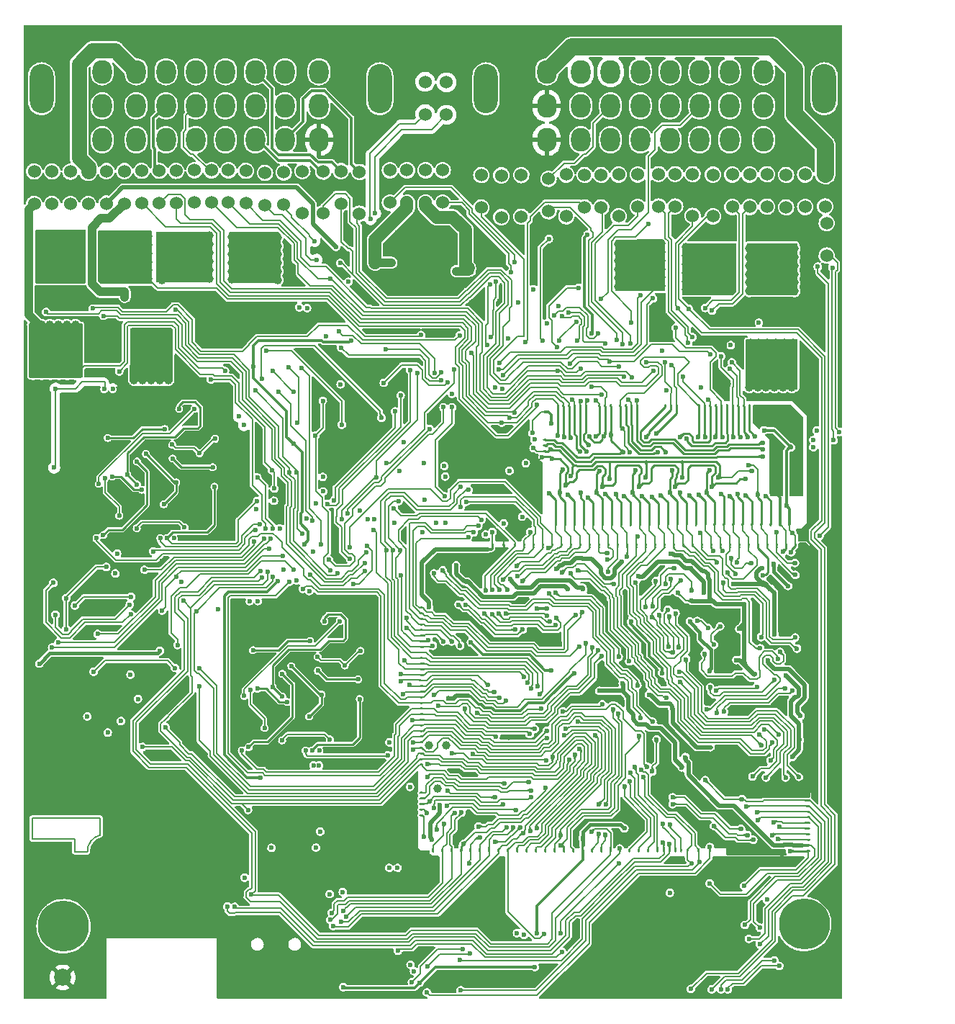
<source format=gbl>
G75*
G70*
%OFA0B0*%
%FSLAX25Y25*%
%IPPOS*%
%LPD*%
%AMOC8*
5,1,8,0,0,1.08239X$1,22.5*
%
%AMM212*
21,1,0.009840,0.009840,-0.000000,-0.000000,270.000000*
21,1,0.000000,0.019680,-0.000000,-0.000000,270.000000*
1,1,0.009840,-0.004920,-0.000000*
1,1,0.009840,-0.004920,-0.000000*
1,1,0.009840,0.004920,-0.000000*
1,1,0.009840,0.004920,-0.000000*
%
%AMM213*
21,1,0.009840,0.009840,-0.000000,-0.000000,180.000000*
21,1,0.000000,0.019680,-0.000000,-0.000000,180.000000*
1,1,0.009840,-0.000000,0.004920*
1,1,0.009840,-0.000000,0.004920*
1,1,0.009840,-0.000000,-0.004920*
1,1,0.009840,-0.000000,-0.004920*
%
%AMM303*
21,1,0.007870,1.133860,-0.000000,-0.000000,0.000000*
21,1,0.000000,1.141730,-0.000000,-0.000000,0.000000*
1,1,0.007870,-0.000000,-0.566930*
1,1,0.007870,-0.000000,-0.566930*
1,1,0.007870,-0.000000,0.566930*
1,1,0.007870,-0.000000,0.566930*
%
%AMM304*
21,1,0.009840,0.009840,-0.000000,-0.000000,90.000000*
21,1,0.000000,0.019680,-0.000000,-0.000000,90.000000*
1,1,0.009840,0.004920,-0.000000*
1,1,0.009840,0.004920,-0.000000*
1,1,0.009840,-0.004920,-0.000000*
1,1,0.009840,-0.004920,-0.000000*
%
%ADD107C,0.01968*%
%ADD13C,0.02362*%
%ADD14C,0.06000*%
%ADD15C,0.23622*%
%ADD16C,0.07874*%
%ADD18O,0.11024X0.22835*%
%ADD19O,0.09055X0.11024*%
%ADD217C,0.03900*%
%ADD363M212*%
%ADD364M213*%
%ADD39R,0.00984X0.71654*%
%ADD40R,0.25591X0.00984*%
%ADD41R,0.25394X0.00984*%
%ADD42R,0.04921X0.00984*%
%ADD43R,0.53740X0.00984*%
%ADD44R,0.01378X0.00984*%
%ADD458M303*%
%ADD459M304*%
%ADD57C,0.03937*%
%ADD58C,0.05906*%
%ADD59C,0.00787*%
%ADD60C,0.01575*%
%ADD61C,0.01969*%
%ADD62C,0.01181*%
%ADD63C,0.00800*%
%ADD66C,0.07087*%
%ADD77C,0.00984*%
X0000000Y0000000D02*
%LPD*%
G01*
D59*
X0004361Y0084076D02*
X0035857Y0084076D01*
X0024046Y0068328D02*
X0024046Y0074234D01*
X0024046Y0074234D02*
X0004361Y0074234D01*
X0035857Y0084076D02*
X0035857Y0076202D01*
X0024046Y0068328D02*
X0029952Y0068328D01*
X0004361Y0074234D02*
X0004361Y0084076D01*
X0035857Y0076202D02*
G75*
G03*
X0029952Y0068328I0001885J-007565D01*
G01*
D13*
X0334232Y0045177D03*
X0341456Y0043504D03*
X0333385Y0041339D03*
X0334232Y0037894D03*
X0334527Y0034547D03*
X0341456Y0033268D03*
X0336299Y0028150D03*
X0341456Y0025591D03*
X0318129Y0053839D03*
X0334173Y0052657D03*
D14*
X0302165Y0367106D03*
X0302165Y0382106D03*
D15*
X0018909Y0033933D03*
D14*
X0177953Y0383878D03*
X0177953Y0368878D03*
X0294488Y0367106D03*
X0294488Y0382106D03*
X0095276Y0368878D03*
X0095276Y0383878D03*
X0251772Y0381890D03*
X0251772Y0362598D03*
X0372362Y0344429D03*
X0372362Y0359429D03*
G36*
G01*
X0241339Y0251758D02*
X0242323Y0251758D01*
G75*
G02*
X0242815Y0251266I0000000J-000492D01*
G01*
X0242815Y0251266D01*
G75*
G02*
X0242323Y0250774I-000492J0000000D01*
G01*
X0241339Y0250774D01*
G75*
G02*
X0240846Y0251266I0000000J0000492D01*
G01*
X0240846Y0251266D01*
G75*
G02*
X0241339Y0251758I0000492J0000000D01*
G01*
G37*
G36*
G01*
X0241339Y0254356D02*
X0242323Y0254356D01*
G75*
G02*
X0242815Y0253864I0000000J-000492D01*
G01*
X0242815Y0253864D01*
G75*
G02*
X0242323Y0253372I-000492J0000000D01*
G01*
X0241339Y0253372D01*
G75*
G02*
X0240846Y0253864I0000000J0000492D01*
G01*
X0240846Y0253864D01*
G75*
G02*
X0241339Y0254356I0000492J0000000D01*
G01*
G37*
G36*
G01*
X0241339Y0256955D02*
X0242323Y0256955D01*
G75*
G02*
X0242815Y0256463I0000000J-000492D01*
G01*
X0242815Y0256463D01*
G75*
G02*
X0242323Y0255970I-000492J0000000D01*
G01*
X0241339Y0255970D01*
G75*
G02*
X0240846Y0256463I0000000J0000492D01*
G01*
X0240846Y0256463D01*
G75*
G02*
X0241339Y0256955I0000492J0000000D01*
G01*
G37*
G36*
G01*
X0241339Y0259553D02*
X0242323Y0259553D01*
G75*
G02*
X0242815Y0259061I0000000J-000492D01*
G01*
X0242815Y0259061D01*
G75*
G02*
X0242323Y0258569I-000492J0000000D01*
G01*
X0241339Y0258569D01*
G75*
G02*
X0240846Y0259061I0000000J0000492D01*
G01*
X0240846Y0259061D01*
G75*
G02*
X0241339Y0259553I0000492J0000000D01*
G01*
G37*
G36*
G01*
X0241339Y0272545D02*
X0242323Y0272545D01*
G75*
G02*
X0242815Y0272053I0000000J-000492D01*
G01*
X0242815Y0272053D01*
G75*
G02*
X0242323Y0271561I-000492J0000000D01*
G01*
X0241339Y0271561D01*
G75*
G02*
X0240846Y0272053I0000000J0000492D01*
G01*
X0240846Y0272053D01*
G75*
G02*
X0241339Y0272545I0000492J0000000D01*
G01*
G37*
G36*
G01*
X0354606Y0219400D02*
X0354606Y0220385D01*
G75*
G02*
X0355098Y0220877I0000492J0000000D01*
G01*
X0355098Y0220877D01*
G75*
G02*
X0355591Y0220385I0000000J-000492D01*
G01*
X0355591Y0219400D01*
G75*
G02*
X0355098Y0218908I-000492J0000000D01*
G01*
X0355098Y0218908D01*
G75*
G02*
X0354606Y0219400I0000000J0000492D01*
G01*
G37*
G36*
G01*
X0351260Y0220385D02*
X0351260Y0219400D01*
G75*
G02*
X0350768Y0218908I-000492J0000000D01*
G01*
X0350768Y0218908D01*
G75*
G02*
X0350276Y0219400I0000000J0000492D01*
G01*
X0350276Y0220385D01*
G75*
G02*
X0350768Y0220877I0000492J0000000D01*
G01*
X0350768Y0220877D01*
G75*
G02*
X0351260Y0220385I0000000J-000492D01*
G01*
G37*
G36*
G01*
X0346929Y0220385D02*
X0346929Y0219400D01*
G75*
G02*
X0346437Y0218908I-000492J0000000D01*
G01*
X0346437Y0218908D01*
G75*
G02*
X0345945Y0219400I0000000J0000492D01*
G01*
X0345945Y0220385D01*
G75*
G02*
X0346437Y0220877I0000492J0000000D01*
G01*
X0346437Y0220877D01*
G75*
G02*
X0346929Y0220385I0000000J-000492D01*
G01*
G37*
G36*
G01*
X0342598Y0220385D02*
X0342598Y0219400D01*
G75*
G02*
X0342106Y0218908I-000492J0000000D01*
G01*
X0342106Y0218908D01*
G75*
G02*
X0341614Y0219400I0000000J0000492D01*
G01*
X0341614Y0220385D01*
G75*
G02*
X0342106Y0220877I0000492J0000000D01*
G01*
X0342106Y0220877D01*
G75*
G02*
X0342598Y0220385I0000000J-000492D01*
G01*
G37*
G36*
G01*
X0338268Y0220385D02*
X0338268Y0219400D01*
G75*
G02*
X0337776Y0218908I-000492J0000000D01*
G01*
X0337776Y0218908D01*
G75*
G02*
X0337283Y0219400I0000000J0000492D01*
G01*
X0337283Y0220385D01*
G75*
G02*
X0337776Y0220877I0000492J0000000D01*
G01*
X0337776Y0220877D01*
G75*
G02*
X0338268Y0220385I0000000J-000492D01*
G01*
G37*
G36*
G01*
X0333937Y0220385D02*
X0333937Y0219400D01*
G75*
G02*
X0333445Y0218908I-000492J0000000D01*
G01*
X0333445Y0218908D01*
G75*
G02*
X0332953Y0219400I0000000J0000492D01*
G01*
X0332953Y0220385D01*
G75*
G02*
X0333445Y0220877I0000492J0000000D01*
G01*
X0333445Y0220877D01*
G75*
G02*
X0333937Y0220385I0000000J-000492D01*
G01*
G37*
G36*
G01*
X0329606Y0220385D02*
X0329606Y0219400D01*
G75*
G02*
X0329114Y0218908I-000492J0000000D01*
G01*
X0329114Y0218908D01*
G75*
G02*
X0328622Y0219400I0000000J0000492D01*
G01*
X0328622Y0220385D01*
G75*
G02*
X0329114Y0220877I0000492J0000000D01*
G01*
X0329114Y0220877D01*
G75*
G02*
X0329606Y0220385I0000000J-000492D01*
G01*
G37*
G36*
G01*
X0325276Y0220385D02*
X0325276Y0219400D01*
G75*
G02*
X0324783Y0218908I-000492J0000000D01*
G01*
X0324783Y0218908D01*
G75*
G02*
X0324291Y0219400I0000000J0000492D01*
G01*
X0324291Y0220385D01*
G75*
G02*
X0324783Y0220877I0000492J0000000D01*
G01*
X0324783Y0220877D01*
G75*
G02*
X0325276Y0220385I0000000J-000492D01*
G01*
G37*
G36*
G01*
X0320945Y0220385D02*
X0320945Y0219400D01*
G75*
G02*
X0320453Y0218908I-000492J0000000D01*
G01*
X0320453Y0218908D01*
G75*
G02*
X0319961Y0219400I0000000J0000492D01*
G01*
X0319961Y0220385D01*
G75*
G02*
X0320453Y0220877I0000492J0000000D01*
G01*
X0320453Y0220877D01*
G75*
G02*
X0320945Y0220385I0000000J-000492D01*
G01*
G37*
G36*
G01*
X0316614Y0220385D02*
X0316614Y0219400D01*
G75*
G02*
X0316122Y0218908I-000492J0000000D01*
G01*
X0316122Y0218908D01*
G75*
G02*
X0315630Y0219400I0000000J0000492D01*
G01*
X0315630Y0220385D01*
G75*
G02*
X0316122Y0220877I0000492J0000000D01*
G01*
X0316122Y0220877D01*
G75*
G02*
X0316614Y0220385I0000000J-000492D01*
G01*
G37*
G36*
G01*
X0312284Y0220385D02*
X0312284Y0219400D01*
G75*
G02*
X0311791Y0218908I-000492J0000000D01*
G01*
X0311791Y0218908D01*
G75*
G02*
X0311299Y0219400I0000000J0000492D01*
G01*
X0311299Y0220385D01*
G75*
G02*
X0311791Y0220877I0000492J0000000D01*
G01*
X0311791Y0220877D01*
G75*
G02*
X0312284Y0220385I0000000J-000492D01*
G01*
G37*
G36*
G01*
X0307953Y0220385D02*
X0307953Y0219400D01*
G75*
G02*
X0307461Y0218908I-000492J0000000D01*
G01*
X0307461Y0218908D01*
G75*
G02*
X0306969Y0219400I0000000J0000492D01*
G01*
X0306969Y0220385D01*
G75*
G02*
X0307461Y0220877I0000492J0000000D01*
G01*
X0307461Y0220877D01*
G75*
G02*
X0307953Y0220385I0000000J-000492D01*
G01*
G37*
G36*
G01*
X0303622Y0220385D02*
X0303622Y0219400D01*
G75*
G02*
X0303130Y0218908I-000492J0000000D01*
G01*
X0303130Y0218908D01*
G75*
G02*
X0302638Y0219400I0000000J0000492D01*
G01*
X0302638Y0220385D01*
G75*
G02*
X0303130Y0220877I0000492J0000000D01*
G01*
X0303130Y0220877D01*
G75*
G02*
X0303622Y0220385I0000000J-000492D01*
G01*
G37*
G36*
G01*
X0299291Y0220385D02*
X0299291Y0219400D01*
G75*
G02*
X0298799Y0218908I-000492J0000000D01*
G01*
X0298799Y0218908D01*
G75*
G02*
X0298307Y0219400I0000000J0000492D01*
G01*
X0298307Y0220385D01*
G75*
G02*
X0298799Y0220877I0000492J0000000D01*
G01*
X0298799Y0220877D01*
G75*
G02*
X0299291Y0220385I0000000J-000492D01*
G01*
G37*
G36*
G01*
X0294961Y0220385D02*
X0294961Y0219400D01*
G75*
G02*
X0294469Y0218908I-000492J0000000D01*
G01*
X0294469Y0218908D01*
G75*
G02*
X0293976Y0219400I0000000J0000492D01*
G01*
X0293976Y0220385D01*
G75*
G02*
X0294469Y0220877I0000492J0000000D01*
G01*
X0294469Y0220877D01*
G75*
G02*
X0294961Y0220385I0000000J-000492D01*
G01*
G37*
G36*
G01*
X0290630Y0220385D02*
X0290630Y0219400D01*
G75*
G02*
X0290138Y0218908I-000492J0000000D01*
G01*
X0290138Y0218908D01*
G75*
G02*
X0289646Y0219400I0000000J0000492D01*
G01*
X0289646Y0220385D01*
G75*
G02*
X0290138Y0220877I0000492J0000000D01*
G01*
X0290138Y0220877D01*
G75*
G02*
X0290630Y0220385I0000000J-000492D01*
G01*
G37*
G36*
G01*
X0286299Y0220385D02*
X0286299Y0219400D01*
G75*
G02*
X0285807Y0218908I-000492J0000000D01*
G01*
X0285807Y0218908D01*
G75*
G02*
X0285315Y0219400I0000000J0000492D01*
G01*
X0285315Y0220385D01*
G75*
G02*
X0285807Y0220877I0000492J0000000D01*
G01*
X0285807Y0220877D01*
G75*
G02*
X0286299Y0220385I0000000J-000492D01*
G01*
G37*
G36*
G01*
X0281969Y0220385D02*
X0281969Y0219400D01*
G75*
G02*
X0281476Y0218908I-000492J0000000D01*
G01*
X0281476Y0218908D01*
G75*
G02*
X0280984Y0219400I0000000J0000492D01*
G01*
X0280984Y0220385D01*
G75*
G02*
X0281476Y0220877I0000492J0000000D01*
G01*
X0281476Y0220877D01*
G75*
G02*
X0281969Y0220385I0000000J-000492D01*
G01*
G37*
G36*
G01*
X0277638Y0220385D02*
X0277638Y0219400D01*
G75*
G02*
X0277146Y0218908I-000492J0000000D01*
G01*
X0277146Y0218908D01*
G75*
G02*
X0276654Y0219400I0000000J0000492D01*
G01*
X0276654Y0220385D01*
G75*
G02*
X0277146Y0220877I0000492J0000000D01*
G01*
X0277146Y0220877D01*
G75*
G02*
X0277638Y0220385I0000000J-000492D01*
G01*
G37*
G36*
G01*
X0273307Y0220385D02*
X0273307Y0219400D01*
G75*
G02*
X0272815Y0218908I-000492J0000000D01*
G01*
X0272815Y0218908D01*
G75*
G02*
X0272323Y0219400I0000000J0000492D01*
G01*
X0272323Y0220385D01*
G75*
G02*
X0272815Y0220877I0000492J0000000D01*
G01*
X0272815Y0220877D01*
G75*
G02*
X0273307Y0220385I0000000J-000492D01*
G01*
G37*
G36*
G01*
X0268977Y0220385D02*
X0268977Y0219400D01*
G75*
G02*
X0268484Y0218908I-000492J0000000D01*
G01*
X0268484Y0218908D01*
G75*
G02*
X0267992Y0219400I0000000J0000492D01*
G01*
X0267992Y0220385D01*
G75*
G02*
X0268484Y0220877I0000492J0000000D01*
G01*
X0268484Y0220877D01*
G75*
G02*
X0268977Y0220385I0000000J-000492D01*
G01*
G37*
G36*
G01*
X0264646Y0220385D02*
X0264646Y0219400D01*
G75*
G02*
X0264154Y0218908I-000492J0000000D01*
G01*
X0264154Y0218908D01*
G75*
G02*
X0263662Y0219400I0000000J0000492D01*
G01*
X0263662Y0220385D01*
G75*
G02*
X0264154Y0220877I0000492J0000000D01*
G01*
X0264154Y0220877D01*
G75*
G02*
X0264646Y0220385I0000000J-000492D01*
G01*
G37*
G36*
G01*
X0260315Y0220385D02*
X0260315Y0219400D01*
G75*
G02*
X0259823Y0218908I-000492J0000000D01*
G01*
X0259823Y0218908D01*
G75*
G02*
X0259331Y0219400I0000000J0000492D01*
G01*
X0259331Y0220385D01*
G75*
G02*
X0259823Y0220877I0000492J0000000D01*
G01*
X0259823Y0220877D01*
G75*
G02*
X0260315Y0220385I0000000J-000492D01*
G01*
G37*
G36*
G01*
X0255984Y0220385D02*
X0255984Y0219400D01*
G75*
G02*
X0255492Y0218908I-000492J0000000D01*
G01*
X0255492Y0218908D01*
G75*
G02*
X0255000Y0219400I0000000J0000492D01*
G01*
X0255000Y0220385D01*
G75*
G02*
X0255492Y0220877I0000492J0000000D01*
G01*
X0255492Y0220877D01*
G75*
G02*
X0255984Y0220385I0000000J-000492D01*
G01*
G37*
G36*
G01*
X0251654Y0220385D02*
X0251654Y0219400D01*
G75*
G02*
X0251162Y0218908I-000492J0000000D01*
G01*
X0251162Y0218908D01*
G75*
G02*
X0250669Y0219400I0000000J0000492D01*
G01*
X0250669Y0220385D01*
G75*
G02*
X0251162Y0220877I0000492J0000000D01*
G01*
X0251162Y0220877D01*
G75*
G02*
X0251654Y0220385I0000000J-000492D01*
G01*
G37*
G36*
G01*
X0247323Y0220385D02*
X0247323Y0219400D01*
G75*
G02*
X0246831Y0218908I-000492J0000000D01*
G01*
X0246831Y0218908D01*
G75*
G02*
X0246339Y0219400I0000000J0000492D01*
G01*
X0246339Y0220385D01*
G75*
G02*
X0246831Y0220877I0000492J0000000D01*
G01*
X0246831Y0220877D01*
G75*
G02*
X0247323Y0220385I0000000J-000492D01*
G01*
G37*
G36*
G01*
X0248311Y0275353D02*
X0248311Y0274369D01*
G75*
G02*
X0247819Y0273877I-000492J0000000D01*
G01*
X0247819Y0273877D01*
G75*
G02*
X0247327Y0274369I0000000J0000492D01*
G01*
X0247327Y0275353D01*
G75*
G02*
X0247819Y0275845I0000492J0000000D01*
G01*
X0247819Y0275845D01*
G75*
G02*
X0248311Y0275353I0000000J-000492D01*
G01*
G37*
G36*
G01*
X0250909Y0275353D02*
X0250909Y0274369D01*
G75*
G02*
X0250417Y0273877I-000492J0000000D01*
G01*
X0250417Y0273877D01*
G75*
G02*
X0249925Y0274369I0000000J0000492D01*
G01*
X0249925Y0275353D01*
G75*
G02*
X0250417Y0275845I0000492J0000000D01*
G01*
X0250417Y0275845D01*
G75*
G02*
X0250909Y0275353I0000000J-000492D01*
G01*
G37*
G36*
G01*
X0253508Y0275353D02*
X0253508Y0274369D01*
G75*
G02*
X0253016Y0273877I-000492J0000000D01*
G01*
X0253016Y0273877D01*
G75*
G02*
X0252524Y0274369I0000000J0000492D01*
G01*
X0252524Y0275353D01*
G75*
G02*
X0253016Y0275845I0000492J0000000D01*
G01*
X0253016Y0275845D01*
G75*
G02*
X0253508Y0275353I0000000J-000492D01*
G01*
G37*
G36*
G01*
X0256106Y0275353D02*
X0256106Y0274369D01*
G75*
G02*
X0255614Y0273877I-000492J0000000D01*
G01*
X0255614Y0273877D01*
G75*
G02*
X0255122Y0274369I0000000J0000492D01*
G01*
X0255122Y0275353D01*
G75*
G02*
X0255614Y0275845I0000492J0000000D01*
G01*
X0255614Y0275845D01*
G75*
G02*
X0256106Y0275353I0000000J-000492D01*
G01*
G37*
G36*
G01*
X0258705Y0275353D02*
X0258705Y0274369D01*
G75*
G02*
X0258213Y0273877I-000492J0000000D01*
G01*
X0258213Y0273877D01*
G75*
G02*
X0257720Y0274369I0000000J0000492D01*
G01*
X0257720Y0275353D01*
G75*
G02*
X0258213Y0275845I0000492J0000000D01*
G01*
X0258213Y0275845D01*
G75*
G02*
X0258705Y0275353I0000000J-000492D01*
G01*
G37*
G36*
G01*
X0261303Y0275353D02*
X0261303Y0274369D01*
G75*
G02*
X0260811Y0273877I-000492J0000000D01*
G01*
X0260811Y0273877D01*
G75*
G02*
X0260319Y0274369I0000000J0000492D01*
G01*
X0260319Y0275353D01*
G75*
G02*
X0260811Y0275845I0000492J0000000D01*
G01*
X0260811Y0275845D01*
G75*
G02*
X0261303Y0275353I0000000J-000492D01*
G01*
G37*
G36*
G01*
X0267606Y0275353D02*
X0267606Y0274369D01*
G75*
G02*
X0267114Y0273877I-000492J0000000D01*
G01*
X0267114Y0273877D01*
G75*
G02*
X0266622Y0274369I0000000J0000492D01*
G01*
X0266622Y0275353D01*
G75*
G02*
X0267114Y0275845I0000492J0000000D01*
G01*
X0267114Y0275845D01*
G75*
G02*
X0267606Y0275353I0000000J-000492D01*
G01*
G37*
G36*
G01*
X0270205Y0275353D02*
X0270205Y0274369D01*
G75*
G02*
X0269713Y0273877I-000492J0000000D01*
G01*
X0269713Y0273877D01*
G75*
G02*
X0269220Y0274369I0000000J0000492D01*
G01*
X0269220Y0275353D01*
G75*
G02*
X0269713Y0275845I0000492J0000000D01*
G01*
X0269713Y0275845D01*
G75*
G02*
X0270205Y0275353I0000000J-000492D01*
G01*
G37*
G36*
G01*
X0272803Y0275353D02*
X0272803Y0274369D01*
G75*
G02*
X0272311Y0273877I-000492J0000000D01*
G01*
X0272311Y0273877D01*
G75*
G02*
X0271819Y0274369I0000000J0000492D01*
G01*
X0271819Y0275353D01*
G75*
G02*
X0272311Y0275845I0000492J0000000D01*
G01*
X0272311Y0275845D01*
G75*
G02*
X0272803Y0275353I0000000J-000492D01*
G01*
G37*
G36*
G01*
X0277216Y0275353D02*
X0277216Y0274369D01*
G75*
G02*
X0276724Y0273877I-000492J0000000D01*
G01*
X0276724Y0273877D01*
G75*
G02*
X0276232Y0274369I0000000J0000492D01*
G01*
X0276232Y0275353D01*
G75*
G02*
X0276724Y0275845I0000492J0000000D01*
G01*
X0276724Y0275845D01*
G75*
G02*
X0277216Y0275353I0000000J-000492D01*
G01*
G37*
G36*
G01*
X0279815Y0275353D02*
X0279815Y0274369D01*
G75*
G02*
X0279322Y0273877I-000492J0000000D01*
G01*
X0279322Y0273877D01*
G75*
G02*
X0278830Y0274369I0000000J0000492D01*
G01*
X0278830Y0275353D01*
G75*
G02*
X0279322Y0275845I0000492J0000000D01*
G01*
X0279322Y0275845D01*
G75*
G02*
X0279815Y0275353I0000000J-000492D01*
G01*
G37*
G36*
G01*
X0282413Y0275353D02*
X0282413Y0274369D01*
G75*
G02*
X0281921Y0273877I-000492J0000000D01*
G01*
X0281921Y0273877D01*
G75*
G02*
X0281429Y0274369I0000000J0000492D01*
G01*
X0281429Y0275353D01*
G75*
G02*
X0281921Y0275845I0000492J0000000D01*
G01*
X0281921Y0275845D01*
G75*
G02*
X0282413Y0275353I0000000J-000492D01*
G01*
G37*
G36*
G01*
X0285011Y0275353D02*
X0285011Y0274369D01*
G75*
G02*
X0284519Y0273877I-000492J0000000D01*
G01*
X0284519Y0273877D01*
G75*
G02*
X0284027Y0274369I0000000J0000492D01*
G01*
X0284027Y0275353D01*
G75*
G02*
X0284519Y0275845I0000492J0000000D01*
G01*
X0284519Y0275845D01*
G75*
G02*
X0285011Y0275353I0000000J-000492D01*
G01*
G37*
G36*
G01*
X0298106Y0275353D02*
X0298106Y0274369D01*
G75*
G02*
X0297614Y0273877I-000492J0000000D01*
G01*
X0297614Y0273877D01*
G75*
G02*
X0297122Y0274369I0000000J0000492D01*
G01*
X0297122Y0275353D01*
G75*
G02*
X0297614Y0275845I0000492J0000000D01*
G01*
X0297614Y0275845D01*
G75*
G02*
X0298106Y0275353I0000000J-000492D01*
G01*
G37*
G36*
G01*
X0300705Y0275353D02*
X0300705Y0274369D01*
G75*
G02*
X0300213Y0273877I-000492J0000000D01*
G01*
X0300213Y0273877D01*
G75*
G02*
X0299720Y0274369I0000000J0000492D01*
G01*
X0299720Y0275353D01*
G75*
G02*
X0300213Y0275845I0000492J0000000D01*
G01*
X0300213Y0275845D01*
G75*
G02*
X0300705Y0275353I0000000J-000492D01*
G01*
G37*
G36*
G01*
X0303303Y0275353D02*
X0303303Y0274369D01*
G75*
G02*
X0302811Y0273877I-000492J0000000D01*
G01*
X0302811Y0273877D01*
G75*
G02*
X0302319Y0274369I0000000J0000492D01*
G01*
X0302319Y0275353D01*
G75*
G02*
X0302811Y0275845I0000492J0000000D01*
G01*
X0302811Y0275845D01*
G75*
G02*
X0303303Y0275353I0000000J-000492D01*
G01*
G37*
G36*
G01*
X0313720Y0275353D02*
X0313720Y0274369D01*
G75*
G02*
X0313228Y0273877I-000492J0000000D01*
G01*
X0313228Y0273877D01*
G75*
G02*
X0312736Y0274369I0000000J0000492D01*
G01*
X0312736Y0275353D01*
G75*
G02*
X0313228Y0275845I0000492J0000000D01*
G01*
X0313228Y0275845D01*
G75*
G02*
X0313720Y0275353I0000000J-000492D01*
G01*
G37*
G36*
G01*
X0316319Y0275353D02*
X0316319Y0274369D01*
G75*
G02*
X0315827Y0273877I-000492J0000000D01*
G01*
X0315827Y0273877D01*
G75*
G02*
X0315335Y0274369I0000000J0000492D01*
G01*
X0315335Y0275353D01*
G75*
G02*
X0315827Y0275845I0000492J0000000D01*
G01*
X0315827Y0275845D01*
G75*
G02*
X0316319Y0275353I0000000J-000492D01*
G01*
G37*
G36*
G01*
X0318917Y0275353D02*
X0318917Y0274369D01*
G75*
G02*
X0318425Y0273877I-000492J0000000D01*
G01*
X0318425Y0273877D01*
G75*
G02*
X0317933Y0274369I0000000J0000492D01*
G01*
X0317933Y0275353D01*
G75*
G02*
X0318425Y0275845I0000492J0000000D01*
G01*
X0318425Y0275845D01*
G75*
G02*
X0318917Y0275353I0000000J-000492D01*
G01*
G37*
G36*
G01*
X0321516Y0275353D02*
X0321516Y0274369D01*
G75*
G02*
X0321024Y0273877I-000492J0000000D01*
G01*
X0321024Y0273877D01*
G75*
G02*
X0320531Y0274369I0000000J0000492D01*
G01*
X0320531Y0275353D01*
G75*
G02*
X0321024Y0275845I0000492J0000000D01*
G01*
X0321024Y0275845D01*
G75*
G02*
X0321516Y0275353I0000000J-000492D01*
G01*
G37*
G36*
G01*
X0324114Y0275353D02*
X0324114Y0274369D01*
G75*
G02*
X0323622Y0273877I-000492J0000000D01*
G01*
X0323622Y0273877D01*
G75*
G02*
X0323130Y0274369I0000000J0000492D01*
G01*
X0323130Y0275353D01*
G75*
G02*
X0323622Y0275845I0000492J0000000D01*
G01*
X0323622Y0275845D01*
G75*
G02*
X0324114Y0275353I0000000J-000492D01*
G01*
G37*
G36*
G01*
X0326713Y0275353D02*
X0326713Y0274369D01*
G75*
G02*
X0326220Y0273877I-000492J0000000D01*
G01*
X0326220Y0273877D01*
G75*
G02*
X0325728Y0274369I0000000J0000492D01*
G01*
X0325728Y0275353D01*
G75*
G02*
X0326220Y0275845I0000492J0000000D01*
G01*
X0326220Y0275845D01*
G75*
G02*
X0326713Y0275353I0000000J-000492D01*
G01*
G37*
G36*
G01*
X0329311Y0275353D02*
X0329311Y0274369D01*
G75*
G02*
X0328819Y0273877I-000492J0000000D01*
G01*
X0328819Y0273877D01*
G75*
G02*
X0328327Y0274369I0000000J0000492D01*
G01*
X0328327Y0275353D01*
G75*
G02*
X0328819Y0275845I0000492J0000000D01*
G01*
X0328819Y0275845D01*
G75*
G02*
X0329311Y0275353I0000000J-000492D01*
G01*
G37*
G36*
G01*
X0331909Y0275353D02*
X0331909Y0274369D01*
G75*
G02*
X0331417Y0273877I-000492J0000000D01*
G01*
X0331417Y0273877D01*
G75*
G02*
X0330925Y0274369I0000000J0000492D01*
G01*
X0330925Y0275353D01*
G75*
G02*
X0331417Y0275845I0000492J0000000D01*
G01*
X0331417Y0275845D01*
G75*
G02*
X0331909Y0275353I0000000J-000492D01*
G01*
G37*
G36*
G01*
X0334508Y0275353D02*
X0334508Y0274369D01*
G75*
G02*
X0334016Y0273877I-000492J0000000D01*
G01*
X0334016Y0273877D01*
G75*
G02*
X0333524Y0274369I0000000J0000492D01*
G01*
X0333524Y0275353D01*
G75*
G02*
X0334016Y0275845I0000492J0000000D01*
G01*
X0334016Y0275845D01*
G75*
G02*
X0334508Y0275353I0000000J-000492D01*
G01*
G37*
G36*
G01*
X0337106Y0275353D02*
X0337106Y0274369D01*
G75*
G02*
X0336614Y0273877I-000492J0000000D01*
G01*
X0336614Y0273877D01*
G75*
G02*
X0336122Y0274369I0000000J0000492D01*
G01*
X0336122Y0275353D01*
G75*
G02*
X0336614Y0275845I0000492J0000000D01*
G01*
X0336614Y0275845D01*
G75*
G02*
X0337106Y0275353I0000000J-000492D01*
G01*
G37*
D18*
X0165354Y0421654D03*
X0008661Y0421654D03*
D19*
X0036811Y0398031D03*
X0052559Y0398031D03*
X0066339Y0398031D03*
X0080118Y0398031D03*
X0093898Y0398031D03*
X0107677Y0398031D03*
X0121457Y0398031D03*
X0137205Y0398031D03*
X0036811Y0413780D03*
X0052559Y0413780D03*
X0066339Y0413780D03*
X0080118Y0413780D03*
X0093898Y0413780D03*
X0107677Y0413780D03*
X0121457Y0413780D03*
X0137205Y0413780D03*
X0036811Y0429528D03*
X0052559Y0429528D03*
X0066339Y0429528D03*
X0080118Y0429528D03*
X0093898Y0429528D03*
X0107677Y0429528D03*
X0121457Y0429528D03*
X0137205Y0429528D03*
D14*
X0186417Y0409823D03*
X0186417Y0424823D03*
X0362402Y0366909D03*
X0362402Y0381909D03*
X0170079Y0368878D03*
X0170079Y0383878D03*
X0013583Y0368353D03*
X0013583Y0383353D03*
X0267913Y0366713D03*
X0267913Y0381713D03*
X0087402Y0368878D03*
X0087402Y0383878D03*
X0284843Y0366909D03*
X0284843Y0381909D03*
X0047047Y0368484D03*
X0047047Y0383484D03*
D13*
X0203740Y0023327D03*
X0207185Y0021260D03*
X0202559Y0018307D03*
X0202854Y0004331D03*
X0109992Y0102693D03*
X0115208Y0070311D03*
X0135809Y0070380D03*
X0137748Y0077791D03*
X0142177Y0048854D03*
X0101476Y0115354D03*
X0131004Y0115354D03*
X0134154Y0115354D03*
X0137303Y0115354D03*
D42*
X0100591Y0185236D03*
D44*
X0098819Y0114567D03*
D41*
X0151969Y0114567D03*
D39*
X0098622Y0149902D03*
D40*
X0116240Y0114567D03*
D43*
X0137795Y0185236D03*
D39*
X0164173Y0149902D03*
D13*
X0108957Y0184350D03*
X0105020Y0184350D03*
D14*
X0260236Y0366713D03*
X0260236Y0381713D03*
X0112205Y0367697D03*
X0112205Y0382697D03*
X0038780Y0368484D03*
X0038780Y0383484D03*
X0129528Y0383464D03*
X0129528Y0364173D03*
X0005305Y0368353D03*
X0005305Y0383353D03*
X0055118Y0368681D03*
X0055118Y0383681D03*
X0212402Y0366713D03*
X0212402Y0381713D03*
X0103346Y0368681D03*
X0103346Y0383681D03*
X0319669Y0381870D03*
X0319669Y0362579D03*
X0353543Y0381713D03*
X0353543Y0366713D03*
X0063189Y0368681D03*
X0063189Y0383681D03*
X0275984Y0381890D03*
X0275984Y0362598D03*
X0022047Y0368287D03*
X0022047Y0383287D03*
X0120866Y0367894D03*
X0120866Y0382894D03*
D15*
X0362000Y0034933D03*
D14*
X0071063Y0368681D03*
X0071063Y0383681D03*
X0079528Y0368878D03*
X0079528Y0383878D03*
X0155906Y0383071D03*
X0155906Y0363779D03*
X0147441Y0368484D03*
X0147441Y0383484D03*
X0186614Y0368878D03*
X0186614Y0383878D03*
G36*
G01*
X0184096Y0085841D02*
X0185081Y0085841D01*
G75*
G02*
X0185573Y0085349I0000000J-000492D01*
G01*
X0185573Y0085349D01*
G75*
G02*
X0185081Y0084857I-000492J0000000D01*
G01*
X0184096Y0084857D01*
G75*
G02*
X0183604Y0085349I0000000J0000492D01*
G01*
X0183604Y0085349D01*
G75*
G02*
X0184096Y0085841I0000492J0000000D01*
G01*
G37*
G36*
G01*
X0185081Y0087455D02*
X0184096Y0087455D01*
G75*
G02*
X0183604Y0087947I0000000J0000492D01*
G01*
X0183604Y0087947D01*
G75*
G02*
X0184096Y0088439I0000492J0000000D01*
G01*
X0185081Y0088439D01*
G75*
G02*
X0185573Y0087947I0000000J-000492D01*
G01*
X0185573Y0087947D01*
G75*
G02*
X0185081Y0087455I-000492J0000000D01*
G01*
G37*
G36*
G01*
X0185081Y0090054D02*
X0184096Y0090054D01*
G75*
G02*
X0183604Y0090546I0000000J0000492D01*
G01*
X0183604Y0090546D01*
G75*
G02*
X0184096Y0091038I0000492J0000000D01*
G01*
X0185081Y0091038D01*
G75*
G02*
X0185573Y0090546I0000000J-000492D01*
G01*
X0185573Y0090546D01*
G75*
G02*
X0185081Y0090054I-000492J0000000D01*
G01*
G37*
G36*
G01*
X0185081Y0092652D02*
X0184096Y0092652D01*
G75*
G02*
X0183604Y0093144I0000000J0000492D01*
G01*
X0183604Y0093144D01*
G75*
G02*
X0184096Y0093636I0000492J0000000D01*
G01*
X0185081Y0093636D01*
G75*
G02*
X0185573Y0093144I0000000J-000492D01*
G01*
X0185573Y0093144D01*
G75*
G02*
X0185081Y0092652I-000492J0000000D01*
G01*
G37*
G36*
G01*
X0185081Y0095250D02*
X0184096Y0095250D01*
G75*
G02*
X0183604Y0095743I0000000J0000492D01*
G01*
X0183604Y0095743D01*
G75*
G02*
X0184096Y0096235I0000492J0000000D01*
G01*
X0185081Y0096235D01*
G75*
G02*
X0185573Y0095743I0000000J-000492D01*
G01*
X0185573Y0095743D01*
G75*
G02*
X0185081Y0095250I-000492J0000000D01*
G01*
G37*
G36*
G01*
X0185081Y0108243D02*
X0184096Y0108243D01*
G75*
G02*
X0183604Y0108735I0000000J0000492D01*
G01*
X0183604Y0108735D01*
G75*
G02*
X0184096Y0109227I0000492J0000000D01*
G01*
X0185081Y0109227D01*
G75*
G02*
X0185573Y0108735I0000000J-000492D01*
G01*
X0185573Y0108735D01*
G75*
G02*
X0185081Y0108243I-000492J0000000D01*
G01*
G37*
G36*
G01*
X0185081Y0110841D02*
X0184096Y0110841D01*
G75*
G02*
X0183604Y0111333I0000000J0000492D01*
G01*
X0183604Y0111333D01*
G75*
G02*
X0184096Y0111825I0000492J0000000D01*
G01*
X0185081Y0111825D01*
G75*
G02*
X0185573Y0111333I0000000J-000492D01*
G01*
X0185573Y0111333D01*
G75*
G02*
X0185081Y0110841I-000492J0000000D01*
G01*
G37*
G36*
G01*
X0185081Y0113439D02*
X0184096Y0113439D01*
G75*
G02*
X0183604Y0113932I0000000J0000492D01*
G01*
X0183604Y0113932D01*
G75*
G02*
X0184096Y0114424I0000492J0000000D01*
G01*
X0185081Y0114424D01*
G75*
G02*
X0185573Y0113932I0000000J-000492D01*
G01*
X0185573Y0113932D01*
G75*
G02*
X0185081Y0113439I-000492J0000000D01*
G01*
G37*
G36*
G01*
X0185081Y0116038D02*
X0184096Y0116038D01*
G75*
G02*
X0183604Y0116530I0000000J0000492D01*
G01*
X0183604Y0116530D01*
G75*
G02*
X0184096Y0117022I0000492J0000000D01*
G01*
X0185081Y0117022D01*
G75*
G02*
X0185573Y0116530I0000000J-000492D01*
G01*
X0185573Y0116530D01*
G75*
G02*
X0185081Y0116038I-000492J0000000D01*
G01*
G37*
G36*
G01*
X0185081Y0118636D02*
X0184096Y0118636D01*
G75*
G02*
X0183604Y0119128I0000000J0000492D01*
G01*
X0183604Y0119128D01*
G75*
G02*
X0184096Y0119621I0000492J0000000D01*
G01*
X0185081Y0119621D01*
G75*
G02*
X0185573Y0119128I0000000J-000492D01*
G01*
X0185573Y0119128D01*
G75*
G02*
X0185081Y0118636I-000492J0000000D01*
G01*
G37*
G36*
G01*
X0185081Y0121235D02*
X0184096Y0121235D01*
G75*
G02*
X0183604Y0121727I0000000J0000492D01*
G01*
X0183604Y0121727D01*
G75*
G02*
X0184096Y0122219I0000492J0000000D01*
G01*
X0185081Y0122219D01*
G75*
G02*
X0185573Y0121727I0000000J-000492D01*
G01*
X0185573Y0121727D01*
G75*
G02*
X0185081Y0121235I-000492J0000000D01*
G01*
G37*
G36*
G01*
X0185081Y0123833D02*
X0184096Y0123833D01*
G75*
G02*
X0183604Y0124325I0000000J0000492D01*
G01*
X0183604Y0124325D01*
G75*
G02*
X0184096Y0124817I0000492J0000000D01*
G01*
X0185081Y0124817D01*
G75*
G02*
X0185573Y0124325I0000000J-000492D01*
G01*
X0185573Y0124325D01*
G75*
G02*
X0185081Y0123833I-000492J0000000D01*
G01*
G37*
G36*
G01*
X0185081Y0126432D02*
X0184096Y0126432D01*
G75*
G02*
X0183604Y0126924I0000000J0000492D01*
G01*
X0183604Y0126924D01*
G75*
G02*
X0184096Y0127416I0000492J0000000D01*
G01*
X0185081Y0127416D01*
G75*
G02*
X0185573Y0126924I0000000J-000492D01*
G01*
X0185573Y0126924D01*
G75*
G02*
X0185081Y0126432I-000492J0000000D01*
G01*
G37*
G36*
G01*
X0185081Y0129030D02*
X0184096Y0129030D01*
G75*
G02*
X0183604Y0129522I0000000J0000492D01*
G01*
X0183604Y0129522D01*
G75*
G02*
X0184096Y0130014I0000492J0000000D01*
G01*
X0185081Y0130014D01*
G75*
G02*
X0185573Y0129522I0000000J-000492D01*
G01*
X0185573Y0129522D01*
G75*
G02*
X0185081Y0129030I-000492J0000000D01*
G01*
G37*
G36*
G01*
X0185081Y0131628D02*
X0184096Y0131628D01*
G75*
G02*
X0183604Y0132121I0000000J0000492D01*
G01*
X0183604Y0132121D01*
G75*
G02*
X0184096Y0132613I0000492J0000000D01*
G01*
X0185081Y0132613D01*
G75*
G02*
X0185573Y0132121I0000000J-000492D01*
G01*
X0185573Y0132121D01*
G75*
G02*
X0185081Y0131628I-000492J0000000D01*
G01*
G37*
G36*
G01*
X0185081Y0134227D02*
X0184096Y0134227D01*
G75*
G02*
X0183604Y0134719I0000000J0000492D01*
G01*
X0183604Y0134719D01*
G75*
G02*
X0184096Y0135211I0000492J0000000D01*
G01*
X0185081Y0135211D01*
G75*
G02*
X0185573Y0134719I0000000J-000492D01*
G01*
X0185573Y0134719D01*
G75*
G02*
X0185081Y0134227I-000492J0000000D01*
G01*
G37*
G36*
G01*
X0185081Y0136825D02*
X0184096Y0136825D01*
G75*
G02*
X0183604Y0137317I0000000J0000492D01*
G01*
X0183604Y0137317D01*
G75*
G02*
X0184096Y0137810I0000492J0000000D01*
G01*
X0185081Y0137810D01*
G75*
G02*
X0185573Y0137317I0000000J-000492D01*
G01*
X0185573Y0137317D01*
G75*
G02*
X0185081Y0136825I-000492J0000000D01*
G01*
G37*
G36*
G01*
X0185081Y0139424D02*
X0184096Y0139424D01*
G75*
G02*
X0183604Y0139916I0000000J0000492D01*
G01*
X0183604Y0139916D01*
G75*
G02*
X0184096Y0140408I0000492J0000000D01*
G01*
X0185081Y0140408D01*
G75*
G02*
X0185573Y0139916I0000000J-000492D01*
G01*
X0185573Y0139916D01*
G75*
G02*
X0185081Y0139424I-000492J0000000D01*
G01*
G37*
G36*
G01*
X0185081Y0142022D02*
X0184096Y0142022D01*
G75*
G02*
X0183604Y0142514I0000000J0000492D01*
G01*
X0183604Y0142514D01*
G75*
G02*
X0184096Y0143006I0000492J0000000D01*
G01*
X0185081Y0143006D01*
G75*
G02*
X0185573Y0142514I0000000J-000492D01*
G01*
X0185573Y0142514D01*
G75*
G02*
X0185081Y0142022I-000492J0000000D01*
G01*
G37*
G36*
G01*
X0185081Y0144621D02*
X0184096Y0144621D01*
G75*
G02*
X0183604Y0145113I0000000J0000492D01*
G01*
X0183604Y0145113D01*
G75*
G02*
X0184096Y0145605I0000492J0000000D01*
G01*
X0185081Y0145605D01*
G75*
G02*
X0185573Y0145113I0000000J-000492D01*
G01*
X0185573Y0145113D01*
G75*
G02*
X0185081Y0144621I-000492J0000000D01*
G01*
G37*
G36*
G01*
X0185081Y0147219D02*
X0184096Y0147219D01*
G75*
G02*
X0183604Y0147711I0000000J0000492D01*
G01*
X0183604Y0147711D01*
G75*
G02*
X0184096Y0148203I0000492J0000000D01*
G01*
X0185081Y0148203D01*
G75*
G02*
X0185573Y0147711I0000000J-000492D01*
G01*
X0185573Y0147711D01*
G75*
G02*
X0185081Y0147219I-000492J0000000D01*
G01*
G37*
G36*
G01*
X0185081Y0149817D02*
X0184096Y0149817D01*
G75*
G02*
X0183604Y0150310I0000000J0000492D01*
G01*
X0183604Y0150310D01*
G75*
G02*
X0184096Y0150802I0000492J0000000D01*
G01*
X0185081Y0150802D01*
G75*
G02*
X0185573Y0150310I0000000J-000492D01*
G01*
X0185573Y0150310D01*
G75*
G02*
X0185081Y0149817I-000492J0000000D01*
G01*
G37*
G36*
G01*
X0185081Y0152416D02*
X0184096Y0152416D01*
G75*
G02*
X0183604Y0152908I0000000J0000492D01*
G01*
X0183604Y0152908D01*
G75*
G02*
X0184096Y0153400I0000492J0000000D01*
G01*
X0185081Y0153400D01*
G75*
G02*
X0185573Y0152908I0000000J-000492D01*
G01*
X0185573Y0152908D01*
G75*
G02*
X0185081Y0152416I-000492J0000000D01*
G01*
G37*
G36*
G01*
X0185081Y0155014D02*
X0184096Y0155014D01*
G75*
G02*
X0183604Y0155506I0000000J0000492D01*
G01*
X0183604Y0155506D01*
G75*
G02*
X0184096Y0155999I0000492J0000000D01*
G01*
X0185081Y0155999D01*
G75*
G02*
X0185573Y0155506I0000000J-000492D01*
G01*
X0185573Y0155506D01*
G75*
G02*
X0185081Y0155014I-000492J0000000D01*
G01*
G37*
G36*
G01*
X0185081Y0157613D02*
X0184096Y0157613D01*
G75*
G02*
X0183604Y0158105I0000000J0000492D01*
G01*
X0183604Y0158105D01*
G75*
G02*
X0184096Y0158597I0000492J0000000D01*
G01*
X0185081Y0158597D01*
G75*
G02*
X0185573Y0158105I0000000J-000492D01*
G01*
X0185573Y0158105D01*
G75*
G02*
X0185081Y0157613I-000492J0000000D01*
G01*
G37*
G36*
G01*
X0185081Y0160211D02*
X0184096Y0160211D01*
G75*
G02*
X0183604Y0160703I0000000J0000492D01*
G01*
X0183604Y0160703D01*
G75*
G02*
X0184096Y0161195I0000492J0000000D01*
G01*
X0185081Y0161195D01*
G75*
G02*
X0185573Y0160703I0000000J-000492D01*
G01*
X0185573Y0160703D01*
G75*
G02*
X0185081Y0160211I-000492J0000000D01*
G01*
G37*
G36*
G01*
X0185081Y0162810D02*
X0184096Y0162810D01*
G75*
G02*
X0183604Y0163302I0000000J0000492D01*
G01*
X0183604Y0163302D01*
G75*
G02*
X0184096Y0163794I0000492J0000000D01*
G01*
X0185081Y0163794D01*
G75*
G02*
X0185573Y0163302I0000000J-000492D01*
G01*
X0185573Y0163302D01*
G75*
G02*
X0185081Y0162810I-000492J0000000D01*
G01*
G37*
G36*
G01*
X0185081Y0165408D02*
X0184096Y0165408D01*
G75*
G02*
X0183604Y0165900I0000000J0000492D01*
G01*
X0183604Y0165900D01*
G75*
G02*
X0184096Y0166392I0000492J0000000D01*
G01*
X0185081Y0166392D01*
G75*
G02*
X0185573Y0165900I0000000J-000492D01*
G01*
X0185573Y0165900D01*
G75*
G02*
X0185081Y0165408I-000492J0000000D01*
G01*
G37*
G36*
G01*
X0185081Y0168006D02*
X0184096Y0168006D01*
G75*
G02*
X0183604Y0168499I0000000J0000492D01*
G01*
X0183604Y0168499D01*
G75*
G02*
X0184096Y0168991I0000492J0000000D01*
G01*
X0185081Y0168991D01*
G75*
G02*
X0185573Y0168499I0000000J-000492D01*
G01*
X0185573Y0168499D01*
G75*
G02*
X0185081Y0168006I-000492J0000000D01*
G01*
G37*
G36*
G01*
X0185081Y0170605D02*
X0184096Y0170605D01*
G75*
G02*
X0183604Y0171097I0000000J0000492D01*
G01*
X0183604Y0171097D01*
G75*
G02*
X0184096Y0171589I0000492J0000000D01*
G01*
X0185081Y0171589D01*
G75*
G02*
X0185573Y0171097I0000000J-000492D01*
G01*
X0185573Y0171097D01*
G75*
G02*
X0185081Y0170605I-000492J0000000D01*
G01*
G37*
G36*
G01*
X0185081Y0173203D02*
X0184096Y0173203D01*
G75*
G02*
X0183604Y0173695I0000000J0000492D01*
G01*
X0183604Y0173695D01*
G75*
G02*
X0184096Y0174188I0000492J0000000D01*
G01*
X0185081Y0174188D01*
G75*
G02*
X0185573Y0173695I0000000J-000492D01*
G01*
X0185573Y0173695D01*
G75*
G02*
X0185081Y0173203I-000492J0000000D01*
G01*
G37*
G36*
G01*
X0185081Y0175802D02*
X0184096Y0175802D01*
G75*
G02*
X0183604Y0176294I0000000J0000492D01*
G01*
X0183604Y0176294D01*
G75*
G02*
X0184096Y0176786I0000492J0000000D01*
G01*
X0185081Y0176786D01*
G75*
G02*
X0185573Y0176294I0000000J-000492D01*
G01*
X0185573Y0176294D01*
G75*
G02*
X0185081Y0175802I-000492J0000000D01*
G01*
G37*
G36*
G01*
X0185081Y0178400D02*
X0184096Y0178400D01*
G75*
G02*
X0183604Y0178892I0000000J0000492D01*
G01*
X0183604Y0178892D01*
G75*
G02*
X0184096Y0179384I0000492J0000000D01*
G01*
X0185081Y0179384D01*
G75*
G02*
X0185573Y0178892I0000000J-000492D01*
G01*
X0185573Y0178892D01*
G75*
G02*
X0185081Y0178400I-000492J0000000D01*
G01*
G37*
G36*
G01*
X0185081Y0180999D02*
X0184096Y0180999D01*
G75*
G02*
X0183604Y0181491I0000000J0000492D01*
G01*
X0183604Y0181491D01*
G75*
G02*
X0184096Y0181983I0000492J0000000D01*
G01*
X0185081Y0181983D01*
G75*
G02*
X0185573Y0181491I0000000J-000492D01*
G01*
X0185573Y0181491D01*
G75*
G02*
X0185081Y0180999I-000492J0000000D01*
G01*
G37*
G36*
G01*
X0317746Y0068609D02*
X0317746Y0069593D01*
G75*
G02*
X0318238Y0070085I0000492J0000000D01*
G01*
X0318238Y0070085D01*
G75*
G02*
X0318730Y0069593I0000000J-000492D01*
G01*
X0318730Y0068609D01*
G75*
G02*
X0318238Y0068117I-000492J0000000D01*
G01*
X0318238Y0068117D01*
G75*
G02*
X0317746Y0068609I0000000J0000492D01*
G01*
G37*
G36*
G01*
X0313533Y0069593D02*
X0313533Y0068609D01*
G75*
G02*
X0313041Y0068117I-000492J0000000D01*
G01*
X0313041Y0068117D01*
G75*
G02*
X0312549Y0068609I0000000J0000492D01*
G01*
X0312549Y0069593D01*
G75*
G02*
X0313041Y0070085I0000492J0000000D01*
G01*
X0313041Y0070085D01*
G75*
G02*
X0313533Y0069593I0000000J-000492D01*
G01*
G37*
G36*
G01*
X0308337Y0069593D02*
X0308337Y0068609D01*
G75*
G02*
X0307844Y0068117I-000492J0000000D01*
G01*
X0307844Y0068117D01*
G75*
G02*
X0307352Y0068609I0000000J0000492D01*
G01*
X0307352Y0069593D01*
G75*
G02*
X0307844Y0070085I0000492J0000000D01*
G01*
X0307844Y0070085D01*
G75*
G02*
X0308337Y0069593I0000000J-000492D01*
G01*
G37*
G36*
G01*
X0305344Y0069593D02*
X0305344Y0068609D01*
G75*
G02*
X0304852Y0068117I-000492J0000000D01*
G01*
X0304852Y0068117D01*
G75*
G02*
X0304360Y0068609I0000000J0000492D01*
G01*
X0304360Y0069593D01*
G75*
G02*
X0304852Y0070085I0000492J0000000D01*
G01*
X0304852Y0070085D01*
G75*
G02*
X0305344Y0069593I0000000J-000492D01*
G01*
G37*
G36*
G01*
X0302726Y0069593D02*
X0302726Y0068609D01*
G75*
G02*
X0302234Y0068117I-000492J0000000D01*
G01*
X0302234Y0068117D01*
G75*
G02*
X0301742Y0068609I0000000J0000492D01*
G01*
X0301742Y0069593D01*
G75*
G02*
X0302234Y0070085I0000492J0000000D01*
G01*
X0302234Y0070085D01*
G75*
G02*
X0302726Y0069593I0000000J-000492D01*
G01*
G37*
G36*
G01*
X0300108Y0069593D02*
X0300108Y0068609D01*
G75*
G02*
X0299616Y0068117I-000492J0000000D01*
G01*
X0299616Y0068117D01*
G75*
G02*
X0299124Y0068609I0000000J0000492D01*
G01*
X0299124Y0069593D01*
G75*
G02*
X0299616Y0070085I0000492J0000000D01*
G01*
X0299616Y0070085D01*
G75*
G02*
X0300108Y0069593I0000000J-000492D01*
G01*
G37*
G36*
G01*
X0297490Y0069593D02*
X0297490Y0068609D01*
G75*
G02*
X0296998Y0068117I-000492J0000000D01*
G01*
X0296998Y0068117D01*
G75*
G02*
X0296506Y0068609I0000000J0000492D01*
G01*
X0296506Y0069593D01*
G75*
G02*
X0296998Y0070085I0000492J0000000D01*
G01*
X0296998Y0070085D01*
G75*
G02*
X0297490Y0069593I0000000J-000492D01*
G01*
G37*
G36*
G01*
X0294439Y0069593D02*
X0294439Y0068609D01*
G75*
G02*
X0293947Y0068117I-000492J0000000D01*
G01*
X0293947Y0068117D01*
G75*
G02*
X0293455Y0068609I0000000J0000492D01*
G01*
X0293455Y0069593D01*
G75*
G02*
X0293947Y0070085I0000492J0000000D01*
G01*
X0293947Y0070085D01*
G75*
G02*
X0294439Y0069593I0000000J-000492D01*
G01*
G37*
G36*
G01*
X0290108Y0069593D02*
X0290108Y0068609D01*
G75*
G02*
X0289616Y0068117I-000492J0000000D01*
G01*
X0289616Y0068117D01*
G75*
G02*
X0289124Y0068609I0000000J0000492D01*
G01*
X0289124Y0069593D01*
G75*
G02*
X0289616Y0070085I0000492J0000000D01*
G01*
X0289616Y0070085D01*
G75*
G02*
X0290108Y0069593I0000000J-000492D01*
G01*
G37*
G36*
G01*
X0285778Y0069593D02*
X0285778Y0068609D01*
G75*
G02*
X0285285Y0068117I-000492J0000000D01*
G01*
X0285285Y0068117D01*
G75*
G02*
X0284793Y0068609I0000000J0000492D01*
G01*
X0284793Y0069593D01*
G75*
G02*
X0285285Y0070085I0000492J0000000D01*
G01*
X0285285Y0070085D01*
G75*
G02*
X0285778Y0069593I0000000J-000492D01*
G01*
G37*
G36*
G01*
X0281447Y0069593D02*
X0281447Y0068609D01*
G75*
G02*
X0280955Y0068117I-000492J0000000D01*
G01*
X0280955Y0068117D01*
G75*
G02*
X0280463Y0068609I0000000J0000492D01*
G01*
X0280463Y0069593D01*
G75*
G02*
X0280955Y0070085I0000492J0000000D01*
G01*
X0280955Y0070085D01*
G75*
G02*
X0281447Y0069593I0000000J-000492D01*
G01*
G37*
G36*
G01*
X0277116Y0069593D02*
X0277116Y0068609D01*
G75*
G02*
X0276624Y0068117I-000492J0000000D01*
G01*
X0276624Y0068117D01*
G75*
G02*
X0276132Y0068609I0000000J0000492D01*
G01*
X0276132Y0069593D01*
G75*
G02*
X0276624Y0070085I0000492J0000000D01*
G01*
X0276624Y0070085D01*
G75*
G02*
X0277116Y0069593I0000000J-000492D01*
G01*
G37*
G36*
G01*
X0272785Y0069593D02*
X0272785Y0068609D01*
G75*
G02*
X0272293Y0068117I-000492J0000000D01*
G01*
X0272293Y0068117D01*
G75*
G02*
X0271801Y0068609I0000000J0000492D01*
G01*
X0271801Y0069593D01*
G75*
G02*
X0272293Y0070085I0000492J0000000D01*
G01*
X0272293Y0070085D01*
G75*
G02*
X0272785Y0069593I0000000J-000492D01*
G01*
G37*
G36*
G01*
X0268455Y0069593D02*
X0268455Y0068609D01*
G75*
G02*
X0267963Y0068117I-000492J0000000D01*
G01*
X0267963Y0068117D01*
G75*
G02*
X0267471Y0068609I0000000J0000492D01*
G01*
X0267471Y0069593D01*
G75*
G02*
X0267963Y0070085I0000492J0000000D01*
G01*
X0267963Y0070085D01*
G75*
G02*
X0268455Y0069593I0000000J-000492D01*
G01*
G37*
G36*
G01*
X0264124Y0069593D02*
X0264124Y0068609D01*
G75*
G02*
X0263632Y0068117I-000492J0000000D01*
G01*
X0263632Y0068117D01*
G75*
G02*
X0263140Y0068609I0000000J0000492D01*
G01*
X0263140Y0069593D01*
G75*
G02*
X0263632Y0070085I0000492J0000000D01*
G01*
X0263632Y0070085D01*
G75*
G02*
X0264124Y0069593I0000000J-000492D01*
G01*
G37*
G36*
G01*
X0259793Y0069593D02*
X0259793Y0068609D01*
G75*
G02*
X0259301Y0068117I-000492J0000000D01*
G01*
X0259301Y0068117D01*
G75*
G02*
X0258809Y0068609I0000000J0000492D01*
G01*
X0258809Y0069593D01*
G75*
G02*
X0259301Y0070085I0000492J0000000D01*
G01*
X0259301Y0070085D01*
G75*
G02*
X0259793Y0069593I0000000J-000492D01*
G01*
G37*
G36*
G01*
X0255463Y0069593D02*
X0255463Y0068609D01*
G75*
G02*
X0254971Y0068117I-000492J0000000D01*
G01*
X0254971Y0068117D01*
G75*
G02*
X0254478Y0068609I0000000J0000492D01*
G01*
X0254478Y0069593D01*
G75*
G02*
X0254971Y0070085I0000492J0000000D01*
G01*
X0254971Y0070085D01*
G75*
G02*
X0255463Y0069593I0000000J-000492D01*
G01*
G37*
G36*
G01*
X0251132Y0069593D02*
X0251132Y0068609D01*
G75*
G02*
X0250640Y0068117I-000492J0000000D01*
G01*
X0250640Y0068117D01*
G75*
G02*
X0250148Y0068609I0000000J0000492D01*
G01*
X0250148Y0069593D01*
G75*
G02*
X0250640Y0070085I0000492J0000000D01*
G01*
X0250640Y0070085D01*
G75*
G02*
X0251132Y0069593I0000000J-000492D01*
G01*
G37*
G36*
G01*
X0246801Y0069593D02*
X0246801Y0068609D01*
G75*
G02*
X0246309Y0068117I-000492J0000000D01*
G01*
X0246309Y0068117D01*
G75*
G02*
X0245817Y0068609I0000000J0000492D01*
G01*
X0245817Y0069593D01*
G75*
G02*
X0246309Y0070085I0000492J0000000D01*
G01*
X0246309Y0070085D01*
G75*
G02*
X0246801Y0069593I0000000J-000492D01*
G01*
G37*
G36*
G01*
X0242471Y0069593D02*
X0242471Y0068609D01*
G75*
G02*
X0241978Y0068117I-000492J0000000D01*
G01*
X0241978Y0068117D01*
G75*
G02*
X0241486Y0068609I0000000J0000492D01*
G01*
X0241486Y0069593D01*
G75*
G02*
X0241978Y0070085I0000492J0000000D01*
G01*
X0241978Y0070085D01*
G75*
G02*
X0242471Y0069593I0000000J-000492D01*
G01*
G37*
G36*
G01*
X0238140Y0069593D02*
X0238140Y0068609D01*
G75*
G02*
X0237648Y0068117I-000492J0000000D01*
G01*
X0237648Y0068117D01*
G75*
G02*
X0237156Y0068609I0000000J0000492D01*
G01*
X0237156Y0069593D01*
G75*
G02*
X0237648Y0070085I0000492J0000000D01*
G01*
X0237648Y0070085D01*
G75*
G02*
X0238140Y0069593I0000000J-000492D01*
G01*
G37*
G36*
G01*
X0233809Y0069593D02*
X0233809Y0068609D01*
G75*
G02*
X0233317Y0068117I-000492J0000000D01*
G01*
X0233317Y0068117D01*
G75*
G02*
X0232825Y0068609I0000000J0000492D01*
G01*
X0232825Y0069593D01*
G75*
G02*
X0233317Y0070085I0000492J0000000D01*
G01*
X0233317Y0070085D01*
G75*
G02*
X0233809Y0069593I0000000J-000492D01*
G01*
G37*
G36*
G01*
X0229478Y0069593D02*
X0229478Y0068609D01*
G75*
G02*
X0228986Y0068117I-000492J0000000D01*
G01*
X0228986Y0068117D01*
G75*
G02*
X0228494Y0068609I0000000J0000492D01*
G01*
X0228494Y0069593D01*
G75*
G02*
X0228986Y0070085I0000492J0000000D01*
G01*
X0228986Y0070085D01*
G75*
G02*
X0229478Y0069593I0000000J-000492D01*
G01*
G37*
G36*
G01*
X0225148Y0069593D02*
X0225148Y0068609D01*
G75*
G02*
X0224656Y0068117I-000492J0000000D01*
G01*
X0224656Y0068117D01*
G75*
G02*
X0224164Y0068609I0000000J0000492D01*
G01*
X0224164Y0069593D01*
G75*
G02*
X0224656Y0070085I0000492J0000000D01*
G01*
X0224656Y0070085D01*
G75*
G02*
X0225148Y0069593I0000000J-000492D01*
G01*
G37*
G36*
G01*
X0220817Y0069593D02*
X0220817Y0068609D01*
G75*
G02*
X0220325Y0068117I-000492J0000000D01*
G01*
X0220325Y0068117D01*
G75*
G02*
X0219833Y0068609I0000000J0000492D01*
G01*
X0219833Y0069593D01*
G75*
G02*
X0220325Y0070085I0000492J0000000D01*
G01*
X0220325Y0070085D01*
G75*
G02*
X0220817Y0069593I0000000J-000492D01*
G01*
G37*
G36*
G01*
X0216486Y0069593D02*
X0216486Y0068609D01*
G75*
G02*
X0215994Y0068117I-000492J0000000D01*
G01*
X0215994Y0068117D01*
G75*
G02*
X0215502Y0068609I0000000J0000492D01*
G01*
X0215502Y0069593D01*
G75*
G02*
X0215994Y0070085I0000492J0000000D01*
G01*
X0215994Y0070085D01*
G75*
G02*
X0216486Y0069593I0000000J-000492D01*
G01*
G37*
G36*
G01*
X0212156Y0069593D02*
X0212156Y0068609D01*
G75*
G02*
X0211664Y0068117I-000492J0000000D01*
G01*
X0211664Y0068117D01*
G75*
G02*
X0211171Y0068609I0000000J0000492D01*
G01*
X0211171Y0069593D01*
G75*
G02*
X0211664Y0070085I0000492J0000000D01*
G01*
X0211664Y0070085D01*
G75*
G02*
X0212156Y0069593I0000000J-000492D01*
G01*
G37*
G36*
G01*
X0207825Y0069593D02*
X0207825Y0068609D01*
G75*
G02*
X0207333Y0068117I-000492J0000000D01*
G01*
X0207333Y0068117D01*
G75*
G02*
X0206841Y0068609I0000000J0000492D01*
G01*
X0206841Y0069593D01*
G75*
G02*
X0207333Y0070085I0000492J0000000D01*
G01*
X0207333Y0070085D01*
G75*
G02*
X0207825Y0069593I0000000J-000492D01*
G01*
G37*
G36*
G01*
X0203494Y0069593D02*
X0203494Y0068609D01*
G75*
G02*
X0203002Y0068117I-000492J0000000D01*
G01*
X0203002Y0068117D01*
G75*
G02*
X0202510Y0068609I0000000J0000492D01*
G01*
X0202510Y0069593D01*
G75*
G02*
X0203002Y0070085I0000492J0000000D01*
G01*
X0203002Y0070085D01*
G75*
G02*
X0203494Y0069593I0000000J-000492D01*
G01*
G37*
G36*
G01*
X0199164Y0069593D02*
X0199164Y0068609D01*
G75*
G02*
X0198671Y0068117I-000492J0000000D01*
G01*
X0198671Y0068117D01*
G75*
G02*
X0198179Y0068609I0000000J0000492D01*
G01*
X0198179Y0069593D01*
G75*
G02*
X0198671Y0070085I0000492J0000000D01*
G01*
X0198671Y0070085D01*
G75*
G02*
X0199164Y0069593I0000000J-000492D01*
G01*
G37*
G36*
G01*
X0194833Y0069593D02*
X0194833Y0068609D01*
G75*
G02*
X0194341Y0068117I-000492J0000000D01*
G01*
X0194341Y0068117D01*
G75*
G02*
X0193849Y0068609I0000000J0000492D01*
G01*
X0193849Y0069593D01*
G75*
G02*
X0194341Y0070085I0000492J0000000D01*
G01*
X0194341Y0070085D01*
G75*
G02*
X0194833Y0069593I0000000J-000492D01*
G01*
G37*
G36*
G01*
X0190502Y0069593D02*
X0190502Y0068609D01*
G75*
G02*
X0190010Y0068117I-000492J0000000D01*
G01*
X0190010Y0068117D01*
G75*
G02*
X0189518Y0068609I0000000J0000492D01*
G01*
X0189518Y0069593D01*
G75*
G02*
X0190010Y0070085I0000492J0000000D01*
G01*
X0190010Y0070085D01*
G75*
G02*
X0190502Y0069593I0000000J-000492D01*
G01*
G37*
G36*
G01*
X0218061Y0211046D02*
X0218061Y0210062D01*
G75*
G02*
X0217569Y0209569I-000492J0000000D01*
G01*
X0217569Y0209569D01*
G75*
G02*
X0217077Y0210062I0000000J0000492D01*
G01*
X0217077Y0211046D01*
G75*
G02*
X0217569Y0211538I0000492J0000000D01*
G01*
X0217569Y0211538D01*
G75*
G02*
X0218061Y0211046I0000000J-000492D01*
G01*
G37*
G36*
G01*
X0222274Y0210062D02*
X0222274Y0211046D01*
G75*
G02*
X0222766Y0211538I0000492J0000000D01*
G01*
X0222766Y0211538D01*
G75*
G02*
X0223258Y0211046I0000000J-000492D01*
G01*
X0223258Y0210062D01*
G75*
G02*
X0222766Y0209569I-000492J0000000D01*
G01*
X0222766Y0209569D01*
G75*
G02*
X0222274Y0210062I0000000J0000492D01*
G01*
G37*
G36*
G01*
X0363967Y0095920D02*
X0363967Y0209306D01*
G75*
G02*
X0364360Y0209699I0000394J0000000D01*
G01*
X0364360Y0209699D01*
G75*
G02*
X0364754Y0209306I0000000J-000394D01*
G01*
X0364754Y0095920D01*
G75*
G02*
X0364360Y0095526I-000394J0000000D01*
G01*
X0364360Y0095526D01*
G75*
G02*
X0363967Y0095920I0000000J0000394D01*
G01*
G37*
G36*
G01*
X0227470Y0210062D02*
X0227470Y0211046D01*
G75*
G02*
X0227963Y0211538I0000492J0000000D01*
G01*
X0227963Y0211538D01*
G75*
G02*
X0228455Y0211046I0000000J-000492D01*
G01*
X0228455Y0210062D01*
G75*
G02*
X0227963Y0209569I-000492J0000000D01*
G01*
X0227963Y0209569D01*
G75*
G02*
X0227470Y0210062I0000000J0000492D01*
G01*
G37*
G36*
G01*
X0231801Y0210062D02*
X0231801Y0211046D01*
G75*
G02*
X0232293Y0211538I0000492J0000000D01*
G01*
X0232293Y0211538D01*
G75*
G02*
X0232785Y0211046I0000000J-000492D01*
G01*
X0232785Y0210062D01*
G75*
G02*
X0232293Y0209569I-000492J0000000D01*
G01*
X0232293Y0209569D01*
G75*
G02*
X0231801Y0210062I0000000J0000492D01*
G01*
G37*
G36*
G01*
X0236132Y0210062D02*
X0236132Y0211046D01*
G75*
G02*
X0236624Y0211538I0000492J0000000D01*
G01*
X0236624Y0211538D01*
G75*
G02*
X0237116Y0211046I0000000J-000492D01*
G01*
X0237116Y0210062D01*
G75*
G02*
X0236624Y0209569I-000492J0000000D01*
G01*
X0236624Y0209569D01*
G75*
G02*
X0236132Y0210062I0000000J0000492D01*
G01*
G37*
G36*
G01*
X0240463Y0210062D02*
X0240463Y0211046D01*
G75*
G02*
X0240955Y0211538I0000492J0000000D01*
G01*
X0240955Y0211538D01*
G75*
G02*
X0241447Y0211046I0000000J-000492D01*
G01*
X0241447Y0210062D01*
G75*
G02*
X0240955Y0209569I-000492J0000000D01*
G01*
X0240955Y0209569D01*
G75*
G02*
X0240463Y0210062I0000000J0000492D01*
G01*
G37*
G36*
G01*
X0244793Y0210062D02*
X0244793Y0211046D01*
G75*
G02*
X0245285Y0211538I0000492J0000000D01*
G01*
X0245285Y0211538D01*
G75*
G02*
X0245778Y0211046I0000000J-000492D01*
G01*
X0245778Y0210062D01*
G75*
G02*
X0245285Y0209569I-000492J0000000D01*
G01*
X0245285Y0209569D01*
G75*
G02*
X0244793Y0210062I0000000J0000492D01*
G01*
G37*
G36*
G01*
X0249124Y0210062D02*
X0249124Y0211046D01*
G75*
G02*
X0249616Y0211538I0000492J0000000D01*
G01*
X0249616Y0211538D01*
G75*
G02*
X0250108Y0211046I0000000J-000492D01*
G01*
X0250108Y0210062D01*
G75*
G02*
X0249616Y0209569I-000492J0000000D01*
G01*
X0249616Y0209569D01*
G75*
G02*
X0249124Y0210062I0000000J0000492D01*
G01*
G37*
G36*
G01*
X0253455Y0210062D02*
X0253455Y0211046D01*
G75*
G02*
X0253947Y0211538I0000492J0000000D01*
G01*
X0253947Y0211538D01*
G75*
G02*
X0254439Y0211046I0000000J-000492D01*
G01*
X0254439Y0210062D01*
G75*
G02*
X0253947Y0209569I-000492J0000000D01*
G01*
X0253947Y0209569D01*
G75*
G02*
X0253455Y0210062I0000000J0000492D01*
G01*
G37*
G36*
G01*
X0257785Y0210062D02*
X0257785Y0211046D01*
G75*
G02*
X0258278Y0211538I0000492J0000000D01*
G01*
X0258278Y0211538D01*
G75*
G02*
X0258770Y0211046I0000000J-000492D01*
G01*
X0258770Y0210062D01*
G75*
G02*
X0258278Y0209569I-000492J0000000D01*
G01*
X0258278Y0209569D01*
G75*
G02*
X0257785Y0210062I0000000J0000492D01*
G01*
G37*
G36*
G01*
X0262116Y0210062D02*
X0262116Y0211046D01*
G75*
G02*
X0262608Y0211538I0000492J0000000D01*
G01*
X0262608Y0211538D01*
G75*
G02*
X0263100Y0211046I0000000J-000492D01*
G01*
X0263100Y0210062D01*
G75*
G02*
X0262608Y0209569I-000492J0000000D01*
G01*
X0262608Y0209569D01*
G75*
G02*
X0262116Y0210062I0000000J0000492D01*
G01*
G37*
G36*
G01*
X0266447Y0210062D02*
X0266447Y0211046D01*
G75*
G02*
X0266939Y0211538I0000492J0000000D01*
G01*
X0266939Y0211538D01*
G75*
G02*
X0267431Y0211046I0000000J-000492D01*
G01*
X0267431Y0210062D01*
G75*
G02*
X0266939Y0209569I-000492J0000000D01*
G01*
X0266939Y0209569D01*
G75*
G02*
X0266447Y0210062I0000000J0000492D01*
G01*
G37*
G36*
G01*
X0270777Y0210062D02*
X0270777Y0211046D01*
G75*
G02*
X0271270Y0211538I0000492J0000000D01*
G01*
X0271270Y0211538D01*
G75*
G02*
X0271762Y0211046I0000000J-000492D01*
G01*
X0271762Y0210062D01*
G75*
G02*
X0271270Y0209569I-000492J0000000D01*
G01*
X0271270Y0209569D01*
G75*
G02*
X0270777Y0210062I0000000J0000492D01*
G01*
G37*
G36*
G01*
X0275108Y0210062D02*
X0275108Y0211046D01*
G75*
G02*
X0275600Y0211538I0000492J0000000D01*
G01*
X0275600Y0211538D01*
G75*
G02*
X0276092Y0211046I0000000J-000492D01*
G01*
X0276092Y0210062D01*
G75*
G02*
X0275600Y0209569I-000492J0000000D01*
G01*
X0275600Y0209569D01*
G75*
G02*
X0275108Y0210062I0000000J0000492D01*
G01*
G37*
G36*
G01*
X0279439Y0210062D02*
X0279439Y0211046D01*
G75*
G02*
X0279931Y0211538I0000492J0000000D01*
G01*
X0279931Y0211538D01*
G75*
G02*
X0280423Y0211046I0000000J-000492D01*
G01*
X0280423Y0210062D01*
G75*
G02*
X0279931Y0209569I-000492J0000000D01*
G01*
X0279931Y0209569D01*
G75*
G02*
X0279439Y0210062I0000000J0000492D01*
G01*
G37*
G36*
G01*
X0283770Y0210062D02*
X0283770Y0211046D01*
G75*
G02*
X0284262Y0211538I0000492J0000000D01*
G01*
X0284262Y0211538D01*
G75*
G02*
X0284754Y0211046I0000000J-000492D01*
G01*
X0284754Y0210062D01*
G75*
G02*
X0284262Y0209569I-000492J0000000D01*
G01*
X0284262Y0209569D01*
G75*
G02*
X0283770Y0210062I0000000J0000492D01*
G01*
G37*
G36*
G01*
X0288100Y0210062D02*
X0288100Y0211046D01*
G75*
G02*
X0288592Y0211538I0000492J0000000D01*
G01*
X0288592Y0211538D01*
G75*
G02*
X0289085Y0211046I0000000J-000492D01*
G01*
X0289085Y0210062D01*
G75*
G02*
X0288592Y0209569I-000492J0000000D01*
G01*
X0288592Y0209569D01*
G75*
G02*
X0288100Y0210062I0000000J0000492D01*
G01*
G37*
G36*
G01*
X0292431Y0210062D02*
X0292431Y0211046D01*
G75*
G02*
X0292923Y0211538I0000492J0000000D01*
G01*
X0292923Y0211538D01*
G75*
G02*
X0293415Y0211046I0000000J-000492D01*
G01*
X0293415Y0210062D01*
G75*
G02*
X0292923Y0209569I-000492J0000000D01*
G01*
X0292923Y0209569D01*
G75*
G02*
X0292431Y0210062I0000000J0000492D01*
G01*
G37*
G36*
G01*
X0296762Y0210062D02*
X0296762Y0211046D01*
G75*
G02*
X0297254Y0211538I0000492J0000000D01*
G01*
X0297254Y0211538D01*
G75*
G02*
X0297746Y0211046I0000000J-000492D01*
G01*
X0297746Y0210062D01*
G75*
G02*
X0297254Y0209569I-000492J0000000D01*
G01*
X0297254Y0209569D01*
G75*
G02*
X0296762Y0210062I0000000J0000492D01*
G01*
G37*
G36*
G01*
X0301092Y0210062D02*
X0301092Y0211046D01*
G75*
G02*
X0301585Y0211538I0000492J0000000D01*
G01*
X0301585Y0211538D01*
G75*
G02*
X0302077Y0211046I0000000J-000492D01*
G01*
X0302077Y0210062D01*
G75*
G02*
X0301585Y0209569I-000492J0000000D01*
G01*
X0301585Y0209569D01*
G75*
G02*
X0301092Y0210062I0000000J0000492D01*
G01*
G37*
G36*
G01*
X0305423Y0210062D02*
X0305423Y0211046D01*
G75*
G02*
X0305915Y0211538I0000492J0000000D01*
G01*
X0305915Y0211538D01*
G75*
G02*
X0306407Y0211046I0000000J-000492D01*
G01*
X0306407Y0210062D01*
G75*
G02*
X0305915Y0209569I-000492J0000000D01*
G01*
X0305915Y0209569D01*
G75*
G02*
X0305423Y0210062I0000000J0000492D01*
G01*
G37*
G36*
G01*
X0309754Y0210062D02*
X0309754Y0211046D01*
G75*
G02*
X0310246Y0211538I0000492J0000000D01*
G01*
X0310246Y0211538D01*
G75*
G02*
X0310738Y0211046I0000000J-000492D01*
G01*
X0310738Y0210062D01*
G75*
G02*
X0310246Y0209569I-000492J0000000D01*
G01*
X0310246Y0209569D01*
G75*
G02*
X0309754Y0210062I0000000J0000492D01*
G01*
G37*
G36*
G01*
X0314084Y0210062D02*
X0314084Y0211046D01*
G75*
G02*
X0314577Y0211538I0000492J0000000D01*
G01*
X0314577Y0211538D01*
G75*
G02*
X0315069Y0211046I0000000J-000492D01*
G01*
X0315069Y0210062D01*
G75*
G02*
X0314577Y0209569I-000492J0000000D01*
G01*
X0314577Y0209569D01*
G75*
G02*
X0314084Y0210062I0000000J0000492D01*
G01*
G37*
G36*
G01*
X0318415Y0210062D02*
X0318415Y0211046D01*
G75*
G02*
X0318907Y0211538I0000492J0000000D01*
G01*
X0318907Y0211538D01*
G75*
G02*
X0319399Y0211046I0000000J-000492D01*
G01*
X0319399Y0210062D01*
G75*
G02*
X0318907Y0209569I-000492J0000000D01*
G01*
X0318907Y0209569D01*
G75*
G02*
X0318415Y0210062I0000000J0000492D01*
G01*
G37*
G36*
G01*
X0322746Y0210062D02*
X0322746Y0211046D01*
G75*
G02*
X0323238Y0211538I0000492J0000000D01*
G01*
X0323238Y0211538D01*
G75*
G02*
X0323730Y0211046I0000000J-000492D01*
G01*
X0323730Y0210062D01*
G75*
G02*
X0323238Y0209569I-000492J0000000D01*
G01*
X0323238Y0209569D01*
G75*
G02*
X0322746Y0210062I0000000J0000492D01*
G01*
G37*
G36*
G01*
X0327077Y0210062D02*
X0327077Y0211046D01*
G75*
G02*
X0327569Y0211538I0000492J0000000D01*
G01*
X0327569Y0211538D01*
G75*
G02*
X0328061Y0211046I0000000J-000492D01*
G01*
X0328061Y0210062D01*
G75*
G02*
X0327569Y0209569I-000492J0000000D01*
G01*
X0327569Y0209569D01*
G75*
G02*
X0327077Y0210062I0000000J0000492D01*
G01*
G37*
G36*
G01*
X0331407Y0210062D02*
X0331407Y0211046D01*
G75*
G02*
X0331899Y0211538I0000492J0000000D01*
G01*
X0331899Y0211538D01*
G75*
G02*
X0332392Y0211046I0000000J-000492D01*
G01*
X0332392Y0210062D01*
G75*
G02*
X0331899Y0209569I-000492J0000000D01*
G01*
X0331899Y0209569D01*
G75*
G02*
X0331407Y0210062I0000000J0000492D01*
G01*
G37*
G36*
G01*
X0335738Y0210062D02*
X0335738Y0211046D01*
G75*
G02*
X0336230Y0211538I0000492J0000000D01*
G01*
X0336230Y0211538D01*
G75*
G02*
X0336722Y0211046I0000000J-000492D01*
G01*
X0336722Y0210062D01*
G75*
G02*
X0336230Y0209569I-000492J0000000D01*
G01*
X0336230Y0209569D01*
G75*
G02*
X0335738Y0210062I0000000J0000492D01*
G01*
G37*
G36*
G01*
X0340069Y0210062D02*
X0340069Y0211046D01*
G75*
G02*
X0340561Y0211538I0000492J0000000D01*
G01*
X0340561Y0211538D01*
G75*
G02*
X0341053Y0211046I0000000J-000492D01*
G01*
X0341053Y0210062D01*
G75*
G02*
X0340561Y0209569I-000492J0000000D01*
G01*
X0340561Y0209569D01*
G75*
G02*
X0340069Y0210062I0000000J0000492D01*
G01*
G37*
G36*
G01*
X0344399Y0210062D02*
X0344399Y0211046D01*
G75*
G02*
X0344892Y0211538I0000492J0000000D01*
G01*
X0344892Y0211538D01*
G75*
G02*
X0345384Y0211046I0000000J-000492D01*
G01*
X0345384Y0210062D01*
G75*
G02*
X0344892Y0209569I-000492J0000000D01*
G01*
X0344892Y0209569D01*
G75*
G02*
X0344399Y0210062I0000000J0000492D01*
G01*
G37*
G36*
G01*
X0348730Y0210062D02*
X0348730Y0211046D01*
G75*
G02*
X0349222Y0211538I0000492J0000000D01*
G01*
X0349222Y0211538D01*
G75*
G02*
X0349714Y0211046I0000000J-000492D01*
G01*
X0349714Y0210062D01*
G75*
G02*
X0349222Y0209569I-000492J0000000D01*
G01*
X0349222Y0209569D01*
G75*
G02*
X0348730Y0210062I0000000J0000492D01*
G01*
G37*
G36*
G01*
X0353061Y0210062D02*
X0353061Y0211046D01*
G75*
G02*
X0353553Y0211538I0000492J0000000D01*
G01*
X0353553Y0211538D01*
G75*
G02*
X0354045Y0211046I0000000J-000492D01*
G01*
X0354045Y0210062D01*
G75*
G02*
X0353553Y0209569I-000492J0000000D01*
G01*
X0353553Y0209569D01*
G75*
G02*
X0353061Y0210062I0000000J0000492D01*
G01*
G37*
G36*
G01*
X0357391Y0210062D02*
X0357391Y0211046D01*
G75*
G02*
X0357884Y0211538I0000492J0000000D01*
G01*
X0357884Y0211538D01*
G75*
G02*
X0358376Y0211046I0000000J-000492D01*
G01*
X0358376Y0210062D01*
G75*
G02*
X0357884Y0209569I-000492J0000000D01*
G01*
X0357884Y0209569D01*
G75*
G02*
X0357391Y0210062I0000000J0000492D01*
G01*
G37*
G36*
G01*
X0363337Y0092711D02*
X0364321Y0092711D01*
G75*
G02*
X0364813Y0092219I0000000J-000492D01*
G01*
X0364813Y0092219D01*
G75*
G02*
X0364321Y0091727I-000492J0000000D01*
G01*
X0363337Y0091727D01*
G75*
G02*
X0362844Y0092219I0000000J0000492D01*
G01*
X0362844Y0092219D01*
G75*
G02*
X0363337Y0092711I0000492J0000000D01*
G01*
G37*
G36*
G01*
X0363337Y0090113D02*
X0364321Y0090113D01*
G75*
G02*
X0364813Y0089621I0000000J-000492D01*
G01*
X0364813Y0089621D01*
G75*
G02*
X0364321Y0089128I-000492J0000000D01*
G01*
X0363337Y0089128D01*
G75*
G02*
X0362844Y0089621I0000000J0000492D01*
G01*
X0362844Y0089621D01*
G75*
G02*
X0363337Y0090113I0000492J0000000D01*
G01*
G37*
G36*
G01*
X0363337Y0087514D02*
X0364321Y0087514D01*
G75*
G02*
X0364813Y0087022I0000000J-000492D01*
G01*
X0364813Y0087022D01*
G75*
G02*
X0364321Y0086530I-000492J0000000D01*
G01*
X0363337Y0086530D01*
G75*
G02*
X0362844Y0087022I0000000J0000492D01*
G01*
X0362844Y0087022D01*
G75*
G02*
X0363337Y0087514I0000492J0000000D01*
G01*
G37*
G36*
G01*
X0363337Y0084916D02*
X0364321Y0084916D01*
G75*
G02*
X0364813Y0084424I0000000J-000492D01*
G01*
X0364813Y0084424D01*
G75*
G02*
X0364321Y0083932I-000492J0000000D01*
G01*
X0363337Y0083932D01*
G75*
G02*
X0362844Y0084424I0000000J0000492D01*
G01*
X0362844Y0084424D01*
G75*
G02*
X0363337Y0084916I0000492J0000000D01*
G01*
G37*
G36*
G01*
X0363337Y0082317D02*
X0364321Y0082317D01*
G75*
G02*
X0364813Y0081825I0000000J-000492D01*
G01*
X0364813Y0081825D01*
G75*
G02*
X0364321Y0081333I-000492J0000000D01*
G01*
X0363337Y0081333D01*
G75*
G02*
X0362844Y0081825I0000000J0000492D01*
G01*
X0362844Y0081825D01*
G75*
G02*
X0363337Y0082317I0000492J0000000D01*
G01*
G37*
G36*
G01*
X0363337Y0079719D02*
X0364321Y0079719D01*
G75*
G02*
X0364813Y0079227I0000000J-000492D01*
G01*
X0364813Y0079227D01*
G75*
G02*
X0364321Y0078735I-000492J0000000D01*
G01*
X0363337Y0078735D01*
G75*
G02*
X0362844Y0079227I0000000J0000492D01*
G01*
X0362844Y0079227D01*
G75*
G02*
X0363337Y0079719I0000492J0000000D01*
G01*
G37*
G36*
G01*
X0363337Y0077121D02*
X0364321Y0077121D01*
G75*
G02*
X0364813Y0076628I0000000J-000492D01*
G01*
X0364813Y0076628D01*
G75*
G02*
X0364321Y0076136I-000492J0000000D01*
G01*
X0363337Y0076136D01*
G75*
G02*
X0362844Y0076628I0000000J0000492D01*
G01*
X0362844Y0076628D01*
G75*
G02*
X0363337Y0077121I0000492J0000000D01*
G01*
G37*
G36*
G01*
X0363337Y0074522D02*
X0364321Y0074522D01*
G75*
G02*
X0364813Y0074030I0000000J-000492D01*
G01*
X0364813Y0074030D01*
G75*
G02*
X0364321Y0073538I-000492J0000000D01*
G01*
X0363337Y0073538D01*
G75*
G02*
X0362844Y0074030I0000000J0000492D01*
G01*
X0362844Y0074030D01*
G75*
G02*
X0363337Y0074522I0000492J0000000D01*
G01*
G37*
G36*
G01*
X0363337Y0071924D02*
X0364321Y0071924D01*
G75*
G02*
X0364813Y0071432I0000000J-000492D01*
G01*
X0364813Y0071432D01*
G75*
G02*
X0364321Y0070939I-000492J0000000D01*
G01*
X0363337Y0070939D01*
G75*
G02*
X0362844Y0071432I0000000J0000492D01*
G01*
X0362844Y0071432D01*
G75*
G02*
X0363337Y0071924I0000492J0000000D01*
G01*
G37*
G36*
G01*
X0363337Y0069325D02*
X0364321Y0069325D01*
G75*
G02*
X0364813Y0068833I0000000J-000492D01*
G01*
X0364813Y0068833D01*
G75*
G02*
X0364321Y0068341I-000492J0000000D01*
G01*
X0363337Y0068341D01*
G75*
G02*
X0362844Y0068833I0000000J0000492D01*
G01*
X0362844Y0068833D01*
G75*
G02*
X0363337Y0069325I0000492J0000000D01*
G01*
G37*
X0328669Y0366890D03*
X0328669Y0381890D03*
X0030315Y0368287D03*
X0030315Y0383287D03*
X0194488Y0368878D03*
X0194488Y0383878D03*
D13*
X0034154Y0213583D03*
X0063681Y0213583D03*
X0066831Y0213583D03*
X0069980Y0213583D03*
D43*
X0070472Y0283465D03*
D44*
X0031496Y0212795D03*
D40*
X0048917Y0212795D03*
D39*
X0096850Y0248130D03*
X0031299Y0248130D03*
D42*
X0033268Y0283465D03*
D41*
X0084646Y0212795D03*
D13*
X0041634Y0282579D03*
X0037697Y0282579D03*
D14*
X0139173Y0383268D03*
X0139173Y0363976D03*
X0336669Y0366890D03*
X0336669Y0381890D03*
X0371654Y0367106D03*
X0371654Y0382106D03*
X0344669Y0367079D03*
X0344669Y0382079D03*
D18*
X0371260Y0421654D03*
X0214567Y0421654D03*
D19*
X0242717Y0398031D03*
X0258465Y0398031D03*
X0272244Y0398031D03*
X0286024Y0398031D03*
X0299803Y0398031D03*
X0313583Y0398031D03*
X0327362Y0398031D03*
X0343110Y0398031D03*
X0242717Y0413780D03*
X0258465Y0413780D03*
X0272244Y0413780D03*
X0286024Y0413780D03*
X0299803Y0413780D03*
X0313583Y0413780D03*
X0327362Y0413780D03*
X0343110Y0413780D03*
X0242717Y0429528D03*
X0258465Y0429528D03*
X0272244Y0429528D03*
X0286024Y0429528D03*
X0299803Y0429528D03*
X0313583Y0429528D03*
X0327362Y0429528D03*
X0343110Y0429528D03*
D14*
X0221654Y0381496D03*
X0221654Y0362205D03*
D13*
X0158071Y0034449D03*
X0305170Y0034449D03*
X0256890Y0034449D03*
X0200984Y0034449D03*
X0299705Y0049409D03*
D14*
X0196260Y0409626D03*
X0196260Y0424626D03*
X0243504Y0364941D03*
X0243504Y0379941D03*
X0230906Y0381673D03*
X0230906Y0362382D03*
X0310236Y0382067D03*
X0310236Y0362776D03*
D16*
X0018504Y0010236D03*
D13*
X0303937Y0064370D03*
X0058268Y0173819D03*
D57*
X0081102Y0318701D03*
D13*
X0164173Y0309250D03*
X0376969Y0405315D03*
D58*
X0179921Y0348425D03*
D57*
X0330118Y0314567D03*
D13*
X0222441Y0251181D03*
X0198031Y0355118D03*
D58*
X0179916Y0333921D03*
D13*
X0121654Y0335039D03*
X0306693Y0434252D03*
X0045669Y0422638D03*
X0028543Y0216535D03*
X0259843Y0008071D03*
X0172874Y0008543D03*
X0019488Y0422638D03*
X0214173Y0348819D03*
X0203346Y0375591D03*
X0140354Y0033661D03*
X0058858Y0119488D03*
X0064961Y0113189D03*
X0243110Y0013583D03*
D58*
X0191732Y0348425D03*
D13*
X0030118Y0281890D03*
D57*
X0025197Y0325638D03*
D13*
X0176378Y0213189D03*
D57*
X0088189Y0318701D03*
D13*
X0096850Y0291339D03*
X0075787Y0146850D03*
X0005315Y0445866D03*
X0183071Y0433071D03*
X0331299Y0300197D03*
X0003740Y0045276D03*
X0097638Y0144094D03*
X0240354Y0251181D03*
X0243898Y0002362D03*
X0064567Y0202953D03*
X0170079Y0309250D03*
D58*
X0179921Y0340945D03*
D13*
X0145276Y0207087D03*
X0309843Y0051772D03*
X0268110Y0447244D03*
X0130709Y0422638D03*
X0100000Y0025394D03*
X0229134Y0389173D03*
X0221654Y0236614D03*
D57*
X0116142Y0314961D03*
D13*
X0138189Y0002756D03*
X0202022Y0366222D03*
X0188386Y0066339D03*
X0041142Y0171654D03*
X0210827Y0349016D03*
D57*
X0292323Y0315945D03*
X0297047Y0315945D03*
X0322835Y0282677D03*
D13*
X0023228Y0259843D03*
X0031102Y0201575D03*
X0125197Y0339567D03*
X0225787Y0413976D03*
X0213976Y0340945D03*
X0276378Y0013976D03*
D57*
X0321654Y0288386D03*
D13*
X0120276Y0236614D03*
X0093896Y0085236D03*
X0349606Y0002953D03*
D58*
X0179926Y0355449D03*
D13*
X0173622Y0344094D03*
X0169291Y0332677D03*
X0144685Y0392717D03*
X0179134Y0411811D03*
D57*
X0358465Y0313780D03*
D13*
X0170866Y0292913D03*
X0035039Y0112992D03*
X0377835Y0090591D03*
X0220866Y0323228D03*
X0214173Y0344882D03*
X0225591Y0433071D03*
X0002559Y0284252D03*
D57*
X0119685Y0318898D03*
D13*
X0076772Y0287992D03*
X0210630Y0341142D03*
D57*
X0040551Y0305512D03*
D13*
X0133661Y0406496D03*
X0055906Y0148819D03*
D57*
X0058661Y0321850D03*
D13*
X0237598Y0372835D03*
X0164173Y0444882D03*
X0109843Y0257677D03*
X0342126Y0322638D03*
X0001772Y0166929D03*
X0198031Y0340945D03*
X0199016Y0332087D03*
D57*
X0053150Y0322244D03*
D13*
X0105118Y0234055D03*
X0178937Y0226378D03*
X0030906Y0178543D03*
X0030315Y0018701D03*
D57*
X0326969Y0317913D03*
X0034992Y0309055D03*
D13*
X0019685Y0191929D03*
X0024803Y0157480D03*
X0198031Y0344488D03*
X0363307Y0218543D03*
X0206496Y0243701D03*
D57*
X0355709Y0317764D03*
X0089961Y0308465D03*
D58*
X0191737Y0355449D03*
D13*
X0039764Y0135433D03*
X0377402Y0254331D03*
X0204331Y0332283D03*
X0377480Y0360866D03*
D57*
X0352362Y0313976D03*
D13*
X0371732Y0338465D03*
X0221063Y0389370D03*
X0156102Y0286811D03*
X0362422Y0320479D03*
D57*
X0085039Y0304921D03*
D13*
X0224016Y0225000D03*
X0199315Y0371756D03*
X0031890Y0290551D03*
X0168110Y0364173D03*
X0030118Y0003543D03*
D57*
X0085039Y0312008D03*
D13*
X0099803Y0003150D03*
X0148228Y0067126D03*
X0088386Y0405512D03*
D58*
X0246457Y0339173D03*
D13*
X0103189Y0076378D03*
X0106890Y0084449D03*
X0002953Y0259843D03*
X0100394Y0046850D03*
X0146850Y0248819D03*
X0236024Y0336417D03*
X0170866Y0091142D03*
X0221654Y0263386D03*
D57*
X0324213Y0314567D03*
D13*
X0016142Y0216732D03*
X0173622Y0347638D03*
X0088386Y0422638D03*
X0220472Y0030315D03*
X0319488Y0447244D03*
D57*
X0084449Y0324803D03*
D13*
X0016339Y0235039D03*
X0060433Y0445472D03*
X0065082Y0132148D03*
X0016339Y0115354D03*
X0095315Y0100945D03*
X0207087Y0398228D03*
X0203346Y0447244D03*
X0210039Y0213386D03*
D57*
X0294597Y0311811D03*
D13*
X0134449Y0020866D03*
X0177362Y0065945D03*
X0165354Y0332677D03*
X0053346Y0169094D03*
X0173150Y0018268D03*
X0138976Y0321850D03*
X0111417Y0445079D03*
X0198031Y0351575D03*
X0134843Y0346654D03*
X0173622Y0351575D03*
X0361811Y0282559D03*
X0376378Y0054921D03*
D57*
X0021850Y0322441D03*
X0055906Y0323866D03*
D13*
X0029331Y0243701D03*
D58*
X0191732Y0340945D03*
D57*
X0040354Y0311417D03*
D13*
X0148031Y0392717D03*
X0150394Y0345276D03*
D57*
X0028346Y0322441D03*
D13*
X0031299Y0141496D03*
X0185827Y0359055D03*
X0176969Y0309252D03*
X0007480Y0140945D03*
X0198031Y0348031D03*
X0207677Y0322835D03*
X0377913Y0350945D03*
X0046063Y0286220D03*
X0013976Y0153740D03*
X0003937Y0114370D03*
X0291339Y0002559D03*
X0210827Y0345079D03*
X0007283Y0167717D03*
X0149843Y0351929D03*
X0203150Y0262008D03*
X0164879Y0126322D03*
X0114961Y0113386D03*
X0022441Y0178346D03*
X0042520Y0211811D03*
X0157385Y0420823D03*
X0170276Y0067126D03*
X0004528Y0003543D03*
X0371850Y0446654D03*
X0097835Y0180709D03*
X0107087Y0036024D03*
X0173622Y0332677D03*
X0160433Y0322835D03*
X0378228Y0222559D03*
X0053150Y0189764D03*
X0358740Y0064488D03*
X0168307Y0002165D03*
X0250787Y0403346D03*
X0173622Y0355118D03*
X0003543Y0406693D03*
X0364685Y0250236D03*
D57*
X0112992Y0318898D03*
D58*
X0191727Y0333921D03*
D13*
X0238386Y0230315D03*
X0166732Y0335630D03*
X0066535Y0165354D03*
D57*
X0325984Y0285039D03*
D13*
X0377795Y0154646D03*
X0173622Y0337008D03*
X0009449Y0375933D03*
X0222039Y0282799D03*
X0108561Y0230809D03*
X0263622Y0283671D03*
X0185827Y0248228D03*
X0134254Y0221614D03*
X0163780Y0241732D03*
X0118295Y0193730D03*
X0182677Y0290157D03*
X0148228Y0049803D03*
X0118307Y0281299D03*
X0147638Y0222441D03*
X0249705Y0022146D03*
X0173740Y0022640D03*
X0241339Y0030512D03*
X0248540Y0305124D03*
X0256299Y0313780D03*
X0148390Y0041178D03*
X0298228Y0281890D03*
X0135827Y0229724D03*
X0186220Y0231299D03*
X0175030Y0279695D03*
X0140994Y0229423D03*
X0242717Y0312994D03*
X0369093Y0214740D03*
X0368228Y0339252D03*
X0356496Y0216142D03*
X0236012Y0262238D03*
X0144094Y0231102D03*
X0172470Y0272274D03*
D58*
X0021063Y0301772D03*
D57*
X0012795Y0289567D03*
D13*
X0093701Y0290941D03*
D57*
X0024606Y0289567D03*
X0024409Y0312402D03*
X0008661Y0312402D03*
D13*
X0166142Y0269291D03*
D57*
X0020472Y0312402D03*
X0012598Y0312402D03*
D13*
X0110932Y0287237D03*
D58*
X0009055Y0301772D03*
D57*
X0004921Y0289567D03*
X0004724Y0312402D03*
X0016732Y0289567D03*
X0008858Y0289567D03*
X0016535Y0312402D03*
X0020669Y0289567D03*
D13*
X0188386Y0264173D03*
X0150524Y0225138D03*
X0202953Y0237402D03*
X0168396Y0207876D03*
X0206496Y0236024D03*
X0171543Y0207876D03*
X0142398Y0036921D03*
X0143114Y0040162D03*
X0180276Y0008071D03*
X0043701Y0206498D03*
X0217569Y0216486D03*
X0139173Y0235238D03*
X0169846Y0119094D03*
X0063583Y0161417D03*
X0169685Y0061024D03*
X0236614Y0255315D03*
X0007677Y0155512D03*
X0248228Y0321059D03*
X0173622Y0061024D03*
X0268110Y0280118D03*
X0138976Y0241929D03*
X0207679Y0299246D03*
X0151584Y0209351D03*
X0206890Y0063187D03*
X0275984Y0063189D03*
X0249213Y0030809D03*
X0198853Y0280478D03*
X0309449Y0004921D03*
X0303543Y0320079D03*
X0218898Y0283268D03*
X0319094Y0004724D03*
X0308567Y0319788D03*
X0039368Y0123622D03*
X0045472Y0128937D03*
X0140352Y0306890D03*
X0183917Y0007854D03*
X0237205Y0015157D03*
X0148465Y0005748D03*
X0102756Y0056496D03*
X0237992Y0030709D03*
D57*
X0307087Y0348228D03*
X0328150Y0343898D03*
D13*
X0286220Y0325984D03*
D57*
X0328150Y0328150D03*
X0307087Y0340354D03*
X0328150Y0332087D03*
X0307087Y0336417D03*
D13*
X0193791Y0290362D03*
D57*
X0328150Y0336024D03*
X0328150Y0339961D03*
D13*
X0168012Y0300886D03*
D58*
X0317913Y0344094D03*
D57*
X0307087Y0328543D03*
X0307087Y0332480D03*
X0328150Y0347835D03*
D58*
X0317913Y0332087D03*
D13*
X0220673Y0294728D03*
D57*
X0307087Y0344291D03*
D58*
X0285630Y0334055D03*
D57*
X0295669Y0346063D03*
X0295669Y0350000D03*
X0295669Y0334252D03*
X0275787Y0334055D03*
X0275787Y0345866D03*
X0275787Y0349803D03*
X0275787Y0330118D03*
D13*
X0220594Y0291581D03*
X0193840Y0286672D03*
D57*
X0295669Y0330315D03*
X0275787Y0341929D03*
D58*
X0285630Y0346063D03*
D13*
X0147441Y0301772D03*
D57*
X0275787Y0337992D03*
X0295669Y0338189D03*
X0295669Y0342126D03*
D13*
X0190650Y0290157D03*
X0145079Y0348425D03*
X0146297Y0309250D03*
X0309646Y0062992D03*
X0179606Y0016102D03*
X0313386Y0063780D03*
D57*
X0357480Y0347638D03*
X0336614Y0331890D03*
D58*
X0347047Y0343701D03*
D57*
X0357480Y0339764D03*
X0336614Y0347638D03*
X0357480Y0343701D03*
X0357480Y0327953D03*
D13*
X0291929Y0324608D03*
X0167224Y0285531D03*
X0196872Y0285825D03*
D57*
X0357480Y0331890D03*
X0336614Y0343701D03*
X0336614Y0335827D03*
X0336614Y0327953D03*
D13*
X0222521Y0289093D03*
D57*
X0357480Y0335827D03*
D58*
X0347047Y0331693D03*
D57*
X0336614Y0339764D03*
D13*
X0195276Y0247051D03*
X0297600Y0295066D03*
X0316043Y0320177D03*
X0195669Y0242126D03*
X0300591Y0293705D03*
X0275201Y0305294D03*
X0232878Y0304528D03*
X0131299Y0222835D03*
X0224797Y0306102D03*
X0261614Y0277362D03*
D57*
X0336417Y0283465D03*
D58*
X0340551Y0294094D03*
D57*
X0352165Y0283465D03*
X0356102Y0283465D03*
X0340945Y0303937D03*
X0340354Y0283465D03*
X0344882Y0303937D03*
D58*
X0352559Y0294094D03*
D57*
X0352756Y0303937D03*
X0348228Y0283465D03*
X0344291Y0283465D03*
X0356693Y0303937D03*
X0337008Y0303937D03*
X0348819Y0303937D03*
D13*
X0120810Y0198916D03*
X0053346Y0139173D03*
X0119093Y0218116D03*
X0263392Y0308270D03*
X0261614Y0354134D03*
X0253428Y0294287D03*
X0319291Y0318898D03*
X0271934Y0295506D03*
X0116339Y0230906D03*
X0258371Y0277182D03*
X0318565Y0298545D03*
X0024213Y0182480D03*
X0159646Y0222441D03*
X0074412Y0184635D03*
X0113386Y0198031D03*
X0050197Y0186417D03*
X0151969Y0305114D03*
X0106693Y0292913D03*
X0134646Y0108465D03*
X0126865Y0194096D03*
X0032874Y0151772D03*
X0137205Y0108465D03*
X0070497Y0153541D03*
X0029921Y0131102D03*
X0125394Y0257283D03*
X0150787Y0332283D03*
X0130315Y0210827D03*
X0042913Y0197244D03*
X0310236Y0306693D03*
X0232045Y0029980D03*
X0228937Y0030809D03*
X0308268Y0303937D03*
X0147244Y0284843D03*
X0111813Y0213395D03*
X0034646Y0169291D03*
X0147441Y0036022D03*
X0143701Y0034055D03*
X0149842Y0038386D03*
X0366177Y0255704D03*
X0323432Y0004737D03*
X0348228Y0018110D03*
X0282087Y0288189D03*
X0247895Y0290921D03*
X0163232Y0363894D03*
X0015157Y0282874D03*
X0014567Y0246260D03*
X0161076Y0361254D03*
X0014567Y0246260D03*
X0326580Y0004724D03*
X0258405Y0292132D03*
X0350394Y0015551D03*
X0366178Y0259041D03*
X0266535Y0308468D03*
X0246063Y0316732D03*
X0313976Y0283268D03*
X0281890Y0313386D03*
X0289961Y0359055D03*
X0317384Y0277775D03*
X0328411Y0295014D03*
X0277791Y0303505D03*
X0296067Y0300394D03*
X0323423Y0297835D03*
X0071654Y0164173D03*
X0202798Y0227911D03*
X0125530Y0198881D03*
X0112795Y0300394D03*
D57*
X0051575Y0286811D03*
X0059449Y0286811D03*
X0067520Y0309055D03*
D13*
X0047244Y0325197D03*
D57*
X0063386Y0286811D03*
X0063583Y0309055D03*
X0059646Y0309055D03*
X0067323Y0286811D03*
X0055512Y0286811D03*
X0055709Y0309055D03*
D58*
X0065354Y0299016D03*
D13*
X0047244Y0327559D03*
D57*
X0051772Y0309055D03*
D58*
X0053346Y0299016D03*
D13*
X0147835Y0266142D03*
D57*
X0086614Y0333858D03*
X0064567Y0337008D03*
X0086614Y0353543D03*
D13*
X0125591Y0281496D03*
X0115748Y0290947D03*
D58*
X0075591Y0337205D03*
D57*
X0086614Y0337795D03*
X0064567Y0348819D03*
X0064567Y0344882D03*
X0086614Y0349606D03*
X0086614Y0345669D03*
X0086614Y0341732D03*
D58*
X0075591Y0349213D03*
D57*
X0064567Y0340945D03*
X0064567Y0352756D03*
X0064567Y0333071D03*
X0096850Y0345079D03*
X0118110Y0340945D03*
X0118110Y0348819D03*
X0118110Y0344882D03*
X0096850Y0352953D03*
X0096850Y0333268D03*
X0096850Y0349016D03*
X0096850Y0341142D03*
D58*
X0107677Y0337402D03*
D57*
X0118110Y0337008D03*
X0096850Y0337205D03*
X0118110Y0333071D03*
D13*
X0127165Y0266929D03*
X0123230Y0292717D03*
D57*
X0118110Y0352756D03*
D58*
X0107677Y0349409D03*
D13*
X0375595Y0258898D03*
X0265505Y0277248D03*
X0374972Y0338832D03*
D57*
X0036811Y0352953D03*
D13*
X0184449Y0307677D03*
D58*
X0048819Y0349016D03*
D57*
X0036811Y0337205D03*
X0036811Y0341142D03*
X0058268Y0341535D03*
X0058268Y0337598D03*
X0058268Y0333661D03*
D58*
X0048819Y0337008D03*
D57*
X0036811Y0349016D03*
X0058268Y0349409D03*
X0036811Y0345079D03*
X0036811Y0333268D03*
X0058268Y0345472D03*
X0058268Y0353346D03*
D13*
X0168307Y0248425D03*
X0199834Y0291763D03*
X0276181Y0293110D03*
X0280536Y0277789D03*
D57*
X0007677Y0342126D03*
X0027165Y0349803D03*
X0007677Y0334252D03*
X0007677Y0350000D03*
X0007677Y0338189D03*
X0027165Y0334055D03*
X0027165Y0337992D03*
X0027165Y0345866D03*
D13*
X0202362Y0307484D03*
D57*
X0027165Y0353740D03*
D58*
X0017126Y0338780D03*
D13*
X0032480Y0319880D03*
D57*
X0007677Y0353937D03*
D58*
X0017126Y0350787D03*
D57*
X0027165Y0341929D03*
X0007677Y0346063D03*
D13*
X0066236Y0126087D03*
X0115746Y0195576D03*
X0049606Y0182874D03*
X0080315Y0179724D03*
X0156004Y0226476D03*
X0015157Y0178150D03*
X0327953Y0302953D03*
X0179285Y0145669D03*
X0081890Y0153346D03*
X0158332Y0198490D03*
X0176772Y0156890D03*
X0049902Y0150443D03*
X0133114Y0196697D03*
X0151575Y0204134D03*
X0179528Y0291339D03*
X0226146Y0336636D03*
X0175000Y0150787D03*
X0064604Y0180118D03*
X0120470Y0205315D03*
X0134333Y0207267D03*
X0071260Y0195667D03*
X0171852Y0227362D03*
X0114173Y0208675D03*
X0013583Y0162992D03*
X0169218Y0113068D03*
X0349016Y0216339D03*
X0179331Y0098425D03*
X0102565Y0265945D03*
X0136128Y0342520D03*
X0100197Y0269882D03*
X0135039Y0351181D03*
X0205316Y0230429D03*
X0176575Y0258071D03*
X0016535Y0165354D03*
X0114961Y0213395D03*
X0247441Y0302165D03*
X0237008Y0259252D03*
X0235077Y0216535D03*
X0257480Y0329531D03*
X0038681Y0200295D03*
X0020079Y0185827D03*
X0020079Y0171459D03*
X0162598Y0217520D03*
X0284502Y0277506D03*
X0367638Y0263425D03*
X0256693Y0304921D03*
X0249803Y0316339D03*
X0252953Y0318112D03*
X0269882Y0303748D03*
X0243701Y0352165D03*
X0191535Y0220866D03*
X0055512Y0116929D03*
X0172246Y0220669D03*
X0104331Y0087795D03*
X0240752Y0304917D03*
X0094689Y0043106D03*
X0098228Y0042913D03*
X0229528Y0322835D03*
X0174409Y0244626D03*
X0107026Y0212071D03*
X0195669Y0220669D03*
X0236541Y0328872D03*
X0056299Y0199016D03*
X0267939Y0324238D03*
X0231299Y0223524D03*
X0175197Y0147244D03*
X0090354Y0180709D03*
X0132677Y0189171D03*
X0060433Y0207480D03*
X0107874Y0217321D03*
X0073622Y0193504D03*
X0108064Y0226975D03*
X0187205Y0003346D03*
X0187551Y0015354D03*
X0181217Y0013157D03*
X0284646Y0214370D03*
X0344646Y0046220D03*
X0222760Y0220441D03*
X0221907Y0267122D03*
X0225384Y0269486D03*
X0225492Y0244792D03*
X0232972Y0248327D03*
X0227719Y0271734D03*
X0238220Y0275343D03*
X0254528Y0277758D03*
X0281298Y0303542D03*
X0288784Y0295066D03*
X0142520Y0333661D03*
X0128150Y0320472D03*
X0147047Y0340947D03*
X0131693Y0320079D03*
X0305719Y0288382D03*
X0278346Y0288390D03*
X0302362Y0311024D03*
X0227854Y0341240D03*
X0327589Y0291959D03*
X0292094Y0291057D03*
X0135531Y0261122D03*
X0138976Y0277165D03*
X0180858Y0115750D03*
X0142323Y0198807D03*
X0159587Y0209992D03*
X0138189Y0210630D03*
X0153150Y0192516D03*
X0180858Y0118898D03*
X0129035Y0292421D03*
X0081693Y0145079D03*
X0162795Y0222244D03*
X0219293Y0332322D03*
X0216717Y0306693D03*
X0180512Y0129528D03*
X0195472Y0233012D03*
X0198819Y0274213D03*
X0087008Y0287008D03*
X0123581Y0193420D03*
X0112540Y0218183D03*
X0044685Y0290748D03*
X0129666Y0190154D03*
X0116535Y0236614D03*
X0115354Y0245079D03*
X0145853Y0197235D03*
X0070669Y0319282D03*
X0175984Y0141339D03*
X0123622Y0244094D03*
X0174016Y0230709D03*
X0174691Y0207876D03*
X0340945Y0313386D03*
X0175204Y0196457D03*
X0107677Y0281890D03*
X0129331Y0215551D03*
X0126772Y0244094D03*
X0177712Y0171925D03*
X0158465Y0202165D03*
X0037402Y0316535D03*
X0159055Y0206890D03*
X0010827Y0318307D03*
X0177712Y0176575D03*
X0212431Y0222107D03*
X0211024Y0219291D03*
X0208858Y0216339D03*
X0206299Y0214186D03*
X0108661Y0241732D03*
X0115945Y0218116D03*
X0110039Y0198425D03*
X0194882Y0274213D03*
X0216394Y0331095D03*
X0141831Y0203642D03*
X0215144Y0303041D03*
X0110827Y0195276D03*
X0105906Y0048622D03*
X0214370Y0215354D03*
X0109848Y0219886D03*
X0185234Y0216537D03*
X0313780Y0216142D03*
X0207816Y0336795D03*
X0200787Y0337205D03*
X0170866Y0341142D03*
X0163187Y0341142D03*
X0378150Y0262835D03*
X0014173Y0192913D03*
X0050000Y0178346D03*
D59*
X0212010Y0216940D02*
X0212010Y0215356D01*
X0241746Y0251181D02*
X0240354Y0251181D01*
X0227656Y0245966D02*
X0222441Y0251181D01*
X0222766Y0210554D02*
X0222766Y0214636D01*
X0222766Y0214636D02*
X0218555Y0218847D01*
X0240354Y0251181D02*
X0235140Y0245966D01*
X0235140Y0245966D02*
X0227656Y0245966D01*
X0241831Y0251266D02*
X0241746Y0251181D01*
X0213917Y0218847D02*
X0212010Y0216940D01*
X0218555Y0218847D02*
X0213917Y0218847D01*
X0212010Y0215356D02*
X0210039Y0213386D01*
X0269685Y0274888D02*
X0269713Y0274861D01*
X0270471Y0279140D02*
X0269685Y0278355D01*
X0267895Y0283671D02*
X0270471Y0281096D01*
X0269685Y0278355D02*
X0269685Y0274888D01*
X0099803Y0222052D02*
X0099803Y0212205D01*
X0068994Y0211124D02*
X0066831Y0213287D01*
X0270471Y0281096D02*
X0270471Y0279140D01*
X0098722Y0211124D02*
X0068994Y0211124D01*
X0263622Y0283671D02*
X0267895Y0283671D01*
X0066831Y0213287D02*
X0066831Y0213583D01*
X0108561Y0230809D02*
X0099803Y0222052D01*
X0099803Y0212205D02*
X0098722Y0211124D01*
D62*
X0093307Y0186746D02*
X0093307Y0113324D01*
D59*
X0124012Y0275594D02*
X0118307Y0281299D01*
X0131099Y0258665D02*
X0124012Y0265752D01*
X0163780Y0241732D02*
X0163780Y0249429D01*
X0147638Y0222441D02*
X0147638Y0226299D01*
X0182677Y0268327D02*
X0182677Y0290157D01*
X0124012Y0265752D02*
X0124012Y0275594D01*
D62*
X0093307Y0113324D02*
X0103938Y0102693D01*
D59*
X0131099Y0226373D02*
X0131099Y0258665D01*
D62*
X0118295Y0193730D02*
X0118295Y0193689D01*
X0095238Y0188677D02*
X0093307Y0186746D01*
X0118295Y0193689D02*
X0113284Y0188677D01*
D59*
X0134254Y0223218D02*
X0131099Y0226373D01*
X0134254Y0221614D02*
X0134254Y0223218D01*
X0147638Y0226299D02*
X0163071Y0241732D01*
D62*
X0113284Y0188677D02*
X0095238Y0188677D01*
X0103938Y0102693D02*
X0109992Y0102693D01*
D59*
X0163071Y0241732D02*
X0163780Y0241732D01*
X0163780Y0249429D02*
X0182677Y0268327D01*
X0239372Y0028348D02*
X0241339Y0030315D01*
X0237014Y0028348D02*
X0239372Y0028348D01*
X0214062Y0019560D02*
X0247119Y0019560D01*
X0247119Y0019560D02*
X0249705Y0022146D01*
X0182490Y0025797D02*
X0207825Y0025797D01*
X0224656Y0040707D02*
X0237014Y0028348D01*
X0224656Y0069101D02*
X0224656Y0040707D01*
X0207825Y0025797D02*
X0214062Y0019560D01*
X0180120Y0023427D02*
X0182490Y0025797D01*
X0173740Y0022640D02*
X0174527Y0023427D01*
X0241339Y0030315D02*
X0241339Y0030512D01*
X0174527Y0023427D02*
X0180120Y0023427D01*
X0248540Y0305124D02*
X0248540Y0306020D01*
X0248540Y0306020D02*
X0256299Y0313780D01*
X0189106Y0044289D02*
X0203002Y0058186D01*
X0151660Y0044289D02*
X0189106Y0044289D01*
X0148390Y0041178D02*
X0149819Y0042608D01*
X0149819Y0042608D02*
X0149978Y0042608D01*
X0203002Y0058186D02*
X0203002Y0069101D01*
X0149978Y0042608D02*
X0151660Y0044289D01*
X0145276Y0228740D02*
X0146457Y0229921D01*
X0175030Y0265128D02*
X0175030Y0279695D01*
X0140994Y0229423D02*
X0141676Y0228740D01*
X0146457Y0236555D02*
X0175030Y0265128D01*
X0146457Y0229921D02*
X0146457Y0236555D01*
X0141676Y0228740D02*
X0145276Y0228740D01*
X0236012Y0267902D02*
X0240163Y0272053D01*
X0369093Y0214740D02*
X0373144Y0218791D01*
X0236012Y0262238D02*
X0236012Y0267902D01*
X0357884Y0210554D02*
X0357884Y0214754D01*
X0373144Y0218791D02*
X0373144Y0331541D01*
X0240163Y0272053D02*
X0241831Y0272053D01*
X0357884Y0214754D02*
X0356496Y0216142D01*
X0356496Y0216142D02*
X0355098Y0217539D01*
X0368228Y0336457D02*
X0368228Y0339252D01*
X0373144Y0331541D02*
X0368228Y0336457D01*
X0355098Y0217539D02*
X0355098Y0219892D01*
X0172470Y0264793D02*
X0144685Y0237008D01*
X0144685Y0237008D02*
X0144685Y0231693D01*
X0172470Y0272274D02*
X0172470Y0264793D01*
X0144685Y0231693D02*
X0144094Y0231102D01*
X0166142Y0269291D02*
X0166142Y0270405D01*
X0111820Y0302756D02*
X0110435Y0301371D01*
D57*
X0005305Y0368353D02*
X0002756Y0365804D01*
D59*
X0110435Y0301371D02*
X0110435Y0287734D01*
X0135236Y0302756D02*
X0111820Y0302756D01*
X0081557Y0292321D02*
X0072240Y0301638D01*
X0028573Y0293533D02*
X0024606Y0289567D01*
D57*
X0002756Y0316929D02*
X0007087Y0312598D01*
D59*
X0072240Y0311618D02*
X0070083Y0313776D01*
X0072240Y0301638D02*
X0072240Y0311618D01*
X0045246Y0293533D02*
X0028573Y0293533D01*
D57*
X0002756Y0365804D02*
X0002756Y0316929D01*
D59*
X0092321Y0292321D02*
X0081557Y0292321D01*
X0166142Y0270405D02*
X0165546Y0271000D01*
X0093701Y0290941D02*
X0092321Y0292321D01*
X0070083Y0313776D02*
X0048483Y0313776D01*
X0110435Y0287734D02*
X0110932Y0287237D01*
X0048483Y0313776D02*
X0047049Y0312342D01*
X0047049Y0312342D02*
X0047049Y0295337D01*
X0165546Y0272446D02*
X0135236Y0302756D01*
X0047049Y0295337D02*
X0045246Y0293533D01*
X0165546Y0271000D02*
X0165546Y0272446D01*
X0150524Y0225138D02*
X0150524Y0226961D01*
X0164757Y0239372D02*
X0166140Y0240755D01*
X0166140Y0241927D02*
X0188386Y0264173D01*
X0150524Y0226961D02*
X0162935Y0239372D01*
X0166140Y0240755D02*
X0166140Y0241927D01*
X0162935Y0239372D02*
X0164757Y0239372D01*
X0168176Y0195699D02*
X0170633Y0193241D01*
X0168176Y0209324D02*
X0168176Y0195699D01*
X0197577Y0228345D02*
X0183151Y0228345D01*
X0165748Y0230650D02*
X0165748Y0211752D01*
X0176854Y0234642D02*
X0169740Y0234642D01*
X0183151Y0228345D02*
X0176854Y0234642D01*
X0202953Y0237402D02*
X0199652Y0234101D01*
X0180281Y0158105D02*
X0184589Y0158105D01*
X0170633Y0167752D02*
X0180281Y0158105D01*
X0165748Y0211752D02*
X0168176Y0209324D01*
X0169740Y0234642D02*
X0165748Y0230650D01*
X0199652Y0234101D02*
X0199652Y0230420D01*
X0170633Y0193241D02*
X0170633Y0167752D01*
X0199652Y0230420D02*
X0197577Y0228345D01*
X0176203Y0233069D02*
X0182500Y0226772D01*
X0172206Y0193892D02*
X0171271Y0194828D01*
X0201225Y0231900D02*
X0205348Y0236024D01*
X0172206Y0168404D02*
X0172206Y0193892D01*
X0179907Y0160703D02*
X0172206Y0168404D01*
X0198228Y0226772D02*
X0201225Y0229768D01*
X0184589Y0160703D02*
X0179907Y0160703D01*
X0170392Y0233069D02*
X0176203Y0233069D01*
X0171271Y0194828D02*
X0171271Y0208650D01*
X0167915Y0212006D02*
X0167915Y0230592D01*
X0201225Y0229768D02*
X0201225Y0231900D01*
X0182500Y0226772D02*
X0198228Y0226772D01*
X0171271Y0208650D02*
X0167915Y0212006D01*
X0205348Y0236024D02*
X0206496Y0236024D01*
X0167915Y0230592D02*
X0170392Y0233069D01*
X0268484Y0217736D02*
X0271270Y0214951D01*
X0271270Y0214951D02*
X0271270Y0210554D01*
X0268484Y0219892D02*
X0268484Y0217736D01*
X0290138Y0219892D02*
X0290138Y0217146D01*
X0292923Y0214360D02*
X0292923Y0210554D01*
X0290138Y0217146D02*
X0292923Y0214360D01*
X0294469Y0218524D02*
X0297254Y0215738D01*
X0297254Y0215738D02*
X0297254Y0210554D01*
X0294469Y0219892D02*
X0294469Y0218524D01*
X0307461Y0217539D02*
X0310246Y0214754D01*
X0307461Y0219892D02*
X0307461Y0217539D01*
X0310246Y0214754D02*
X0310246Y0210554D01*
D63*
X0145866Y0043737D02*
X0146316Y0044187D01*
X0188452Y0045869D02*
X0198671Y0056089D01*
X0151006Y0045869D02*
X0188452Y0045869D01*
X0142398Y0036921D02*
X0143220Y0036921D01*
X0143220Y0036921D02*
X0145866Y0039567D01*
X0146316Y0044187D02*
X0149324Y0044187D01*
X0145866Y0039567D02*
X0145866Y0043737D01*
X0198671Y0056089D02*
X0198671Y0069101D01*
X0149324Y0044187D02*
X0151006Y0045869D01*
X0148667Y0045772D02*
X0150349Y0047454D01*
X0187795Y0047454D02*
X0194341Y0054000D01*
X0144281Y0044394D02*
X0145659Y0045772D01*
X0144281Y0041328D02*
X0144281Y0044394D01*
X0143114Y0040162D02*
X0144281Y0041328D01*
X0194341Y0054000D02*
X0194341Y0069101D01*
X0145659Y0045772D02*
X0148667Y0045772D01*
X0150349Y0047454D02*
X0187795Y0047454D01*
D59*
X0180276Y0008071D02*
X0184291Y0012087D01*
D60*
X0062402Y0160236D02*
X0012402Y0160236D01*
D59*
X0192186Y0023327D02*
X0203740Y0023327D01*
X0217569Y0210554D02*
X0217569Y0216486D01*
X0236614Y0255315D02*
X0238065Y0253864D01*
X0184291Y0012087D02*
X0184291Y0015432D01*
D60*
X0063583Y0161417D02*
X0062402Y0160236D01*
X0012402Y0160236D02*
X0007677Y0155512D01*
D59*
X0184291Y0015432D02*
X0192186Y0023327D01*
X0238065Y0253864D02*
X0241831Y0253864D01*
X0373022Y0063868D02*
X0361328Y0052175D01*
X0373022Y0083671D02*
X0373022Y0063868D01*
X0363829Y0092219D02*
X0364474Y0092219D01*
X0364474Y0092219D02*
X0373022Y0083671D01*
X0356230Y0052175D02*
X0345389Y0041334D01*
X0361328Y0052175D02*
X0356230Y0052175D01*
X0345389Y0029524D02*
X0341456Y0025591D01*
X0345389Y0041334D02*
X0345389Y0029524D01*
X0360677Y0053748D02*
X0355578Y0053748D01*
X0371449Y0082258D02*
X0371449Y0064520D01*
X0363829Y0089621D02*
X0364086Y0089621D01*
X0343817Y0030865D02*
X0341101Y0028150D01*
X0343817Y0041986D02*
X0343817Y0030865D01*
X0355578Y0053748D02*
X0343817Y0041986D01*
X0371449Y0064520D02*
X0360677Y0053748D01*
X0364086Y0089621D02*
X0371449Y0082258D01*
X0341101Y0028150D02*
X0336299Y0028150D01*
X0268110Y0280118D02*
X0250453Y0280118D01*
X0235109Y0283268D02*
X0225527Y0273686D01*
X0247303Y0283268D02*
X0235109Y0283268D01*
X0215527Y0273686D02*
X0208673Y0280540D01*
X0250453Y0280118D02*
X0247303Y0283268D01*
X0208673Y0280540D02*
X0208673Y0298020D01*
X0208673Y0298020D02*
X0207677Y0299016D01*
X0225527Y0273686D02*
X0215527Y0273686D01*
X0198079Y0232134D02*
X0198079Y0235866D01*
X0196596Y0230652D02*
X0198079Y0232134D01*
X0198079Y0235866D02*
X0201975Y0239762D01*
X0151584Y0218710D02*
X0169089Y0236215D01*
X0201975Y0239762D02*
X0223427Y0239762D01*
X0223427Y0239762D02*
X0239961Y0223228D01*
X0245285Y0215454D02*
X0245285Y0210554D01*
X0239961Y0220779D02*
X0245285Y0215454D01*
X0151584Y0209351D02*
X0151584Y0218710D01*
X0188932Y0236215D02*
X0194495Y0230652D01*
X0239961Y0223228D02*
X0239961Y0220779D01*
X0194495Y0230652D02*
X0196596Y0230652D01*
X0169089Y0236215D02*
X0188932Y0236215D01*
X0249213Y0030809D02*
X0249213Y0036417D01*
X0207333Y0064813D02*
X0207333Y0069101D01*
X0206890Y0064370D02*
X0207333Y0064813D01*
X0249213Y0036417D02*
X0275984Y0063189D01*
X0206890Y0063187D02*
X0206890Y0064370D01*
X0347047Y0040768D02*
X0347047Y0027844D01*
X0365159Y0213111D02*
X0369805Y0208465D01*
X0361980Y0050602D02*
X0356881Y0050602D01*
X0374595Y0063217D02*
X0361980Y0050602D01*
X0347047Y0027844D02*
X0331408Y0012205D01*
X0331408Y0012205D02*
X0316732Y0012205D01*
X0310236Y0362776D02*
X0310236Y0358054D01*
X0365159Y0216923D02*
X0365159Y0213111D01*
X0303543Y0319685D02*
X0314563Y0308665D01*
X0310236Y0358054D02*
X0302366Y0350184D01*
X0369805Y0089644D02*
X0374595Y0084854D01*
X0369998Y0221761D02*
X0365159Y0216923D01*
X0314563Y0308665D02*
X0358402Y0308665D01*
X0369805Y0208465D02*
X0369805Y0089644D01*
X0374595Y0084854D02*
X0374595Y0063217D01*
X0316732Y0012205D02*
X0309449Y0004921D01*
X0356881Y0050602D02*
X0347047Y0040768D01*
X0302366Y0350184D02*
X0302366Y0321256D01*
X0358402Y0308665D02*
X0369998Y0297069D01*
X0369998Y0297069D02*
X0369998Y0221761D01*
X0303543Y0320079D02*
X0303543Y0319685D01*
X0302366Y0321256D02*
X0303543Y0320079D01*
X0308567Y0319788D02*
X0303939Y0324416D01*
X0308567Y0319788D02*
X0318117Y0310238D01*
X0332060Y0010632D02*
X0325002Y0010632D01*
X0318117Y0310238D02*
X0359053Y0310238D01*
X0371571Y0297720D02*
X0371571Y0220784D01*
X0361526Y0047923D02*
X0356427Y0047923D01*
X0366732Y0215945D02*
X0366732Y0213762D01*
X0371571Y0220784D02*
X0366732Y0215945D01*
X0348620Y0027192D02*
X0332060Y0010632D01*
X0303939Y0349532D02*
X0316986Y0362579D01*
X0325002Y0010632D02*
X0319094Y0004724D01*
X0316986Y0362579D02*
X0319669Y0362579D01*
X0356427Y0047923D02*
X0348620Y0040116D01*
X0371378Y0209117D02*
X0371378Y0090295D01*
X0376168Y0062565D02*
X0361526Y0047923D01*
X0371378Y0090295D02*
X0376168Y0085505D01*
X0348620Y0040116D02*
X0348620Y0027192D01*
X0359053Y0310238D02*
X0371571Y0297720D01*
X0303939Y0324416D02*
X0303939Y0349532D01*
X0366732Y0213762D02*
X0371378Y0209117D01*
X0376168Y0085505D02*
X0376168Y0062565D01*
D62*
X0181380Y0005317D02*
X0191220Y0015157D01*
X0237992Y0043307D02*
X0237992Y0030709D01*
X0191220Y0015157D02*
X0237205Y0015157D01*
X0148896Y0005317D02*
X0181380Y0005317D01*
X0259301Y0064616D02*
X0237992Y0043307D01*
X0259301Y0069101D02*
X0259301Y0064616D01*
X0148465Y0005748D02*
X0148896Y0005317D01*
D59*
X0284843Y0303749D02*
X0284843Y0324606D01*
X0188185Y0296657D02*
X0183957Y0300886D01*
X0225748Y0299803D02*
X0249043Y0299803D01*
X0191628Y0287797D02*
X0189672Y0287797D01*
X0249043Y0299803D02*
X0251405Y0302165D01*
X0269148Y0301144D02*
X0282238Y0301144D01*
X0188185Y0289284D02*
X0188185Y0296657D01*
X0189672Y0287797D02*
X0188185Y0289284D01*
X0193791Y0289960D02*
X0191628Y0287797D01*
X0193791Y0290362D02*
X0193791Y0289960D01*
X0268127Y0302165D02*
X0269148Y0301144D01*
X0251405Y0302165D02*
X0268127Y0302165D01*
X0220673Y0294728D02*
X0225748Y0299803D01*
X0284843Y0324606D02*
X0286220Y0325984D01*
X0282238Y0301144D02*
X0284843Y0303749D01*
X0183957Y0300886D02*
X0168012Y0300886D01*
X0188445Y0286220D02*
X0186612Y0288053D01*
X0220594Y0291581D02*
X0222487Y0291581D01*
X0268496Y0299572D02*
X0282890Y0299572D01*
X0193389Y0286220D02*
X0188445Y0286220D01*
X0294291Y0330315D02*
X0295669Y0330315D01*
X0282890Y0299572D02*
X0286614Y0303296D01*
X0186612Y0295868D02*
X0184252Y0298228D01*
X0286614Y0303296D02*
X0286614Y0322638D01*
X0193840Y0286672D02*
X0193389Y0286220D01*
X0254171Y0300592D02*
X0267475Y0300592D01*
X0150984Y0298228D02*
X0147441Y0301772D01*
X0286614Y0322638D02*
X0294291Y0330315D01*
X0222487Y0291581D02*
X0229136Y0298230D01*
X0229136Y0298230D02*
X0251809Y0298230D01*
X0186612Y0288053D02*
X0186612Y0295868D01*
X0267475Y0300592D02*
X0268496Y0299572D01*
X0184252Y0298228D02*
X0150984Y0298228D01*
X0251809Y0298230D02*
X0254171Y0300592D01*
X0190650Y0296752D02*
X0183858Y0303543D01*
X0183858Y0303543D02*
X0156877Y0303543D01*
X0190650Y0290157D02*
X0190650Y0296752D01*
X0156877Y0303543D02*
X0152946Y0307475D01*
D61*
X0038780Y0368484D02*
X0046280Y0375984D01*
X0126772Y0375984D02*
X0134297Y0368459D01*
X0134297Y0359207D02*
X0145079Y0348425D01*
X0134297Y0368459D02*
X0134297Y0359207D01*
D59*
X0148073Y0307475D02*
X0146297Y0309250D01*
D61*
X0046280Y0375984D02*
X0126772Y0375984D01*
D59*
X0152946Y0307475D02*
X0148073Y0307475D01*
X0283520Y0061610D02*
X0274274Y0052364D01*
X0259250Y0037400D02*
X0259250Y0027877D01*
X0309646Y0062992D02*
X0308264Y0061610D01*
X0308264Y0061610D02*
X0283520Y0061610D01*
X0249360Y0017987D02*
X0202879Y0017987D01*
X0202879Y0017987D02*
X0202559Y0018307D01*
X0274274Y0052364D02*
X0274214Y0052364D01*
X0307844Y0064793D02*
X0309646Y0062992D01*
X0259250Y0027877D02*
X0249360Y0017987D01*
X0307844Y0069101D02*
X0307844Y0064793D01*
X0274214Y0052364D02*
X0259250Y0037400D01*
X0284171Y0060037D02*
X0274925Y0050791D01*
X0313386Y0063394D02*
X0310029Y0060037D01*
X0274866Y0050791D02*
X0260823Y0036748D01*
X0313041Y0064124D02*
X0313386Y0063780D01*
X0237928Y0004331D02*
X0202854Y0004331D01*
X0313041Y0069101D02*
X0313041Y0064124D01*
X0313386Y0063780D02*
X0313386Y0063394D01*
X0274925Y0050791D02*
X0274866Y0050791D01*
X0260823Y0036748D02*
X0260823Y0027226D01*
X0310029Y0060037D02*
X0284171Y0060037D01*
X0260823Y0027226D02*
X0237928Y0004331D01*
X0267844Y0297999D02*
X0283541Y0297999D01*
X0175392Y0293699D02*
X0167224Y0285531D01*
X0222521Y0289093D02*
X0230086Y0296657D01*
X0288976Y0321656D02*
X0291929Y0324608D01*
X0196872Y0285825D02*
X0195299Y0284252D01*
X0185039Y0287402D02*
X0185039Y0291339D01*
X0252460Y0296657D02*
X0254822Y0299020D01*
X0283541Y0297999D02*
X0288976Y0303434D01*
X0195299Y0284252D02*
X0188189Y0284252D01*
X0230086Y0296657D02*
X0252460Y0296657D01*
X0254822Y0299020D02*
X0266824Y0299020D01*
X0266824Y0299020D02*
X0267844Y0297999D01*
X0185039Y0291339D02*
X0182679Y0293699D01*
X0182679Y0293699D02*
X0175392Y0293699D01*
X0188189Y0284252D02*
X0185039Y0287402D01*
X0288976Y0303434D02*
X0288976Y0321656D01*
X0300589Y0280912D02*
X0300213Y0280536D01*
X0300213Y0280536D02*
X0300213Y0274861D01*
X0297600Y0295066D02*
X0297600Y0286003D01*
X0297600Y0286003D02*
X0300589Y0283014D01*
X0331894Y0327442D02*
X0328074Y0323622D01*
X0319488Y0323622D02*
X0316043Y0320177D01*
X0300589Y0283014D02*
X0300589Y0280912D01*
X0328669Y0366890D02*
X0331894Y0363665D01*
X0328074Y0323622D02*
X0319488Y0323622D01*
X0331894Y0363665D02*
X0331894Y0327442D01*
X0275201Y0308210D02*
X0262006Y0321405D01*
X0263974Y0353156D02*
X0263974Y0355112D01*
X0263189Y0355897D02*
X0263189Y0357091D01*
X0302811Y0274861D02*
X0302811Y0283016D01*
X0262592Y0351774D02*
X0263974Y0353156D01*
X0262006Y0351774D02*
X0262592Y0351774D01*
X0275201Y0305294D02*
X0275201Y0308210D01*
X0301785Y0284041D02*
X0301785Y0292506D01*
X0301785Y0292506D02*
X0300591Y0293701D01*
X0263974Y0355112D02*
X0263189Y0355897D01*
X0262006Y0321405D02*
X0262006Y0351774D01*
X0302811Y0283016D02*
X0301785Y0284041D01*
X0263189Y0357091D02*
X0253503Y0366778D01*
X0245341Y0366778D02*
X0243504Y0364941D01*
X0253503Y0366778D02*
X0245341Y0366778D01*
X0261614Y0276969D02*
X0261614Y0277362D01*
X0241773Y0369120D02*
X0257829Y0369120D01*
X0257829Y0369120D02*
X0260236Y0366713D01*
X0235085Y0360651D02*
X0235085Y0362432D01*
X0233661Y0305311D02*
X0233661Y0359228D01*
X0260811Y0274861D02*
X0260811Y0276165D01*
X0232878Y0304528D02*
X0233661Y0305311D01*
X0235085Y0362432D02*
X0241773Y0369120D01*
X0260811Y0276165D02*
X0261614Y0276969D01*
X0233661Y0359228D02*
X0235085Y0360651D01*
D62*
X0260236Y0320672D02*
X0263778Y0317131D01*
X0263778Y0308655D02*
X0263392Y0308270D01*
X0261614Y0354134D02*
X0260236Y0352756D01*
X0260236Y0352756D02*
X0260236Y0320672D01*
X0263778Y0317131D02*
X0263778Y0308655D01*
D59*
X0256587Y0297447D02*
X0266172Y0297447D01*
X0333466Y0363687D02*
X0333466Y0326791D01*
X0304134Y0300000D02*
X0300787Y0303346D01*
X0318565Y0298545D02*
X0317110Y0300000D01*
X0317110Y0300000D02*
X0304134Y0300000D01*
X0291114Y0303346D02*
X0283274Y0295506D01*
X0336669Y0366890D02*
X0333466Y0363687D01*
X0266172Y0297447D02*
X0267193Y0296426D01*
X0322441Y0322047D02*
X0319291Y0318898D01*
X0258371Y0277182D02*
X0258213Y0277024D01*
X0271015Y0296426D02*
X0271934Y0295506D01*
X0328723Y0322047D02*
X0322441Y0322047D01*
X0283274Y0295506D02*
X0271934Y0295506D01*
X0258213Y0277024D02*
X0258213Y0274861D01*
X0333466Y0326791D02*
X0328723Y0322047D01*
X0300787Y0303346D02*
X0291114Y0303346D01*
X0267193Y0296426D02*
X0271015Y0296426D01*
X0253428Y0294287D02*
X0256587Y0297447D01*
X0113386Y0198031D02*
X0113386Y0194497D01*
X0074412Y0184635D02*
X0077955Y0181092D01*
X0063875Y0124491D02*
X0076165Y0112201D01*
X0078346Y0149539D02*
X0078346Y0142126D01*
X0066009Y0129788D02*
X0063875Y0127655D01*
X0097502Y0092321D02*
X0165156Y0092321D01*
X0077955Y0177031D02*
X0077957Y0177029D01*
X0113386Y0194497D02*
X0111015Y0192126D01*
X0077955Y0181303D02*
X0077955Y0181092D01*
X0050197Y0186417D02*
X0028150Y0186417D01*
X0077955Y0181092D02*
X0077955Y0177031D01*
X0067443Y0131222D02*
X0067443Y0131171D01*
X0063875Y0127655D02*
X0063875Y0124491D01*
X0067443Y0131171D02*
X0066060Y0129788D01*
X0077957Y0149929D02*
X0078346Y0149539D01*
X0165156Y0092321D02*
X0184168Y0111333D01*
X0076165Y0112201D02*
X0077622Y0112201D01*
X0088778Y0192126D02*
X0077955Y0181303D01*
X0077622Y0112201D02*
X0097502Y0092321D01*
X0078346Y0142126D02*
X0067443Y0131222D01*
X0028150Y0186417D02*
X0024213Y0182480D01*
X0066060Y0129788D02*
X0066009Y0129788D01*
X0111015Y0192126D02*
X0088778Y0192126D01*
X0184168Y0111333D02*
X0184589Y0111333D01*
X0077957Y0177029D02*
X0077957Y0149929D01*
X0366730Y0066474D02*
X0358722Y0058466D01*
X0344744Y0058466D02*
X0335150Y0048873D01*
X0363829Y0071432D02*
X0364986Y0071432D01*
X0358722Y0058466D02*
X0344744Y0058466D01*
X0335150Y0048873D02*
X0323095Y0048873D01*
X0323095Y0048873D02*
X0318129Y0053839D01*
X0366730Y0069687D02*
X0366730Y0066474D01*
X0364986Y0071432D02*
X0366730Y0069687D01*
X0358071Y0060039D02*
X0341555Y0060039D01*
X0363829Y0068833D02*
X0363829Y0065797D01*
X0363829Y0065797D02*
X0358071Y0060039D01*
X0341555Y0060039D02*
X0334173Y0052657D01*
D62*
X0122242Y0272311D02*
X0122242Y0260435D01*
X0109248Y0305114D02*
X0106693Y0302559D01*
X0106693Y0292913D02*
X0106693Y0287860D01*
X0128733Y0220283D02*
X0132283Y0216732D01*
X0151187Y0304333D02*
X0139293Y0304333D01*
X0139293Y0304333D02*
X0138512Y0305114D01*
X0132283Y0212795D02*
X0130315Y0210827D01*
X0125394Y0257283D02*
X0129329Y0253348D01*
X0138512Y0305114D02*
X0109248Y0305114D01*
X0128733Y0225189D02*
X0128733Y0220283D01*
D59*
X0067151Y0156888D02*
X0037990Y0156888D01*
D62*
X0106693Y0287860D02*
X0122242Y0272311D01*
X0132283Y0216732D02*
X0132283Y0212795D01*
X0151969Y0305114D02*
X0151187Y0304333D01*
X0122242Y0260435D02*
X0125394Y0257283D01*
D59*
X0037990Y0156888D02*
X0032874Y0151772D01*
D62*
X0106693Y0302559D02*
X0106693Y0292913D01*
D59*
X0070497Y0153541D02*
X0067151Y0156888D01*
D62*
X0129329Y0253348D02*
X0129329Y0225785D01*
X0129329Y0225785D02*
X0128733Y0225189D01*
D63*
X0300591Y0319104D02*
X0308278Y0311416D01*
X0299213Y0353159D02*
X0300591Y0351781D01*
X0299213Y0364154D02*
X0299213Y0353159D01*
X0308278Y0308651D02*
X0310236Y0306693D01*
X0300591Y0351781D02*
X0300591Y0319104D01*
X0302165Y0367106D02*
X0299213Y0364154D01*
X0308278Y0311416D02*
X0308278Y0308651D01*
X0306693Y0307874D02*
X0306693Y0310760D01*
X0307870Y0306697D02*
X0306693Y0307874D01*
X0307870Y0304335D02*
X0307870Y0306697D01*
X0297627Y0363967D02*
X0294488Y0367106D01*
X0299005Y0318447D02*
X0299005Y0351125D01*
X0299005Y0351125D02*
X0297627Y0352503D01*
X0297627Y0352503D02*
X0297627Y0363967D01*
X0306693Y0310760D02*
X0299005Y0318447D01*
X0308268Y0303937D02*
X0307870Y0304335D01*
D59*
X0101980Y0203259D02*
X0070641Y0203259D01*
X0061417Y0186417D02*
X0044291Y0169291D01*
X0070641Y0203259D02*
X0061417Y0194035D01*
X0044291Y0169291D02*
X0034646Y0169291D01*
X0111813Y0213092D02*
X0101980Y0203259D01*
X0111813Y0213395D02*
X0111813Y0213092D01*
X0061417Y0194035D02*
X0061417Y0186417D01*
X0147441Y0036022D02*
X0150923Y0036022D01*
X0190551Y0041142D02*
X0215994Y0066585D01*
X0215994Y0066585D02*
X0215994Y0069101D01*
X0156043Y0041142D02*
X0190551Y0041142D01*
X0150923Y0036022D02*
X0156043Y0041142D01*
X0220325Y0067766D02*
X0220325Y0069101D01*
X0144094Y0033661D02*
X0150787Y0033661D01*
X0192128Y0039569D02*
X0220325Y0067766D01*
X0156695Y0039569D02*
X0192128Y0039569D01*
X0150787Y0033661D02*
X0156695Y0039569D01*
X0143701Y0034055D02*
X0144094Y0033661D01*
X0154173Y0042717D02*
X0189757Y0042717D01*
X0211664Y0064623D02*
X0211664Y0069101D01*
X0189757Y0042717D02*
X0211664Y0064623D01*
X0149842Y0038386D02*
X0154173Y0042717D01*
X0202306Y0323026D02*
X0167781Y0323026D01*
X0214964Y0297299D02*
X0220864Y0303199D01*
X0224799Y0332420D02*
X0220964Y0336255D01*
X0251148Y0288781D02*
X0258393Y0288781D01*
X0249008Y0290921D02*
X0251148Y0288781D01*
X0333272Y0009059D02*
X0342323Y0018110D01*
X0279526Y0290750D02*
X0282087Y0288189D01*
X0206048Y0326768D02*
X0202306Y0323026D01*
X0215992Y0336255D02*
X0206505Y0326768D01*
X0217809Y0280439D02*
X0214964Y0283284D01*
X0323432Y0006700D02*
X0325791Y0009059D01*
X0149409Y0373031D02*
X0144685Y0373031D01*
X0247895Y0290921D02*
X0249008Y0290921D01*
X0214964Y0283284D02*
X0214964Y0297299D01*
X0223382Y0280439D02*
X0217809Y0280439D01*
X0220964Y0336255D02*
X0215992Y0336255D01*
X0206505Y0326768D02*
X0206048Y0326768D01*
X0144685Y0373031D02*
X0139173Y0367520D01*
X0220864Y0303199D02*
X0220864Y0317664D01*
X0325791Y0009059D02*
X0333272Y0009059D01*
X0224799Y0321599D02*
X0224799Y0332420D01*
X0260361Y0290750D02*
X0279526Y0290750D01*
X0220864Y0317664D02*
X0224799Y0321599D01*
X0151620Y0370821D02*
X0149409Y0373031D01*
X0139173Y0367520D02*
X0139173Y0363976D01*
X0258393Y0288781D02*
X0260361Y0290750D01*
X0233864Y0290921D02*
X0223382Y0280439D01*
X0247895Y0290921D02*
X0233864Y0290921D01*
X0151620Y0360191D02*
X0151620Y0370821D01*
X0154329Y0336478D02*
X0154329Y0357482D01*
X0342323Y0018110D02*
X0348228Y0018110D01*
X0323432Y0004737D02*
X0323432Y0006700D01*
X0154329Y0357482D02*
X0151620Y0360191D01*
X0167781Y0323026D02*
X0154329Y0336478D01*
X0162992Y0364134D02*
X0162992Y0390157D01*
X0162992Y0390157D02*
X0175591Y0402756D01*
X0189390Y0402756D02*
X0196260Y0409626D01*
X0175591Y0402756D02*
X0189390Y0402756D01*
X0163232Y0363894D02*
X0162992Y0364134D01*
D63*
X0037992Y0282874D02*
X0037992Y0285639D01*
X0014567Y0246260D02*
X0014764Y0246260D01*
X0037697Y0282579D02*
X0037992Y0282874D01*
D59*
X0160872Y0361458D02*
X0160872Y0391571D01*
X0174616Y0405315D02*
X0181909Y0405315D01*
D63*
X0027465Y0285930D02*
X0024409Y0282874D01*
D59*
X0161076Y0361254D02*
X0160872Y0361458D01*
D63*
X0037701Y0285930D02*
X0027465Y0285930D01*
X0015157Y0282874D02*
X0015157Y0246654D01*
X0037992Y0285639D02*
X0037701Y0285930D01*
D59*
X0160872Y0391571D02*
X0174616Y0405315D01*
D63*
X0015157Y0246654D02*
X0014567Y0246260D01*
X0024409Y0282874D02*
X0015157Y0282874D01*
D59*
X0181909Y0405315D02*
X0186417Y0409823D01*
X0205853Y0328341D02*
X0205396Y0328341D01*
X0225878Y0285160D02*
X0220892Y0285160D01*
X0168433Y0324599D02*
X0155902Y0337130D01*
X0205396Y0328341D02*
X0201654Y0324599D01*
X0216537Y0296647D02*
X0222437Y0302547D01*
X0326580Y0004724D02*
X0326580Y0005320D01*
X0251799Y0290354D02*
X0248642Y0293511D01*
X0155902Y0337130D02*
X0155902Y0358134D01*
X0201654Y0324599D02*
X0168433Y0324599D01*
X0225591Y0314370D02*
X0225591Y0320166D01*
X0328746Y0007486D02*
X0333923Y0007486D01*
X0248642Y0293511D02*
X0234230Y0293511D01*
X0154724Y0359311D02*
X0154724Y0362598D01*
X0222437Y0302547D02*
X0222437Y0311217D01*
X0234230Y0293511D02*
X0225878Y0285160D01*
X0155902Y0358134D02*
X0154724Y0359311D01*
X0215340Y0337828D02*
X0205853Y0328341D01*
X0220892Y0285160D02*
X0216537Y0289514D01*
X0222437Y0311217D02*
X0225591Y0314370D01*
X0216537Y0289514D02*
X0216537Y0296647D01*
X0256628Y0290354D02*
X0251799Y0290354D01*
X0333923Y0007486D02*
X0341988Y0015551D01*
X0154724Y0362598D02*
X0155906Y0363779D01*
X0326580Y0005320D02*
X0328746Y0007486D01*
X0226372Y0322251D02*
X0226372Y0333071D01*
X0226372Y0320948D02*
X0226372Y0322251D01*
X0226372Y0333071D02*
X0221616Y0337828D01*
X0341988Y0015551D02*
X0350394Y0015551D01*
X0221616Y0337828D02*
X0215340Y0337828D01*
X0225591Y0320166D02*
X0226372Y0320948D01*
X0258405Y0292132D02*
X0256628Y0290354D01*
X0248030Y0318699D02*
X0246063Y0316732D01*
X0261032Y0310726D02*
X0261805Y0311499D01*
X0261032Y0307292D02*
X0261032Y0310726D01*
X0251772Y0320472D02*
X0249998Y0318699D01*
X0266535Y0308075D02*
X0264370Y0305909D01*
X0262415Y0305909D02*
X0261032Y0307292D01*
X0249998Y0318699D02*
X0248030Y0318699D01*
X0266535Y0308468D02*
X0266535Y0308075D01*
X0257933Y0320472D02*
X0251772Y0320472D01*
X0261805Y0311499D02*
X0261805Y0316600D01*
X0264370Y0305909D02*
X0262415Y0305909D01*
X0261805Y0316600D02*
X0257933Y0320472D01*
X0281890Y0318799D02*
X0272640Y0328049D01*
X0350768Y0219892D02*
X0353553Y0217107D01*
X0272640Y0351107D02*
X0274484Y0352951D01*
X0283856Y0352951D02*
X0289961Y0359055D01*
X0353553Y0217107D02*
X0353553Y0210554D01*
X0274484Y0352951D02*
X0283856Y0352951D01*
X0272640Y0328049D02*
X0272640Y0351107D01*
X0281890Y0313386D02*
X0281890Y0318799D01*
X0318425Y0276733D02*
X0318425Y0274861D01*
X0317384Y0277775D02*
X0318425Y0276733D01*
X0328411Y0295014D02*
X0332278Y0291147D01*
X0277791Y0303505D02*
X0277791Y0308823D01*
X0277791Y0308823D02*
X0263579Y0323035D01*
X0263579Y0323035D02*
X0263579Y0350531D01*
X0263579Y0350531D02*
X0268307Y0355259D01*
X0334016Y0277992D02*
X0334016Y0274861D01*
X0268307Y0355259D02*
X0268307Y0366319D01*
X0332278Y0291147D02*
X0332278Y0279730D01*
X0332278Y0279730D02*
X0334016Y0277992D01*
X0268307Y0366319D02*
X0267913Y0366713D01*
X0329132Y0287077D02*
X0329132Y0283736D01*
X0323423Y0297835D02*
X0323423Y0292786D01*
X0323423Y0292786D02*
X0329132Y0287077D01*
X0328740Y0283344D02*
X0328740Y0274940D01*
X0328740Y0274940D02*
X0328819Y0274861D01*
X0329132Y0283736D02*
X0328740Y0283344D01*
X0344892Y0215148D02*
X0344892Y0210554D01*
X0342106Y0219892D02*
X0342106Y0217933D01*
X0342106Y0217933D02*
X0344892Y0215148D01*
X0110573Y0202955D02*
X0104586Y0196968D01*
X0121457Y0202955D02*
X0110573Y0202955D01*
X0082085Y0196968D02*
X0075865Y0190748D01*
X0068701Y0169685D02*
X0071654Y0166732D01*
X0068701Y0186711D02*
X0068701Y0169685D01*
X0240955Y0217560D02*
X0240955Y0210554D01*
X0202798Y0227911D02*
X0202798Y0231249D01*
X0125530Y0198881D02*
X0121457Y0202955D01*
X0071654Y0166732D02*
X0071654Y0164173D01*
X0204338Y0232789D02*
X0228175Y0232789D01*
X0072737Y0190748D02*
X0068701Y0186711D01*
X0075865Y0190748D02*
X0072737Y0190748D01*
X0238388Y0222577D02*
X0238388Y0220127D01*
X0228175Y0232789D02*
X0238388Y0222577D01*
X0202798Y0231249D02*
X0204338Y0232789D01*
X0104586Y0196968D02*
X0082085Y0196968D01*
X0238388Y0220127D02*
X0240955Y0217560D01*
X0298799Y0219892D02*
X0298799Y0218327D01*
X0301585Y0215541D02*
X0301585Y0210554D01*
X0298799Y0218327D02*
X0301585Y0215541D01*
X0305915Y0214951D02*
X0305915Y0210554D01*
X0303130Y0219892D02*
X0303130Y0217736D01*
X0303130Y0217736D02*
X0305915Y0214951D01*
X0112795Y0300394D02*
X0124401Y0300394D01*
X0124401Y0300394D02*
X0147835Y0276960D01*
D57*
X0047047Y0368484D02*
X0040177Y0361614D01*
X0036220Y0361614D02*
X0032089Y0357482D01*
X0032089Y0357482D02*
X0032089Y0331312D01*
D59*
X0147835Y0266929D02*
X0147835Y0266142D01*
X0147835Y0276960D02*
X0147835Y0266929D01*
D57*
X0032089Y0331312D02*
X0035841Y0327559D01*
X0035841Y0327559D02*
X0047244Y0327559D01*
X0040177Y0361614D02*
X0036220Y0361614D01*
X0047244Y0327559D02*
X0047244Y0325197D01*
D59*
X0275600Y0215345D02*
X0275600Y0210554D01*
X0272815Y0218130D02*
X0275600Y0215345D01*
X0272815Y0219892D02*
X0272815Y0218130D01*
X0264154Y0219892D02*
X0264154Y0217933D01*
X0264154Y0217933D02*
X0266939Y0215148D01*
X0266939Y0215148D02*
X0266939Y0210554D01*
X0125197Y0281496D02*
X0115748Y0290945D01*
X0125591Y0281496D02*
X0125197Y0281496D01*
X0115748Y0290945D02*
X0115748Y0290947D01*
X0127951Y0267911D02*
X0127165Y0267126D01*
X0127951Y0287996D02*
X0127951Y0267911D01*
X0123230Y0292717D02*
X0127951Y0287996D01*
X0375591Y0263169D02*
X0374844Y0263915D01*
X0375591Y0258902D02*
X0375591Y0263169D01*
X0375595Y0258898D02*
X0375591Y0258902D01*
X0267114Y0275639D02*
X0267114Y0274861D01*
X0374972Y0338318D02*
X0374972Y0338832D01*
X0375272Y0338018D02*
X0374972Y0338318D01*
X0374844Y0337591D02*
X0375272Y0338018D01*
X0265505Y0277248D02*
X0267114Y0275639D01*
X0374844Y0263915D02*
X0374844Y0337591D01*
X0158307Y0306890D02*
X0183661Y0306890D01*
X0094779Y0324214D02*
X0140982Y0324214D01*
X0058268Y0333661D02*
X0062598Y0329331D01*
X0089663Y0329331D02*
X0094779Y0324214D01*
X0140982Y0324214D02*
X0158307Y0306890D01*
X0183661Y0306890D02*
X0184449Y0307677D01*
X0062598Y0329331D02*
X0089663Y0329331D01*
X0186026Y0271641D02*
X0186026Y0264175D01*
X0199834Y0285449D02*
X0186026Y0271641D01*
X0170276Y0248425D02*
X0168307Y0248425D01*
X0199834Y0291763D02*
X0199834Y0285449D01*
X0186026Y0264175D02*
X0170276Y0248425D01*
X0275627Y0293146D02*
X0275984Y0293504D01*
X0229002Y0306888D02*
X0218110Y0295996D01*
X0232089Y0342783D02*
X0232089Y0306888D01*
X0281921Y0276404D02*
X0281921Y0274861D01*
X0268248Y0293146D02*
X0275627Y0293146D01*
X0223499Y0286732D02*
X0224882Y0288115D01*
X0257754Y0295276D02*
X0266119Y0295276D01*
X0218110Y0290166D02*
X0221544Y0286732D01*
X0254406Y0291927D02*
X0257754Y0295276D01*
X0232089Y0306888D02*
X0229002Y0306888D01*
X0252451Y0291927D02*
X0254406Y0291927D01*
X0231699Y0295084D02*
X0249293Y0295084D01*
X0224882Y0288115D02*
X0224882Y0288267D01*
X0218110Y0295996D02*
X0218110Y0290166D01*
X0266119Y0295276D02*
X0268248Y0293146D01*
X0221544Y0286732D02*
X0223499Y0286732D01*
X0249293Y0295084D02*
X0252451Y0291927D01*
X0280536Y0277789D02*
X0281921Y0276404D01*
X0212402Y0366713D02*
X0212402Y0362470D01*
X0212402Y0362470D02*
X0232089Y0342783D01*
X0224882Y0288267D02*
X0231699Y0295084D01*
X0082590Y0300186D02*
X0078532Y0304244D01*
X0069692Y0321642D02*
X0066544Y0318494D01*
X0104923Y0303151D02*
X0101957Y0300186D01*
X0044216Y0320469D02*
X0033069Y0320469D01*
X0033069Y0320469D02*
X0032480Y0319880D01*
X0150440Y0312205D02*
X0137008Y0312205D01*
X0200195Y0305317D02*
X0157328Y0305317D01*
X0066544Y0318494D02*
X0046191Y0318494D01*
X0046191Y0318494D02*
X0044216Y0320469D01*
X0101957Y0300186D02*
X0082590Y0300186D01*
X0137008Y0312205D02*
X0131687Y0306884D01*
X0078532Y0314757D02*
X0071647Y0321642D01*
X0108515Y0306884D02*
X0104923Y0303292D01*
X0071647Y0321642D02*
X0069692Y0321642D01*
X0131687Y0306884D02*
X0108515Y0306884D01*
X0078532Y0304244D02*
X0078532Y0314757D01*
X0202362Y0307484D02*
X0200195Y0305317D01*
X0104923Y0303292D02*
X0104923Y0303151D01*
X0157328Y0305317D02*
X0150440Y0312205D01*
X0098153Y0093894D02*
X0164504Y0093894D01*
X0182425Y0111815D02*
X0182425Y0112875D01*
X0078273Y0113774D02*
X0098153Y0093894D01*
X0072638Y0119154D02*
X0072638Y0117953D01*
X0072638Y0117953D02*
X0076817Y0113774D01*
X0182425Y0112875D02*
X0183482Y0113932D01*
X0066236Y0125556D02*
X0072638Y0119154D01*
X0164504Y0093894D02*
X0182425Y0111815D01*
X0183482Y0113932D02*
X0184589Y0113932D01*
X0066236Y0126087D02*
X0066236Y0125556D01*
X0076817Y0113774D02*
X0078273Y0113774D01*
X0088388Y0113516D02*
X0088388Y0143896D01*
X0042915Y0176183D02*
X0049606Y0182874D01*
X0104864Y0097040D02*
X0088388Y0113516D01*
X0079529Y0178939D02*
X0080315Y0179724D01*
X0176925Y0110764D02*
X0163201Y0097040D01*
X0022439Y0170864D02*
X0027758Y0176183D01*
X0115746Y0193643D02*
X0112655Y0190551D01*
X0080912Y0150986D02*
X0079529Y0152369D01*
X0112655Y0190551D02*
X0091142Y0190551D01*
X0091142Y0190551D02*
X0080315Y0179724D01*
X0163201Y0097040D02*
X0104864Y0097040D01*
X0088388Y0143896D02*
X0081297Y0150986D01*
X0015157Y0172500D02*
X0018559Y0169098D01*
X0184589Y0124325D02*
X0180724Y0124325D01*
X0021056Y0169098D02*
X0022439Y0170481D01*
X0022439Y0170481D02*
X0022439Y0170864D01*
X0081297Y0150986D02*
X0080912Y0150986D01*
X0115746Y0195576D02*
X0115746Y0193643D01*
X0027758Y0176183D02*
X0042915Y0176183D01*
X0176925Y0120527D02*
X0176925Y0110764D01*
X0018559Y0169098D02*
X0021056Y0169098D01*
X0180724Y0124325D02*
X0176925Y0120527D01*
X0079529Y0152369D02*
X0079529Y0178939D01*
X0015157Y0178150D02*
X0015157Y0172500D01*
D62*
X0139650Y0420667D02*
X0133660Y0420667D01*
X0155906Y0383071D02*
X0152163Y0386813D01*
X0152163Y0408154D02*
X0139650Y0420667D01*
X0129921Y0406496D02*
X0121457Y0398031D01*
X0129921Y0416929D02*
X0129921Y0406496D01*
X0133660Y0420667D02*
X0129921Y0416929D01*
X0152163Y0386813D02*
X0152163Y0408154D01*
D59*
X0179842Y0145113D02*
X0184589Y0145113D01*
X0179285Y0145669D02*
X0179842Y0145113D01*
X0089961Y0145276D02*
X0081890Y0153346D01*
X0181098Y0126924D02*
X0175352Y0121178D01*
X0175352Y0111415D02*
X0162550Y0098613D01*
X0184589Y0126924D02*
X0181098Y0126924D01*
X0162550Y0098613D02*
X0105516Y0098613D01*
X0089961Y0114168D02*
X0089961Y0145276D01*
X0105516Y0098613D02*
X0089961Y0114168D01*
X0175352Y0121178D02*
X0175352Y0111415D01*
X0138083Y0191729D02*
X0148618Y0191729D01*
X0184589Y0155506D02*
X0178155Y0155506D01*
X0133114Y0196697D02*
X0138083Y0191729D01*
X0154921Y0195079D02*
X0158332Y0198490D01*
X0148618Y0191729D02*
X0151969Y0195079D01*
X0178155Y0155506D02*
X0176772Y0156890D01*
X0151969Y0195079D02*
X0154921Y0195079D01*
D62*
X0133006Y0388451D02*
X0138189Y0383268D01*
X0108858Y0398031D02*
X0118439Y0388451D01*
X0138189Y0383268D02*
X0139173Y0383268D01*
X0118439Y0388451D02*
X0133006Y0388451D01*
D59*
X0206649Y0363567D02*
X0206649Y0365536D01*
X0226146Y0336636D02*
X0226146Y0339611D01*
X0148030Y0235904D02*
X0148030Y0229270D01*
X0179528Y0267402D02*
X0148030Y0235904D01*
X0145472Y0223614D02*
X0145278Y0223419D01*
X0225002Y0340755D02*
X0225002Y0345215D01*
X0145278Y0223419D02*
X0145278Y0221061D01*
X0226146Y0339611D02*
X0225002Y0340755D01*
X0225002Y0345215D02*
X0206649Y0363567D01*
X0145278Y0221061D02*
X0147651Y0218688D01*
X0206649Y0365536D02*
X0203307Y0368878D01*
X0150984Y0204134D02*
X0151575Y0204134D01*
X0147651Y0207467D02*
X0150984Y0204134D01*
X0203307Y0368878D02*
X0194488Y0368878D01*
X0148030Y0229270D02*
X0145472Y0226713D01*
X0147651Y0218688D02*
X0147651Y0207467D01*
X0179528Y0291339D02*
X0179528Y0267402D01*
X0145472Y0226713D02*
X0145472Y0223614D01*
X0172837Y0127415D02*
X0180141Y0134719D01*
X0180141Y0134719D02*
X0184589Y0134719D01*
X0172206Y0112718D02*
X0172206Y0122481D01*
X0112934Y0105313D02*
X0164801Y0105313D01*
X0108535Y0106626D02*
X0111621Y0106626D01*
X0164801Y0105313D02*
X0172206Y0112718D01*
X0172206Y0122481D02*
X0172837Y0123112D01*
X0111621Y0106626D02*
X0112934Y0105313D01*
X0101476Y0115354D02*
X0101476Y0113685D01*
X0101476Y0113685D02*
X0108535Y0106626D01*
X0172837Y0123112D02*
X0172837Y0127415D01*
X0064604Y0180118D02*
X0066136Y0181650D01*
X0073541Y0198541D02*
X0071260Y0196260D01*
X0175000Y0150787D02*
X0175478Y0150310D01*
X0175478Y0150310D02*
X0184589Y0150310D01*
X0071260Y0196260D02*
X0071260Y0195667D01*
X0120470Y0205315D02*
X0110709Y0205315D01*
X0103935Y0198541D02*
X0073541Y0198541D01*
X0066136Y0190544D02*
X0071260Y0195667D01*
X0066136Y0181650D02*
X0066136Y0190544D01*
X0110709Y0205315D02*
X0103935Y0198541D01*
X0103283Y0200114D02*
X0071944Y0200114D01*
X0064563Y0192732D02*
X0064563Y0185114D01*
X0171852Y0227362D02*
X0175203Y0224012D01*
X0114173Y0208675D02*
X0111844Y0208675D01*
X0111844Y0208675D02*
X0103283Y0200114D01*
X0182614Y0224012D02*
X0183799Y0225197D01*
X0064563Y0185114D02*
X0042441Y0162992D01*
X0175203Y0224012D02*
X0182614Y0224012D01*
X0227963Y0211801D02*
X0227963Y0210554D01*
X0042441Y0162992D02*
X0013583Y0162992D01*
X0183799Y0225197D02*
X0214567Y0225197D01*
X0071944Y0200114D02*
X0064563Y0192732D01*
X0214567Y0225197D02*
X0227963Y0211801D01*
X0349222Y0210554D02*
X0349222Y0216132D01*
X0169218Y0113068D02*
X0168945Y0112795D01*
X0131893Y0112795D02*
X0131004Y0113684D01*
X0349222Y0216132D02*
X0349016Y0216339D01*
X0131004Y0113684D02*
X0131004Y0115354D01*
X0168945Y0112795D02*
X0131893Y0112795D01*
X0119962Y0363503D02*
X0116399Y0363503D01*
D63*
X0131182Y0344724D02*
X0131182Y0352282D01*
X0133386Y0342520D02*
X0131182Y0344724D01*
X0136128Y0342520D02*
X0133386Y0342520D01*
X0131182Y0352282D02*
X0131102Y0352362D01*
D59*
X0131102Y0352362D02*
X0119962Y0363503D01*
X0116399Y0363503D02*
X0112205Y0367697D01*
X0120866Y0366732D02*
X0120866Y0367894D01*
D63*
X0134252Y0351969D02*
X0135039Y0351181D01*
D59*
X0124561Y0362116D02*
X0124561Y0363037D01*
X0124561Y0363037D02*
X0120866Y0366732D01*
X0132740Y0353937D02*
X0124561Y0362116D01*
X0134252Y0351969D02*
X0132740Y0353481D01*
X0132740Y0353481D02*
X0132740Y0353937D01*
X0368303Y0080206D02*
X0368303Y0065823D01*
X0348626Y0056894D02*
X0337008Y0045276D01*
X0359374Y0056894D02*
X0348626Y0056894D01*
X0337008Y0045276D02*
X0337008Y0037028D01*
X0337008Y0037028D02*
X0334527Y0034547D01*
X0368303Y0065823D02*
X0359374Y0056894D01*
X0363829Y0084424D02*
X0364086Y0084424D01*
X0364086Y0084424D02*
X0368303Y0080206D01*
X0369876Y0081232D02*
X0369876Y0065171D01*
X0363829Y0087022D02*
X0364086Y0087022D01*
X0338581Y0036143D02*
X0341456Y0033268D01*
X0360025Y0055321D02*
X0349612Y0055321D01*
X0364086Y0087022D02*
X0369876Y0081232D01*
X0338581Y0044289D02*
X0338581Y0036143D01*
X0369876Y0065171D02*
X0360025Y0055321D01*
X0349612Y0055321D02*
X0338581Y0044289D01*
X0228311Y0230429D02*
X0205316Y0230429D01*
X0237437Y0215558D02*
X0237437Y0218854D01*
X0236614Y0210563D02*
X0236614Y0214735D01*
X0111980Y0211035D02*
X0102632Y0201686D01*
X0114961Y0213205D02*
X0112791Y0211035D01*
X0236815Y0219476D02*
X0236815Y0221925D01*
X0112791Y0211035D02*
X0111980Y0211035D01*
X0114961Y0213395D02*
X0114961Y0213205D01*
X0102632Y0201686D02*
X0071293Y0201686D01*
X0236815Y0221925D02*
X0228311Y0230429D01*
X0062990Y0193384D02*
X0062990Y0185766D01*
X0062990Y0185766D02*
X0042579Y0165354D01*
X0071293Y0201686D02*
X0062990Y0193384D01*
X0236624Y0210554D02*
X0236614Y0210563D01*
X0042579Y0165354D02*
X0016535Y0165354D01*
X0237437Y0218854D02*
X0236815Y0219476D01*
X0236614Y0214735D02*
X0237437Y0215558D01*
X0235077Y0216535D02*
X0235077Y0215372D01*
X0245079Y0304528D02*
X0245079Y0314379D01*
X0245079Y0314379D02*
X0243703Y0315755D01*
X0232293Y0212589D02*
X0232293Y0210554D01*
X0252169Y0329531D02*
X0257480Y0329531D01*
X0247441Y0302165D02*
X0245079Y0304528D01*
X0243703Y0315755D02*
X0243703Y0321065D01*
X0243703Y0321065D02*
X0252169Y0329531D01*
X0235077Y0215372D02*
X0232293Y0212589D01*
X0255512Y0387205D02*
X0250768Y0387205D01*
X0264171Y0394683D02*
X0260828Y0391340D01*
X0264171Y0405707D02*
X0264171Y0394683D01*
X0272244Y0413780D02*
X0264171Y0405707D01*
X0260828Y0391340D02*
X0259647Y0391340D01*
X0259647Y0391340D02*
X0255512Y0387205D01*
X0250768Y0387205D02*
X0243504Y0379941D01*
D16*
X0371654Y0395669D02*
X0371654Y0382106D01*
X0347246Y0440943D02*
X0357480Y0430709D01*
X0254132Y0440943D02*
X0347246Y0440943D01*
X0242717Y0429528D02*
X0254132Y0440943D01*
X0357480Y0409843D02*
X0371654Y0395669D01*
X0357480Y0430709D02*
X0357480Y0409843D01*
D59*
X0288592Y0215148D02*
X0288592Y0210554D01*
X0285807Y0217933D02*
X0288592Y0215148D01*
X0285807Y0219892D02*
X0285807Y0217933D01*
X0333445Y0216949D02*
X0336230Y0214164D01*
X0333445Y0219892D02*
X0333445Y0216949D01*
X0336230Y0214164D02*
X0336230Y0210554D01*
X0331899Y0213573D02*
X0329114Y0216358D01*
X0329114Y0219892D02*
X0329114Y0216358D01*
X0331899Y0210554D02*
X0331899Y0213573D01*
X0320453Y0219892D02*
X0320453Y0216555D01*
X0323238Y0213770D02*
X0323238Y0210554D01*
X0320453Y0216555D02*
X0323238Y0213770D01*
X0020079Y0185827D02*
X0020079Y0171459D01*
X0034154Y0200295D02*
X0038681Y0200295D01*
X0020079Y0186220D02*
X0034154Y0200295D01*
X0020079Y0185827D02*
X0020079Y0186220D01*
X0316122Y0219892D02*
X0316122Y0217146D01*
X0316122Y0217146D02*
X0318907Y0214360D01*
X0318907Y0214360D02*
X0318907Y0210554D01*
X0174213Y0161949D02*
X0174213Y0155709D01*
X0177013Y0152908D02*
X0184589Y0152908D01*
X0163780Y0216339D02*
X0163780Y0197870D01*
X0169061Y0167101D02*
X0174213Y0161949D01*
X0162598Y0217520D02*
X0163780Y0216339D01*
X0163780Y0197870D02*
X0169061Y0192589D01*
X0174213Y0155709D02*
X0177013Y0152908D01*
X0169061Y0192589D02*
X0169061Y0167101D01*
X0277146Y0218917D02*
X0279931Y0216132D01*
X0279931Y0216132D02*
X0279931Y0210554D01*
X0277146Y0219892D02*
X0277146Y0218917D01*
X0284519Y0274861D02*
X0284519Y0277393D01*
X0254517Y0316339D02*
X0253930Y0315752D01*
X0253930Y0315752D02*
X0250390Y0315752D01*
X0257874Y0316083D02*
X0257618Y0316339D01*
X0257618Y0316339D02*
X0254517Y0316339D01*
X0257874Y0306102D02*
X0257874Y0312016D01*
X0258659Y0312802D02*
X0258659Y0314757D01*
X0250390Y0315752D02*
X0249803Y0316339D01*
X0256693Y0304921D02*
X0257874Y0306102D01*
X0257874Y0315543D02*
X0257874Y0316083D01*
X0257874Y0312016D02*
X0258659Y0312802D01*
X0258659Y0314757D02*
X0257874Y0315543D01*
X0260190Y0304336D02*
X0259447Y0305080D01*
X0260232Y0315949D02*
X0258069Y0318112D01*
X0269882Y0303748D02*
X0269293Y0304336D01*
X0259447Y0305080D02*
X0259447Y0311365D01*
X0258069Y0318112D02*
X0252953Y0318112D01*
X0259447Y0311365D02*
X0260232Y0312150D01*
X0269293Y0304336D02*
X0260190Y0304336D01*
X0260232Y0312150D02*
X0260232Y0315949D01*
X0098720Y0090748D02*
X0165807Y0090748D01*
X0098720Y0090748D02*
X0101378Y0090748D01*
X0239764Y0348228D02*
X0243701Y0352165D01*
X0096850Y0090748D02*
X0098720Y0090748D01*
X0239764Y0305905D02*
X0239764Y0348228D01*
X0069213Y0116929D02*
X0075514Y0110628D01*
X0240752Y0304917D02*
X0239764Y0305905D01*
X0165807Y0090748D02*
X0183794Y0108735D01*
X0075514Y0110628D02*
X0076970Y0110628D01*
X0055512Y0116929D02*
X0069213Y0116929D01*
X0101378Y0090748D02*
X0104331Y0087795D01*
X0076970Y0110628D02*
X0096850Y0090748D01*
X0183794Y0108735D02*
X0184589Y0108735D01*
X0095669Y0039961D02*
X0098023Y0039961D01*
X0299616Y0067864D02*
X0299616Y0069101D01*
X0134449Y0025000D02*
X0179468Y0025000D01*
X0256024Y0038780D02*
X0258405Y0038780D01*
X0181838Y0027370D02*
X0208477Y0027370D01*
X0273622Y0053937D02*
X0283466Y0063781D01*
X0094689Y0043106D02*
X0094689Y0040941D01*
X0098417Y0040354D02*
X0119094Y0040354D01*
X0258405Y0038780D02*
X0273563Y0053937D01*
X0283466Y0063781D02*
X0295533Y0063781D01*
X0253146Y0035902D02*
X0256024Y0038780D01*
X0208477Y0027370D02*
X0214713Y0021133D01*
X0119094Y0040354D02*
X0134449Y0025000D01*
X0295533Y0063781D02*
X0299616Y0067864D01*
X0245099Y0021133D02*
X0253146Y0029180D01*
X0253146Y0029180D02*
X0253146Y0035902D01*
X0273563Y0053937D02*
X0273622Y0053937D01*
X0179468Y0025000D02*
X0181838Y0027370D01*
X0214713Y0021133D02*
X0245099Y0021133D01*
X0098023Y0039961D02*
X0098417Y0040354D01*
X0094689Y0040941D02*
X0095669Y0039961D01*
X0294882Y0065354D02*
X0296998Y0067470D01*
X0244448Y0022706D02*
X0251573Y0029831D01*
X0209128Y0028943D02*
X0215365Y0022706D01*
X0181187Y0028943D02*
X0209128Y0028943D01*
X0098821Y0042321D02*
X0119352Y0042321D01*
X0098228Y0042913D02*
X0098821Y0042321D01*
X0251573Y0029831D02*
X0251573Y0036553D01*
X0296998Y0067470D02*
X0296998Y0069101D01*
X0251573Y0036553D02*
X0255372Y0040352D01*
X0135100Y0026573D02*
X0178817Y0026573D01*
X0119352Y0042321D02*
X0135100Y0026573D01*
X0282756Y0065354D02*
X0294882Y0065354D01*
X0178817Y0026573D02*
X0181187Y0028943D01*
X0215365Y0022706D02*
X0244448Y0022706D01*
X0255372Y0040352D02*
X0257754Y0040352D01*
X0257754Y0040352D02*
X0282756Y0065354D01*
X0292913Y0401378D02*
X0296260Y0404724D01*
X0271067Y0351758D02*
X0275802Y0356494D01*
X0101328Y0204832D02*
X0069990Y0204832D01*
X0271067Y0327366D02*
X0271067Y0351758D01*
X0289764Y0364370D02*
X0289764Y0390256D01*
X0275802Y0356494D02*
X0281888Y0356494D01*
X0296260Y0404724D02*
X0304528Y0404724D01*
X0292913Y0393406D02*
X0292913Y0401378D01*
X0289764Y0390256D02*
X0292913Y0393406D01*
X0064173Y0199016D02*
X0056299Y0199016D01*
X0107026Y0210530D02*
X0101328Y0204832D01*
X0267939Y0324238D02*
X0271067Y0327366D01*
X0304528Y0404724D02*
X0313583Y0413780D01*
X0069990Y0204832D02*
X0064173Y0199016D01*
X0281888Y0356494D02*
X0289764Y0364370D01*
X0107026Y0212071D02*
X0107026Y0210530D01*
X0175197Y0147244D02*
X0175982Y0148030D01*
X0184270Y0148030D02*
X0184589Y0147711D01*
X0175982Y0148030D02*
X0184270Y0148030D01*
X0102949Y0210902D02*
X0102949Y0213556D01*
X0106714Y0217321D02*
X0107874Y0217321D01*
X0100025Y0207978D02*
X0102949Y0210902D01*
X0102949Y0213556D02*
X0106714Y0217321D01*
X0060433Y0207480D02*
X0060931Y0207978D01*
X0060931Y0207978D02*
X0100025Y0207978D01*
X0206892Y0020966D02*
X0207185Y0021260D01*
X0187551Y0015354D02*
X0193163Y0020966D01*
X0318238Y0065294D02*
X0318238Y0069101D01*
X0188583Y0001969D02*
X0238189Y0001969D01*
X0238189Y0001969D02*
X0262402Y0026181D01*
X0285039Y0058465D02*
X0311409Y0058465D01*
X0262402Y0026181D02*
X0262402Y0035827D01*
X0262402Y0035827D02*
X0285039Y0058465D01*
X0193163Y0020966D02*
X0206892Y0020966D01*
X0187205Y0003346D02*
X0188583Y0001969D01*
X0311409Y0058465D02*
X0318238Y0065294D01*
X0284262Y0210554D02*
X0284262Y0213986D01*
X0284262Y0213986D02*
X0284646Y0214370D01*
X0215417Y0267122D02*
X0203767Y0278772D01*
X0091335Y0332107D02*
X0091335Y0355499D01*
X0201967Y0295192D02*
X0201967Y0301526D01*
X0221907Y0267122D02*
X0228669Y0267122D01*
X0203730Y0313356D02*
X0156289Y0313356D01*
X0142280Y0327366D02*
X0096076Y0327366D01*
X0228669Y0267122D02*
X0235860Y0274312D01*
X0203767Y0278772D02*
X0203767Y0293392D01*
X0156289Y0313356D02*
X0142280Y0327366D01*
X0087386Y0359447D02*
X0073033Y0359447D01*
X0206295Y0310791D02*
X0203730Y0313356D01*
X0071063Y0361417D02*
X0071063Y0368681D01*
X0245472Y0278150D02*
X0247819Y0275803D01*
X0091335Y0355499D02*
X0087386Y0359447D01*
X0073033Y0359447D02*
X0071063Y0361417D01*
X0203767Y0293392D02*
X0201967Y0295192D01*
X0235860Y0276321D02*
X0237688Y0278150D01*
X0201967Y0301526D02*
X0206295Y0305855D01*
X0096076Y0327366D02*
X0091335Y0332107D01*
X0235860Y0274312D02*
X0235860Y0276321D01*
X0206295Y0305855D02*
X0206295Y0310791D01*
X0237688Y0278150D02*
X0245472Y0278150D01*
X0247819Y0275803D02*
X0247819Y0274861D01*
X0221907Y0267122D02*
X0215417Y0267122D01*
X0075242Y0363341D02*
X0075242Y0370821D01*
X0250417Y0275961D02*
X0250417Y0274861D01*
X0225497Y0269373D02*
X0228696Y0269373D01*
X0225384Y0269486D02*
X0224330Y0270540D01*
X0205340Y0294044D02*
X0203540Y0295844D01*
X0096728Y0328939D02*
X0093110Y0332556D01*
X0234287Y0274964D02*
X0234287Y0276972D01*
X0204152Y0315159D02*
X0156711Y0315159D01*
X0203540Y0295844D02*
X0203540Y0300875D01*
X0205340Y0279424D02*
X0205340Y0294044D01*
X0207868Y0305203D02*
X0207868Y0311443D01*
X0214224Y0270540D02*
X0205340Y0279424D01*
X0228696Y0269373D02*
X0234287Y0274964D01*
X0077563Y0361020D02*
X0075242Y0363341D01*
X0067368Y0372860D02*
X0063189Y0368681D01*
X0093110Y0332556D02*
X0093110Y0355948D01*
X0237037Y0279723D02*
X0246400Y0279723D01*
X0246400Y0279723D02*
X0249150Y0276972D01*
X0073203Y0372860D02*
X0067368Y0372860D01*
X0225384Y0269486D02*
X0225497Y0269373D01*
X0156711Y0315159D02*
X0142931Y0328939D01*
X0249406Y0276972D02*
X0250417Y0275961D01*
X0249150Y0276972D02*
X0249406Y0276972D01*
X0203540Y0300875D02*
X0207868Y0305203D01*
X0234287Y0276972D02*
X0237037Y0279723D01*
X0142931Y0328939D02*
X0096728Y0328939D01*
X0224330Y0270540D02*
X0214224Y0270540D01*
X0075242Y0370821D02*
X0073203Y0372860D01*
X0207868Y0311443D02*
X0204152Y0315159D01*
X0088038Y0361020D02*
X0077563Y0361020D01*
X0093110Y0355948D02*
X0088038Y0361020D01*
X0205112Y0300223D02*
X0209638Y0304749D01*
X0249801Y0278545D02*
X0250392Y0278545D01*
X0157362Y0316732D02*
X0143583Y0330512D01*
X0098996Y0357283D02*
X0087402Y0368878D01*
X0125670Y0342432D02*
X0125670Y0349882D01*
X0227339Y0272113D02*
X0214875Y0272113D01*
X0227719Y0272629D02*
X0236385Y0281295D01*
X0206913Y0280075D02*
X0206913Y0294695D01*
X0209638Y0304749D02*
X0209638Y0311897D01*
X0118269Y0357283D02*
X0098996Y0357283D01*
X0209638Y0311897D02*
X0204803Y0316732D01*
X0214875Y0272113D02*
X0206913Y0280075D01*
X0143583Y0330512D02*
X0133071Y0330512D01*
X0250392Y0278545D02*
X0253016Y0275921D01*
X0227719Y0271734D02*
X0227719Y0272629D01*
X0125670Y0349882D02*
X0118269Y0357283D01*
X0204803Y0316732D02*
X0157362Y0316732D01*
X0206913Y0294695D02*
X0205112Y0296495D01*
X0227719Y0271734D02*
X0227339Y0272113D01*
X0133071Y0330512D02*
X0127557Y0336026D01*
X0236385Y0281295D02*
X0247051Y0281295D01*
X0127557Y0340545D02*
X0125670Y0342432D01*
X0127557Y0336026D02*
X0127557Y0340545D01*
X0253016Y0275921D02*
X0253016Y0274861D01*
X0205112Y0296495D02*
X0205112Y0300223D01*
X0247051Y0281295D02*
X0249801Y0278545D01*
X0055315Y0368681D02*
X0055118Y0368681D01*
X0202784Y0311783D02*
X0155638Y0311783D01*
X0238220Y0274448D02*
X0224795Y0261024D01*
X0202194Y0292741D02*
X0200394Y0294541D01*
X0204722Y0309844D02*
X0202784Y0311783D01*
X0202194Y0278121D02*
X0202194Y0292741D01*
X0219291Y0261024D02*
X0202194Y0278121D01*
X0204722Y0306507D02*
X0204722Y0309844D01*
X0255614Y0276671D02*
X0255614Y0274861D01*
X0200394Y0294541D02*
X0200394Y0302178D01*
X0089762Y0331456D02*
X0089762Y0354847D01*
X0155638Y0311783D02*
X0141634Y0325787D01*
X0238220Y0275343D02*
X0238220Y0274448D01*
X0224795Y0261024D02*
X0219291Y0261024D01*
X0095430Y0325787D02*
X0089762Y0331456D01*
X0066122Y0357874D02*
X0055315Y0368681D01*
X0254528Y0277758D02*
X0255614Y0276671D01*
X0089762Y0354847D02*
X0086735Y0357874D01*
X0086735Y0357874D02*
X0066122Y0357874D01*
X0200394Y0302178D02*
X0204722Y0306507D01*
X0141634Y0325787D02*
X0095430Y0325787D01*
X0296027Y0288979D02*
X0287756Y0280709D01*
X0276724Y0277315D02*
X0276724Y0274861D01*
X0281298Y0307540D02*
X0265152Y0323687D01*
X0284843Y0362667D02*
X0284843Y0366909D01*
X0273692Y0358419D02*
X0280595Y0358419D01*
X0288784Y0295066D02*
X0294225Y0295066D01*
X0287756Y0280709D02*
X0280118Y0280709D01*
X0280595Y0358419D02*
X0284843Y0362667D01*
X0281298Y0303542D02*
X0281298Y0307540D01*
X0265152Y0349879D02*
X0273692Y0358419D01*
X0265152Y0323687D02*
X0265152Y0349879D01*
X0296027Y0293265D02*
X0296027Y0288979D01*
X0294225Y0295066D02*
X0296027Y0293265D01*
X0280118Y0280709D02*
X0276724Y0277315D01*
X0249193Y0284063D02*
X0260347Y0284063D01*
X0225337Y0275720D02*
X0235031Y0285414D01*
X0127243Y0343092D02*
X0136673Y0333661D01*
X0215855Y0275720D02*
X0225337Y0275720D01*
X0262316Y0286031D02*
X0274942Y0286031D01*
X0290549Y0293493D02*
X0289761Y0292706D01*
X0104978Y0359176D02*
X0118600Y0359176D01*
X0303358Y0284731D02*
X0313228Y0274861D01*
X0289761Y0292706D02*
X0287806Y0292706D01*
X0293574Y0293493D02*
X0290549Y0293493D01*
X0158012Y0318307D02*
X0205453Y0318307D01*
X0118600Y0359176D02*
X0127243Y0350534D01*
X0127243Y0350534D02*
X0127243Y0343092D01*
X0211211Y0303109D02*
X0210246Y0302144D01*
X0308858Y0295072D02*
X0303358Y0289572D01*
X0287806Y0292706D02*
X0286220Y0294291D01*
X0287806Y0297426D02*
X0306504Y0297426D01*
X0260347Y0284063D02*
X0262316Y0286031D01*
X0235031Y0285414D02*
X0247841Y0285414D01*
X0205453Y0318307D02*
X0211211Y0312549D01*
X0306504Y0297426D02*
X0308858Y0295072D01*
X0095276Y0368878D02*
X0104978Y0359176D01*
X0294454Y0292613D02*
X0293574Y0293493D01*
X0274942Y0286031D02*
X0276916Y0284057D01*
X0210246Y0302144D02*
X0210246Y0281329D01*
X0294454Y0289631D02*
X0294454Y0292613D01*
X0276916Y0284057D02*
X0288880Y0284057D01*
X0136673Y0333661D02*
X0142657Y0333661D01*
X0247841Y0285414D02*
X0249193Y0284063D01*
X0142657Y0333661D02*
X0158012Y0318307D01*
X0286220Y0294291D02*
X0286220Y0295841D01*
X0210246Y0281329D02*
X0215855Y0275720D01*
X0288880Y0284057D02*
X0294454Y0289631D01*
X0211211Y0312549D02*
X0211211Y0303109D01*
X0286220Y0295841D02*
X0287806Y0297426D01*
X0303358Y0289572D02*
X0303358Y0284731D01*
X0217158Y0278866D02*
X0213392Y0282632D01*
X0250496Y0287208D02*
X0249144Y0288560D01*
X0147636Y0340947D02*
X0152756Y0335827D01*
X0277559Y0289177D02*
X0261013Y0289177D01*
X0152756Y0346251D02*
X0151371Y0347636D01*
X0259044Y0287208D02*
X0250496Y0287208D01*
X0147047Y0340947D02*
X0147636Y0340947D01*
X0213392Y0282632D02*
X0213392Y0297950D01*
X0249144Y0288560D02*
X0233728Y0288560D01*
X0202957Y0321453D02*
X0167130Y0321453D01*
X0147441Y0350866D02*
X0147441Y0368484D01*
X0216643Y0334682D02*
X0207156Y0325195D01*
X0167130Y0321453D02*
X0152756Y0335827D01*
X0206700Y0325195D02*
X0202957Y0321453D01*
X0278346Y0288390D02*
X0277559Y0289177D01*
X0213392Y0297950D02*
X0219291Y0303850D01*
X0151371Y0347636D02*
X0150671Y0347636D01*
X0305719Y0288382D02*
X0305719Y0286014D01*
X0305719Y0286014D02*
X0315827Y0275906D01*
X0223226Y0322251D02*
X0223226Y0331768D01*
X0223226Y0331768D02*
X0220313Y0334682D01*
X0224034Y0278866D02*
X0217158Y0278866D01*
X0261013Y0289177D02*
X0259044Y0287208D01*
X0219291Y0303850D02*
X0219291Y0318316D01*
X0207156Y0325195D02*
X0206700Y0325195D01*
X0152756Y0335827D02*
X0152756Y0346251D01*
X0219291Y0318316D02*
X0223226Y0322251D01*
X0315827Y0275906D02*
X0315827Y0274861D01*
X0233728Y0288560D02*
X0224034Y0278866D01*
X0220313Y0334682D02*
X0216643Y0334682D01*
X0150671Y0347636D02*
X0147441Y0350866D01*
X0321063Y0297705D02*
X0321063Y0299409D01*
X0227854Y0341240D02*
X0227854Y0344587D01*
X0319692Y0296453D02*
X0319811Y0296453D01*
X0318307Y0282360D02*
X0318307Y0295068D01*
X0323622Y0277045D02*
X0318307Y0282360D01*
X0198425Y0375984D02*
X0177185Y0375984D01*
X0208222Y0364219D02*
X0208222Y0366187D01*
X0302362Y0306496D02*
X0302362Y0311024D01*
X0323622Y0274861D02*
X0323622Y0277045D01*
X0208222Y0366187D02*
X0198425Y0375984D01*
X0321063Y0299409D02*
X0318900Y0301573D01*
X0319811Y0296453D02*
X0321063Y0297705D01*
X0307285Y0301573D02*
X0302362Y0306496D01*
X0177185Y0375984D02*
X0170079Y0368878D01*
X0318307Y0295068D02*
X0319692Y0296453D01*
X0318900Y0301573D02*
X0307285Y0301573D01*
X0227854Y0344587D02*
X0208222Y0364219D01*
X0330705Y0279079D02*
X0330705Y0288842D01*
X0216506Y0277293D02*
X0211819Y0281981D01*
X0331299Y0278484D02*
X0330705Y0279079D01*
X0133187Y0339372D02*
X0128816Y0343744D01*
X0212784Y0299567D02*
X0212784Y0313200D01*
X0248493Y0286987D02*
X0234379Y0286987D01*
X0259696Y0285636D02*
X0249845Y0285636D01*
X0277568Y0285630D02*
X0275593Y0287604D01*
X0128816Y0343744D02*
X0128816Y0351185D01*
X0206104Y0319880D02*
X0161419Y0319880D01*
X0111279Y0360749D02*
X0103346Y0368681D01*
X0286666Y0285630D02*
X0277568Y0285630D01*
X0331299Y0274979D02*
X0331299Y0278484D01*
X0211819Y0298602D02*
X0212784Y0299567D01*
X0159259Y0320474D02*
X0140361Y0339372D01*
X0275593Y0287604D02*
X0261664Y0287604D01*
X0261664Y0287604D02*
X0259696Y0285636D01*
X0224685Y0277293D02*
X0216506Y0277293D01*
X0140361Y0339372D02*
X0133187Y0339372D01*
X0211819Y0283284D02*
X0211819Y0298602D01*
X0234379Y0286987D02*
X0224685Y0277293D01*
X0330705Y0288842D02*
X0327589Y0291959D01*
X0331417Y0274861D02*
X0331299Y0274979D01*
X0161419Y0319880D02*
X0160825Y0320474D01*
X0212784Y0313200D02*
X0206104Y0319880D01*
X0119252Y0360749D02*
X0111279Y0360749D01*
X0160825Y0320474D02*
X0159259Y0320474D01*
X0128816Y0351185D02*
X0119252Y0360749D01*
X0249845Y0285636D02*
X0248493Y0286987D01*
X0211819Y0281981D02*
X0211819Y0283284D01*
X0292094Y0291057D02*
X0286666Y0285630D01*
X0180858Y0115750D02*
X0181638Y0116530D01*
X0139470Y0204619D02*
X0141535Y0206684D01*
X0138976Y0264567D02*
X0135531Y0261122D01*
X0138976Y0277165D02*
X0138976Y0264567D01*
X0142323Y0198807D02*
X0139470Y0201660D01*
X0141535Y0225543D02*
X0138634Y0228445D01*
X0181638Y0116530D02*
X0184589Y0116530D01*
X0135630Y0261024D02*
X0135531Y0261122D01*
X0135630Y0235433D02*
X0135630Y0261024D01*
X0141535Y0206684D02*
X0141535Y0225543D01*
X0138634Y0232429D02*
X0135630Y0235433D01*
X0139470Y0201660D02*
X0139470Y0204619D01*
X0138634Y0228445D02*
X0138634Y0232429D01*
X0159587Y0209992D02*
X0161811Y0207768D01*
X0132671Y0288785D02*
X0129035Y0292421D01*
X0155705Y0192516D02*
X0153150Y0192516D01*
X0161811Y0198622D02*
X0155705Y0192516D01*
X0161811Y0207768D02*
X0161811Y0198622D01*
X0181333Y0119128D02*
X0184589Y0119128D01*
X0132671Y0227368D02*
X0132671Y0288785D01*
X0180858Y0118898D02*
X0181102Y0118898D01*
X0138189Y0210630D02*
X0138189Y0221850D01*
X0138189Y0221850D02*
X0132671Y0227368D01*
X0181102Y0118898D02*
X0181333Y0119128D01*
X0104213Y0095467D02*
X0163853Y0095467D01*
X0178498Y0110112D02*
X0178498Y0119875D01*
X0081693Y0120000D02*
X0086815Y0114878D01*
X0081693Y0145079D02*
X0081693Y0120000D01*
X0180350Y0121727D02*
X0184589Y0121727D01*
X0086815Y0114878D02*
X0086815Y0112865D01*
X0086815Y0112865D02*
X0104213Y0095467D01*
X0178498Y0119875D02*
X0180350Y0121727D01*
X0163853Y0095467D02*
X0178498Y0110112D01*
X0191142Y0259055D02*
X0191142Y0237342D01*
X0184589Y0129522D02*
X0180512Y0129528D01*
X0191142Y0237342D02*
X0195472Y0233012D01*
X0217719Y0318967D02*
X0217719Y0307694D01*
X0218110Y0319359D02*
X0217719Y0318967D01*
X0198819Y0274213D02*
X0198819Y0266732D01*
X0219293Y0332322D02*
X0219293Y0324993D01*
X0219293Y0324993D02*
X0218110Y0323810D01*
X0198819Y0266732D02*
X0191142Y0259055D01*
X0217719Y0307694D02*
X0216717Y0306693D01*
X0218110Y0323810D02*
X0218110Y0319359D01*
X0174409Y0126763D02*
X0179767Y0132121D01*
X0106301Y0268778D02*
X0098622Y0276457D01*
X0098622Y0276457D02*
X0098622Y0284646D01*
X0112540Y0220532D02*
X0110921Y0222151D01*
X0095077Y0114057D02*
X0104081Y0105053D01*
X0117026Y0186908D02*
X0095971Y0186908D01*
X0106301Y0238187D02*
X0106301Y0268778D01*
X0123581Y0193420D02*
X0123539Y0193420D01*
X0123539Y0193420D02*
X0117026Y0186908D01*
X0098622Y0284646D02*
X0096260Y0287008D01*
X0110921Y0233567D02*
X0106301Y0238187D01*
X0112282Y0103740D02*
X0165453Y0103740D01*
X0095077Y0186013D02*
X0095077Y0114057D01*
X0174409Y0122460D02*
X0174409Y0126763D01*
X0096260Y0287008D02*
X0087008Y0287008D01*
X0173779Y0112067D02*
X0173779Y0121830D01*
X0095971Y0186908D02*
X0095077Y0186013D01*
X0110921Y0222151D02*
X0110921Y0233567D01*
X0112540Y0218183D02*
X0112540Y0220532D01*
X0179767Y0132121D02*
X0184589Y0132121D01*
X0165453Y0103740D02*
X0173779Y0112067D01*
X0173779Y0121830D02*
X0174409Y0122460D01*
X0110969Y0105053D02*
X0112282Y0103740D01*
X0104081Y0105053D02*
X0110969Y0105053D01*
X0164169Y0188583D02*
X0165915Y0186837D01*
X0165915Y0145503D02*
X0174100Y0137317D01*
X0049135Y0312203D02*
X0069217Y0312203D01*
X0044685Y0290748D02*
X0048622Y0294685D01*
X0115354Y0245413D02*
X0115354Y0245079D01*
X0112212Y0248555D02*
X0115354Y0245413D01*
X0100195Y0285297D02*
X0100195Y0277108D01*
X0131044Y0191532D02*
X0133831Y0191532D01*
X0136780Y0188583D02*
X0164169Y0188583D01*
X0048622Y0294685D02*
X0048622Y0311690D01*
X0116535Y0236614D02*
X0116535Y0243898D01*
X0070667Y0300986D02*
X0082285Y0289368D01*
X0082285Y0289368D02*
X0087986Y0289368D01*
X0112212Y0265091D02*
X0112212Y0248555D01*
X0048622Y0311690D02*
X0049135Y0312203D01*
X0129666Y0190154D02*
X0131044Y0191532D01*
X0088773Y0288581D02*
X0096911Y0288581D01*
X0087986Y0289368D02*
X0088773Y0288581D01*
X0116535Y0243898D02*
X0115354Y0245079D01*
X0133831Y0191532D02*
X0136780Y0188583D01*
X0069217Y0312203D02*
X0070667Y0310753D01*
X0165915Y0186837D02*
X0165915Y0145503D01*
X0100195Y0277108D02*
X0112212Y0265091D01*
X0174100Y0137317D02*
X0184589Y0137317D01*
X0070667Y0310753D02*
X0070667Y0300986D01*
X0096911Y0288581D02*
X0100195Y0285297D01*
X0043119Y0203535D02*
X0061811Y0203535D01*
X0104665Y0210394D02*
X0104665Y0213048D01*
X0175007Y0138978D02*
X0177167Y0138978D01*
X0137432Y0190156D02*
X0164821Y0190156D01*
X0133250Y0194337D02*
X0137432Y0190156D01*
X0117321Y0214373D02*
X0117321Y0214372D01*
X0177167Y0138978D02*
X0178150Y0139961D01*
X0110047Y0215756D02*
X0115938Y0215756D01*
X0167488Y0187489D02*
X0167488Y0146497D01*
X0130118Y0199232D02*
X0130118Y0196356D01*
X0184445Y0139961D02*
X0184490Y0139916D01*
X0061811Y0203535D02*
X0064681Y0206405D01*
X0167488Y0146497D02*
X0175007Y0138978D01*
X0132137Y0194337D02*
X0133250Y0194337D01*
X0106048Y0214431D02*
X0108722Y0214431D01*
X0108722Y0214431D02*
X0110047Y0215756D01*
X0178150Y0139961D02*
X0184445Y0139961D01*
X0120070Y0211623D02*
X0120070Y0209280D01*
X0184490Y0139916D02*
X0184589Y0139916D01*
X0100677Y0206405D02*
X0104665Y0210394D01*
X0115938Y0215756D02*
X0117321Y0214373D01*
X0034154Y0212500D02*
X0043119Y0203535D01*
X0130118Y0196356D02*
X0132137Y0194337D01*
X0164821Y0190156D02*
X0167488Y0187489D01*
X0117321Y0214372D02*
X0120070Y0211623D01*
X0064681Y0206405D02*
X0100677Y0206405D01*
X0034154Y0213583D02*
X0034154Y0212500D01*
X0120070Y0209280D02*
X0130118Y0199232D01*
X0104665Y0213048D02*
X0106048Y0214431D01*
X0141151Y0196447D02*
X0125390Y0212209D01*
X0123622Y0244094D02*
X0123622Y0246063D01*
X0081939Y0298613D02*
X0076959Y0303592D01*
X0076959Y0313848D02*
X0071525Y0319282D01*
X0071525Y0319282D02*
X0070669Y0319282D01*
X0125390Y0226965D02*
X0125984Y0227559D01*
X0125984Y0227559D02*
X0125984Y0240619D01*
X0145065Y0196447D02*
X0141151Y0196447D01*
X0123622Y0246063D02*
X0118504Y0251181D01*
X0145853Y0197235D02*
X0145065Y0196447D01*
X0125390Y0212209D02*
X0125390Y0226965D01*
X0125984Y0240619D02*
X0123622Y0242981D01*
X0104914Y0291346D02*
X0097647Y0298613D01*
X0076959Y0303592D02*
X0076959Y0313848D01*
X0097647Y0298613D02*
X0081939Y0298613D01*
X0118504Y0251181D02*
X0118504Y0265472D01*
X0104914Y0279063D02*
X0104914Y0291346D01*
X0123622Y0242981D02*
X0123622Y0244094D01*
X0177160Y0142514D02*
X0184589Y0142514D01*
X0118504Y0265472D02*
X0104914Y0279063D01*
X0175984Y0141339D02*
X0177160Y0142514D01*
X0173779Y0169055D02*
X0179533Y0163302D01*
X0169488Y0228346D02*
X0169488Y0213583D01*
X0171850Y0230709D02*
X0169488Y0228346D01*
X0175204Y0207866D02*
X0175204Y0206892D01*
X0172844Y0195479D02*
X0173779Y0194544D01*
X0173779Y0194544D02*
X0173779Y0169055D01*
X0172844Y0204531D02*
X0172844Y0195479D01*
X0179533Y0163302D02*
X0184589Y0163302D01*
X0169488Y0213583D02*
X0175204Y0207866D01*
X0174016Y0230709D02*
X0171850Y0230709D01*
X0175204Y0206892D02*
X0172844Y0204531D01*
X0120472Y0251437D02*
X0126772Y0245138D01*
X0127559Y0243307D02*
X0126772Y0244094D01*
X0176969Y0169488D02*
X0176811Y0169488D01*
X0107677Y0281890D02*
X0120472Y0269094D01*
X0180557Y0165900D02*
X0176969Y0169488D01*
X0127559Y0226519D02*
X0127559Y0243307D01*
X0126772Y0245138D02*
X0126772Y0244094D01*
X0126963Y0217919D02*
X0126963Y0225922D01*
X0176811Y0169488D02*
X0175352Y0170947D01*
X0120472Y0269094D02*
X0120472Y0251437D01*
X0175352Y0170947D02*
X0175352Y0196309D01*
X0126963Y0225922D02*
X0127559Y0226519D01*
X0175352Y0196309D02*
X0175204Y0196457D01*
X0129331Y0215551D02*
X0126963Y0217919D01*
X0184589Y0165900D02*
X0180557Y0165900D01*
X0178067Y0171925D02*
X0181493Y0168499D01*
X0044888Y0315349D02*
X0070734Y0315349D01*
X0096344Y0295467D02*
X0101768Y0290043D01*
X0119689Y0242465D02*
X0122838Y0239316D01*
X0181493Y0168499D02*
X0184589Y0168499D01*
X0073813Y0302289D02*
X0080636Y0295467D01*
X0115358Y0264169D02*
X0115358Y0249878D01*
X0101768Y0277760D02*
X0115358Y0264169D01*
X0043701Y0316535D02*
X0044888Y0315349D01*
X0147967Y0193301D02*
X0151317Y0196652D01*
X0122838Y0228862D02*
X0122244Y0228268D01*
X0070734Y0315349D02*
X0073813Y0312270D01*
X0101768Y0290043D02*
X0101768Y0277760D01*
X0152951Y0196652D02*
X0158465Y0202165D01*
X0139848Y0193301D02*
X0147967Y0193301D01*
X0151317Y0196652D02*
X0152951Y0196652D01*
X0073813Y0312270D02*
X0073813Y0302289D01*
X0122244Y0210905D02*
X0139848Y0193301D01*
X0177712Y0171925D02*
X0178067Y0171925D01*
X0122244Y0228268D02*
X0122244Y0210905D01*
X0119689Y0245547D02*
X0119689Y0242465D01*
X0122838Y0239316D02*
X0122838Y0228862D01*
X0037402Y0316535D02*
X0043701Y0316535D01*
X0115358Y0249878D02*
X0119689Y0245547D01*
X0080636Y0295467D02*
X0096344Y0295467D01*
X0071661Y0316922D02*
X0075386Y0313197D01*
X0152500Y0198425D02*
X0155512Y0201437D01*
X0081287Y0297040D02*
X0096996Y0297040D01*
X0123817Y0227616D02*
X0123817Y0211557D01*
X0036424Y0318896D02*
X0043565Y0318896D01*
X0116931Y0250530D02*
X0121262Y0246199D01*
X0035048Y0317520D02*
X0036424Y0318896D01*
X0140500Y0194874D02*
X0147315Y0194874D01*
X0010827Y0318307D02*
X0011614Y0317520D01*
X0103341Y0278411D02*
X0116931Y0264821D01*
X0116931Y0264821D02*
X0116931Y0250530D01*
X0121262Y0246199D02*
X0121262Y0243117D01*
X0150866Y0198425D02*
X0152500Y0198425D01*
X0123817Y0211557D02*
X0140500Y0194874D01*
X0011614Y0317520D02*
X0035048Y0317520D01*
X0181932Y0171097D02*
X0184589Y0171097D01*
X0124411Y0228211D02*
X0123817Y0227616D01*
X0147315Y0194874D02*
X0150866Y0198425D01*
X0103341Y0290695D02*
X0103341Y0278411D01*
X0177712Y0175317D02*
X0181932Y0171097D01*
X0155512Y0201437D02*
X0155512Y0203346D01*
X0045539Y0316922D02*
X0071661Y0316922D01*
X0124411Y0239967D02*
X0124411Y0228211D01*
X0121262Y0243117D02*
X0124411Y0239967D01*
X0155512Y0203346D02*
X0159055Y0206890D01*
X0177712Y0176575D02*
X0177712Y0175317D01*
X0075386Y0302941D02*
X0081287Y0297040D01*
X0075386Y0313197D02*
X0075386Y0302941D01*
X0043565Y0318896D02*
X0045539Y0316922D01*
X0096996Y0297040D02*
X0103341Y0290695D01*
X0184451Y0223624D02*
X0183266Y0222439D01*
X0212431Y0222107D02*
X0210914Y0223624D01*
X0177565Y0192887D02*
X0177563Y0192886D01*
X0174018Y0212211D02*
X0177565Y0208664D01*
X0177563Y0180062D02*
X0180073Y0177552D01*
X0174018Y0217522D02*
X0174018Y0212211D01*
X0210914Y0223624D02*
X0184451Y0223624D01*
X0177565Y0208664D02*
X0177565Y0192887D01*
X0183391Y0173695D02*
X0184589Y0173695D01*
X0180073Y0177014D02*
X0183391Y0173695D01*
X0183266Y0222439D02*
X0178935Y0222439D01*
X0178935Y0222439D02*
X0174018Y0217522D01*
X0180073Y0177552D02*
X0180073Y0177014D01*
X0177563Y0192886D02*
X0177563Y0180062D01*
X0179587Y0220866D02*
X0179138Y0220417D01*
X0179138Y0220417D02*
X0179138Y0192236D01*
X0179136Y0180904D02*
X0183746Y0176294D01*
X0204069Y0217518D02*
X0189816Y0217518D01*
X0205843Y0219291D02*
X0204069Y0217518D01*
X0179138Y0192236D02*
X0179136Y0192234D01*
X0179136Y0192234D02*
X0179136Y0180904D01*
X0189816Y0217518D02*
X0186467Y0220866D01*
X0183746Y0176294D02*
X0184589Y0176294D01*
X0211024Y0219291D02*
X0205843Y0219291D01*
X0186467Y0220866D02*
X0179587Y0220866D01*
X0186212Y0218898D02*
X0182705Y0218898D01*
X0189164Y0215945D02*
X0186212Y0218898D01*
X0180711Y0216904D02*
X0180711Y0182222D01*
X0182705Y0218898D02*
X0180711Y0216904D01*
X0180711Y0182222D02*
X0184041Y0178892D01*
X0208651Y0216546D02*
X0205322Y0216546D01*
X0208858Y0216339D02*
X0208651Y0216546D01*
X0204721Y0215945D02*
X0189164Y0215945D01*
X0205322Y0216546D02*
X0204721Y0215945D01*
X0184041Y0178892D02*
X0184589Y0178892D01*
X0184449Y0213386D02*
X0182283Y0211220D01*
X0182283Y0211220D02*
X0182283Y0182874D01*
X0206299Y0214186D02*
X0205500Y0213386D01*
X0183667Y0181491D02*
X0184589Y0181491D01*
X0182283Y0182874D02*
X0183667Y0181491D01*
X0205500Y0213386D02*
X0184449Y0213386D01*
X0103545Y0049600D02*
X0104928Y0050982D01*
X0050986Y0115097D02*
X0050986Y0128998D01*
X0115945Y0219352D02*
X0112494Y0222803D01*
X0074811Y0152823D02*
X0074811Y0175000D01*
X0243796Y0024279D02*
X0216016Y0024279D01*
X0105510Y0050982D02*
X0106102Y0051575D01*
X0070472Y0179338D02*
X0070472Y0186259D01*
X0075667Y0107482D02*
X0058600Y0107482D01*
X0112494Y0237900D02*
X0108661Y0241732D01*
X0216016Y0024279D02*
X0209780Y0030516D01*
X0207174Y0030516D02*
X0180535Y0030516D01*
X0115945Y0218116D02*
X0115945Y0219352D01*
X0178165Y0028146D02*
X0136618Y0028146D01*
X0112494Y0222803D02*
X0112494Y0237900D01*
X0180535Y0030516D02*
X0178165Y0028146D01*
X0070472Y0186259D02*
X0072991Y0188778D01*
X0074811Y0175000D02*
X0070472Y0179338D01*
X0103445Y0047539D02*
X0103545Y0047640D01*
X0107009Y0195395D02*
X0110039Y0198425D01*
X0058600Y0107482D02*
X0050986Y0115097D01*
X0103545Y0047640D02*
X0103545Y0049600D01*
X0276624Y0067569D02*
X0246850Y0037795D01*
X0136618Y0028146D02*
X0119291Y0045472D01*
X0104928Y0050982D02*
X0105510Y0050982D01*
X0080980Y0188778D02*
X0087598Y0195395D01*
X0119291Y0045472D02*
X0105512Y0045472D01*
X0106102Y0077047D02*
X0075667Y0107482D01*
X0246850Y0027333D02*
X0243796Y0024279D01*
X0105512Y0045472D02*
X0103445Y0047539D01*
X0276624Y0069101D02*
X0276624Y0067569D01*
X0209780Y0030516D02*
X0207174Y0030516D01*
X0087598Y0195395D02*
X0107009Y0195395D01*
X0072991Y0188778D02*
X0080980Y0188778D01*
X0050986Y0128998D02*
X0074811Y0152823D01*
X0106102Y0051575D02*
X0106102Y0077047D01*
X0246850Y0037795D02*
X0246850Y0027333D01*
X0059252Y0109055D02*
X0052559Y0115748D01*
X0052559Y0128346D02*
X0076384Y0152171D01*
X0107677Y0075906D02*
X0107675Y0075907D01*
X0153935Y0205112D02*
X0152552Y0206494D01*
X0109252Y0193701D02*
X0110827Y0195276D01*
X0177514Y0029719D02*
X0179884Y0032088D01*
X0072047Y0185609D02*
X0073643Y0187205D01*
X0245277Y0027985D02*
X0245277Y0039963D01*
X0216394Y0331095D02*
X0215354Y0330055D01*
X0167717Y0239567D02*
X0167717Y0241280D01*
X0243145Y0025852D02*
X0245277Y0027985D01*
X0188250Y0261813D02*
X0189766Y0261813D01*
X0076319Y0109055D02*
X0074528Y0109055D01*
X0167717Y0241280D02*
X0188250Y0261813D01*
X0163575Y0237788D02*
X0165937Y0237788D01*
X0152552Y0206494D02*
X0151103Y0206494D01*
X0215354Y0313130D02*
X0214357Y0312132D01*
X0165937Y0237788D02*
X0167717Y0239567D01*
X0149224Y0220501D02*
X0152884Y0224161D01*
X0088128Y0193701D02*
X0109252Y0193701D01*
X0118563Y0048425D02*
X0137269Y0029719D01*
X0073643Y0187205D02*
X0081632Y0187205D01*
X0105906Y0048622D02*
X0106102Y0048425D01*
X0107677Y0050394D02*
X0107677Y0075906D01*
X0189766Y0261813D02*
X0194882Y0266929D01*
X0144882Y0200591D02*
X0151378Y0200591D01*
X0072047Y0180714D02*
X0072047Y0185609D01*
X0151103Y0206494D02*
X0149224Y0208373D01*
X0216668Y0025852D02*
X0243145Y0025852D01*
X0214357Y0312132D02*
X0214357Y0303828D01*
X0272293Y0066978D02*
X0272293Y0069101D01*
X0076384Y0176378D02*
X0072047Y0180714D01*
X0152884Y0227096D02*
X0163575Y0237788D01*
X0149224Y0208373D02*
X0149224Y0220501D01*
X0074528Y0109055D02*
X0059252Y0109055D01*
X0215354Y0330055D02*
X0215354Y0313130D01*
X0194882Y0266929D02*
X0194882Y0274213D01*
X0210431Y0032088D02*
X0216668Y0025852D01*
X0245277Y0039963D02*
X0272293Y0066978D01*
X0107675Y0077699D02*
X0076319Y0109055D01*
X0137269Y0029719D02*
X0177514Y0029719D01*
X0076384Y0152171D02*
X0076384Y0176378D01*
X0052559Y0115748D02*
X0052559Y0128346D01*
X0214357Y0303828D02*
X0215144Y0303041D01*
X0152884Y0224161D02*
X0152884Y0227096D01*
X0179884Y0032088D02*
X0210431Y0032088D01*
X0141831Y0203642D02*
X0144882Y0200591D01*
X0153935Y0203148D02*
X0153935Y0205112D01*
X0081632Y0187205D02*
X0088128Y0193701D01*
X0107675Y0075907D02*
X0107675Y0077699D01*
X0106102Y0048425D02*
X0118563Y0048425D01*
X0151378Y0200591D02*
X0153935Y0203148D01*
X0105906Y0048622D02*
X0107677Y0050394D01*
X0109848Y0219886D02*
X0106697Y0219886D01*
X0314577Y0215345D02*
X0314577Y0210554D01*
X0106697Y0219886D02*
X0101376Y0214565D01*
X0099374Y0209551D02*
X0066042Y0209551D01*
X0313780Y0216142D02*
X0314577Y0215345D01*
X0101376Y0211553D02*
X0099374Y0209551D01*
X0066042Y0209551D02*
X0063681Y0211912D01*
X0101376Y0214565D02*
X0101376Y0211553D01*
X0063681Y0211912D02*
X0063681Y0213583D01*
X0262608Y0215148D02*
X0262608Y0210554D01*
X0259823Y0217933D02*
X0262608Y0215148D01*
X0259823Y0219892D02*
X0259823Y0217933D01*
X0258278Y0214557D02*
X0258278Y0210554D01*
X0255492Y0217342D02*
X0258278Y0214557D01*
X0255492Y0219892D02*
X0255492Y0217342D01*
X0253947Y0214360D02*
X0253947Y0210554D01*
X0251162Y0219892D02*
X0251162Y0217145D01*
X0251162Y0217145D02*
X0253947Y0214360D01*
X0246831Y0219892D02*
X0246831Y0216752D01*
X0246831Y0216752D02*
X0249616Y0213967D01*
X0249616Y0213967D02*
X0249616Y0210554D01*
D62*
X0066339Y0413780D02*
X0060435Y0407876D01*
X0061220Y0393816D02*
X0061220Y0385650D01*
X0060435Y0407876D02*
X0060435Y0394602D01*
X0060435Y0394602D02*
X0061220Y0393816D01*
X0061220Y0385650D02*
X0063189Y0383681D01*
D59*
X0077754Y0391340D02*
X0078935Y0391340D01*
X0080118Y0413780D02*
X0075592Y0409254D01*
X0075592Y0409254D02*
X0075592Y0402561D01*
X0074411Y0401380D02*
X0074411Y0394683D01*
X0086398Y0383878D02*
X0087402Y0383878D01*
X0074411Y0394683D02*
X0077754Y0391340D01*
X0078935Y0391340D02*
X0086398Y0383878D01*
X0075592Y0402561D02*
X0074411Y0401380D01*
D66*
X0032282Y0439368D02*
X0025984Y0433071D01*
X0042718Y0439368D02*
X0032282Y0439368D01*
X0030315Y0385384D02*
X0030315Y0383287D01*
X0025984Y0433071D02*
X0025984Y0389715D01*
X0025984Y0389715D02*
X0030315Y0385384D01*
X0052559Y0429528D02*
X0042718Y0439368D01*
D62*
X0136659Y0387644D02*
X0143282Y0387644D01*
X0115553Y0421652D02*
X0115553Y0394118D01*
X0107677Y0429528D02*
X0115553Y0421652D01*
X0143282Y0387644D02*
X0147441Y0383484D01*
X0118527Y0391144D02*
X0133159Y0391144D01*
X0133159Y0391144D02*
X0136659Y0387644D01*
X0115553Y0394118D02*
X0118527Y0391144D01*
D57*
X0200787Y0337205D02*
X0206299Y0337205D01*
D58*
X0186614Y0368878D02*
X0186614Y0367223D01*
X0191697Y0362140D02*
X0199278Y0362140D01*
X0199278Y0362140D02*
X0205118Y0356299D01*
X0205118Y0356299D02*
X0205118Y0339764D01*
X0186614Y0367223D02*
X0191697Y0362140D01*
X0205118Y0339764D02*
X0206299Y0338583D01*
X0177953Y0366536D02*
X0163187Y0351770D01*
X0163187Y0351770D02*
X0163187Y0341142D01*
D57*
X0170866Y0341142D02*
X0163187Y0341142D01*
D58*
X0177953Y0368878D02*
X0177953Y0366536D01*
D59*
X0337776Y0219892D02*
X0337776Y0217736D01*
X0340561Y0214951D02*
X0340561Y0210554D01*
X0337776Y0217736D02*
X0340561Y0214951D01*
X0324783Y0217342D02*
X0327569Y0214557D01*
X0327569Y0214557D02*
X0327569Y0210554D01*
X0324783Y0219892D02*
X0324783Y0217342D01*
X0378150Y0262835D02*
X0376417Y0264567D01*
X0373996Y0344429D02*
X0372362Y0344429D01*
X0376417Y0264567D02*
X0376417Y0336940D01*
X0377332Y0341093D02*
X0373996Y0344429D01*
X0377332Y0337854D02*
X0377332Y0341093D01*
X0376417Y0336940D02*
X0377332Y0337854D01*
X0050000Y0178346D02*
X0046264Y0174610D01*
X0017908Y0167525D02*
X0010632Y0174801D01*
X0021708Y0167525D02*
X0017908Y0167525D01*
X0010632Y0174801D02*
X0010632Y0189372D01*
X0010632Y0189372D02*
X0014173Y0192913D01*
X0028793Y0174610D02*
X0021708Y0167525D01*
X0046264Y0174610D02*
X0028793Y0174610D01*
G36*
X0059686Y0355850D02*
G01*
X0059869Y0355639D01*
X0059913Y0355433D01*
X0059913Y0331819D01*
X0059835Y0331551D01*
X0059623Y0331368D01*
X0059417Y0331323D01*
X0036183Y0331323D01*
X0035915Y0331402D01*
X0035832Y0331468D01*
X0034992Y0332309D01*
X0034858Y0332554D01*
X0034846Y0332659D01*
X0034846Y0355433D01*
X0034925Y0355701D01*
X0035136Y0355884D01*
X0035342Y0355929D01*
X0059417Y0355929D01*
X0059686Y0355850D01*
G37*
G36*
X0027504Y0312984D02*
G01*
X0027687Y0312773D01*
X0027732Y0312567D01*
X0027732Y0288395D01*
X0027654Y0288127D01*
X0027442Y0287944D01*
X0027307Y0287904D01*
X0027283Y0287901D01*
X0027243Y0287897D01*
X0027060Y0287885D01*
X0027033Y0287875D01*
X0026942Y0287866D01*
X0003425Y0287866D01*
X0003157Y0287945D01*
X0002974Y0288156D01*
X0002929Y0288362D01*
X0002929Y0312567D01*
X0003008Y0312835D01*
X0003219Y0313018D01*
X0003425Y0313063D01*
X0027236Y0313063D01*
X0027504Y0312984D01*
G37*
G36*
X0118603Y0355260D02*
G01*
X0118686Y0355193D01*
X0119217Y0354662D01*
X0119351Y0354417D01*
X0119362Y0354311D01*
X0119362Y0332213D01*
X0119283Y0331944D01*
X0119072Y0331761D01*
X0118866Y0331717D01*
X0095843Y0331717D01*
X0095574Y0331795D01*
X0095391Y0332007D01*
X0095346Y0332213D01*
X0095346Y0354843D01*
X0095425Y0355111D01*
X0095636Y0355294D01*
X0095843Y0355339D01*
X0118335Y0355339D01*
X0118603Y0355260D01*
G37*
G36*
X0087463Y0355457D02*
G01*
X0087546Y0355390D01*
X0087721Y0355215D01*
X0087855Y0354970D01*
X0087866Y0354864D01*
X0087866Y0332409D01*
X0087787Y0332141D01*
X0087576Y0331958D01*
X0087370Y0331913D01*
X0062181Y0331913D01*
X0061913Y0331992D01*
X0061730Y0332203D01*
X0061685Y0332409D01*
X0061685Y0355039D01*
X0061764Y0355308D01*
X0061975Y0355491D01*
X0062181Y0355535D01*
X0087195Y0355535D01*
X0087463Y0355457D01*
G37*
G36*
X0001215Y0314568D02*
G01*
X0001241Y0314544D01*
X0001989Y0313796D01*
X0002123Y0313550D01*
X0002101Y0313265D01*
X0002034Y0313092D01*
X0002030Y0313063D01*
X0002030Y0313063D01*
X0001953Y0312482D01*
X0001946Y0312431D01*
X0002020Y0311767D01*
X0002030Y0311739D01*
X0002112Y0311516D01*
X0002142Y0311346D01*
X0002142Y0288362D01*
X0002143Y0288349D01*
X0002143Y0288349D01*
X0002146Y0288318D01*
X0002160Y0288195D01*
X0002205Y0287989D01*
X0002214Y0287950D01*
X0002379Y0287640D01*
X0002562Y0287429D01*
X0002629Y0287360D01*
X0002935Y0287189D01*
X0003018Y0287165D01*
X0003186Y0287116D01*
X0003186Y0287116D01*
X0003203Y0287111D01*
X0003221Y0287108D01*
X0003221Y0287108D01*
X0003408Y0287081D01*
X0003408Y0287081D01*
X0003425Y0287079D01*
X0003598Y0287079D01*
X0003835Y0287019D01*
X0003872Y0286998D01*
X0003872Y0286998D01*
X0003899Y0286984D01*
X0003927Y0286976D01*
X0004515Y0286822D01*
X0004515Y0286822D01*
X0004544Y0286815D01*
X0004884Y0286809D01*
X0005182Y0286804D01*
X0005182Y0286804D01*
X0005212Y0286804D01*
X0005241Y0286811D01*
X0005241Y0286811D01*
X0005565Y0286885D01*
X0005862Y0286953D01*
X0006007Y0287026D01*
X0006230Y0287079D01*
X0007535Y0287079D01*
X0007772Y0287019D01*
X0007809Y0286998D01*
X0007809Y0286998D01*
X0007836Y0286984D01*
X0007865Y0286976D01*
X0008452Y0286822D01*
X0008452Y0286822D01*
X0008481Y0286815D01*
X0008821Y0286809D01*
X0009119Y0286804D01*
X0009119Y0286804D01*
X0009149Y0286804D01*
X0009178Y0286811D01*
X0009178Y0286811D01*
X0009503Y0286885D01*
X0009799Y0286953D01*
X0009944Y0287026D01*
X0010167Y0287079D01*
X0011472Y0287079D01*
X0011709Y0287019D01*
X0011746Y0286998D01*
X0011746Y0286998D01*
X0011773Y0286984D01*
X0011802Y0286976D01*
X0012389Y0286822D01*
X0012389Y0286822D01*
X0012418Y0286815D01*
X0012758Y0286809D01*
X0013056Y0286804D01*
X0013056Y0286804D01*
X0013086Y0286804D01*
X0013115Y0286811D01*
X0013115Y0286811D01*
X0013440Y0286885D01*
X0013736Y0286953D01*
X0013881Y0287026D01*
X0014104Y0287079D01*
X0015409Y0287079D01*
X0015646Y0287019D01*
X0015683Y0286998D01*
X0015683Y0286998D01*
X0015710Y0286984D01*
X0015739Y0286976D01*
X0016326Y0286822D01*
X0016326Y0286822D01*
X0016355Y0286815D01*
X0016695Y0286809D01*
X0016993Y0286804D01*
X0016993Y0286804D01*
X0017023Y0286804D01*
X0017052Y0286811D01*
X0017052Y0286811D01*
X0017377Y0286885D01*
X0017673Y0286953D01*
X0017818Y0287026D01*
X0018041Y0287079D01*
X0019346Y0287079D01*
X0019583Y0287019D01*
X0019620Y0286998D01*
X0019620Y0286998D01*
X0019647Y0286984D01*
X0019676Y0286976D01*
X0020263Y0286822D01*
X0020263Y0286822D01*
X0020292Y0286815D01*
X0020632Y0286809D01*
X0020930Y0286804D01*
X0020930Y0286804D01*
X0020960Y0286804D01*
X0020989Y0286811D01*
X0020989Y0286811D01*
X0021314Y0286885D01*
X0021610Y0286953D01*
X0021755Y0287026D01*
X0021978Y0287079D01*
X0023283Y0287079D01*
X0023520Y0287019D01*
X0023557Y0286998D01*
X0023557Y0286998D01*
X0023584Y0286984D01*
X0023613Y0286976D01*
X0024200Y0286822D01*
X0024200Y0286822D01*
X0024229Y0286815D01*
X0024318Y0286813D01*
X0024363Y0286812D01*
X0024629Y0286729D01*
X0024809Y0286515D01*
X0024845Y0286238D01*
X0024705Y0285966D01*
X0023736Y0284996D01*
X0023491Y0284862D01*
X0023385Y0284851D01*
X0017274Y0284851D01*
X0017005Y0284930D01*
X0016944Y0284976D01*
X0016743Y0285155D01*
X0016714Y0285170D01*
X0016319Y0285380D01*
X0016153Y0285468D01*
X0015506Y0285630D01*
X0015476Y0285630D01*
X0015476Y0285630D01*
X0015172Y0285632D01*
X0014838Y0285634D01*
X0014809Y0285627D01*
X0014809Y0285627D01*
X0014333Y0285512D01*
X0014189Y0285478D01*
X0014163Y0285464D01*
X0014163Y0285464D01*
X0013640Y0285194D01*
X0013596Y0285172D01*
X0013573Y0285152D01*
X0013573Y0285152D01*
X0013315Y0284926D01*
X0013093Y0284733D01*
X0013069Y0284699D01*
X0012738Y0284228D01*
X0012709Y0284187D01*
X0012467Y0283565D01*
X0012463Y0283535D01*
X0012463Y0283535D01*
X0012384Y0282940D01*
X0012380Y0282903D01*
X0012453Y0282240D01*
X0012552Y0281969D01*
X0012671Y0281644D01*
X0012682Y0281613D01*
X0012699Y0281588D01*
X0012699Y0281588D01*
X0013002Y0281137D01*
X0013054Y0281059D01*
X0013063Y0281051D01*
X0013176Y0280803D01*
X0013181Y0280733D01*
X0013181Y0248935D01*
X0013102Y0248667D01*
X0013001Y0248563D01*
X0013005Y0248558D01*
X0012502Y0248119D01*
X0012384Y0247950D01*
X0012145Y0247610D01*
X0012119Y0247573D01*
X0011876Y0246951D01*
X0011872Y0246921D01*
X0011872Y0246921D01*
X0011798Y0246361D01*
X0011789Y0246289D01*
X0011862Y0245625D01*
X0011912Y0245489D01*
X0012080Y0245030D01*
X0012092Y0244999D01*
X0012108Y0244974D01*
X0012108Y0244974D01*
X0012159Y0244899D01*
X0012464Y0244445D01*
X0012486Y0244424D01*
X0012486Y0244424D01*
X0012935Y0244015D01*
X0012935Y0244015D01*
X0012958Y0243995D01*
X0012984Y0243981D01*
X0012984Y0243981D01*
X0013518Y0243691D01*
X0013518Y0243691D01*
X0013544Y0243677D01*
X0013573Y0243669D01*
X0014161Y0243515D01*
X0014161Y0243515D01*
X0014190Y0243507D01*
X0014530Y0243502D01*
X0014827Y0243497D01*
X0014827Y0243497D01*
X0014857Y0243497D01*
X0014886Y0243504D01*
X0014886Y0243504D01*
X0015124Y0243558D01*
X0015508Y0243646D01*
X0016104Y0243946D01*
X0016509Y0244292D01*
X0016589Y0244360D01*
X0016589Y0244360D01*
X0016612Y0244379D01*
X0017001Y0244921D01*
X0017043Y0245025D01*
X0017239Y0245513D01*
X0017239Y0245513D01*
X0017250Y0245541D01*
X0017299Y0245885D01*
X0017342Y0246186D01*
X0017342Y0246186D01*
X0017344Y0246202D01*
X0017345Y0246260D01*
X0017338Y0246319D01*
X0017323Y0246446D01*
X0017265Y0246923D01*
X0017166Y0247183D01*
X0017134Y0247359D01*
X0017134Y0280401D01*
X0017213Y0280669D01*
X0017424Y0280852D01*
X0017630Y0280897D01*
X0024132Y0280897D01*
X0024179Y0280892D01*
X0024180Y0280894D01*
X0024215Y0280891D01*
X0024249Y0280883D01*
X0024458Y0280896D01*
X0024489Y0280897D01*
X0024551Y0280897D01*
X0024569Y0280900D01*
X0024569Y0280900D01*
X0024591Y0280903D01*
X0024631Y0280907D01*
X0024726Y0280913D01*
X0024779Y0280916D01*
X0024779Y0280916D01*
X0024814Y0280918D01*
X0024848Y0280930D01*
X0024862Y0280933D01*
X0024921Y0280948D01*
X0024935Y0280952D01*
X0024970Y0280957D01*
X0025137Y0281033D01*
X0025174Y0281048D01*
X0025281Y0281087D01*
X0025347Y0281111D01*
X0025376Y0281132D01*
X0025388Y0281138D01*
X0025441Y0281169D01*
X0025453Y0281177D01*
X0025485Y0281192D01*
X0025519Y0281220D01*
X0025625Y0281312D01*
X0025656Y0281336D01*
X0025683Y0281356D01*
X0025683Y0281356D01*
X0025698Y0281367D01*
X0025712Y0281381D01*
X0025712Y0281381D01*
X0025741Y0281410D01*
X0025768Y0281435D01*
X0025888Y0281538D01*
X0025888Y0281538D01*
X0025914Y0281561D01*
X0025934Y0281591D01*
X0025957Y0281617D01*
X0025992Y0281661D01*
X0028139Y0283808D01*
X0028384Y0283941D01*
X0028489Y0283953D01*
X0031139Y0283953D01*
X0031408Y0283874D01*
X0031591Y0283663D01*
X0031630Y0283386D01*
X0031624Y0283351D01*
X0031606Y0283268D01*
X0031594Y0283268D01*
X0031594Y0283215D01*
X0031594Y0283215D01*
X0031496Y0213173D01*
X0031496Y0213091D01*
X0031893Y0213091D01*
X0032162Y0213012D01*
X0032347Y0212794D01*
X0032463Y0212531D01*
X0032547Y0212431D01*
X0032804Y0212126D01*
X0032804Y0212126D01*
X0032827Y0212099D01*
X0032856Y0212079D01*
X0032856Y0212079D01*
X0033020Y0211970D01*
X0033153Y0211831D01*
X0033153Y0211830D01*
X0033169Y0211811D01*
X0033178Y0211803D01*
X0033186Y0211794D01*
X0033185Y0211793D01*
X0033213Y0211758D01*
X0033238Y0211731D01*
X0033262Y0211692D01*
X0033348Y0211626D01*
X0033398Y0211582D01*
X0037769Y0207212D01*
X0042136Y0202844D01*
X0042143Y0202836D01*
X0042153Y0202817D01*
X0042186Y0202786D01*
X0042186Y0202786D01*
X0042294Y0202686D01*
X0042307Y0202673D01*
X0042360Y0202620D01*
X0042376Y0202610D01*
X0042386Y0202601D01*
X0042476Y0202517D01*
X0042518Y0202500D01*
X0042534Y0202491D01*
X0042576Y0202468D01*
X0042593Y0202460D01*
X0042631Y0202434D01*
X0042676Y0202424D01*
X0042676Y0202424D01*
X0042726Y0202412D01*
X0042795Y0202390D01*
X0042852Y0202367D01*
X0042852Y0202367D01*
X0042885Y0202354D01*
X0042910Y0202352D01*
X0042922Y0202352D01*
X0042934Y0202351D01*
X0042934Y0202350D01*
X0042979Y0202345D01*
X0043015Y0202343D01*
X0043060Y0202333D01*
X0043105Y0202339D01*
X0043105Y0202339D01*
X0043167Y0202347D01*
X0043234Y0202352D01*
X0061605Y0202352D01*
X0061615Y0202351D01*
X0061635Y0202344D01*
X0061681Y0202346D01*
X0061681Y0202346D01*
X0061828Y0202351D01*
X0061846Y0202352D01*
X0061921Y0202352D01*
X0061940Y0202355D01*
X0061954Y0202356D01*
X0061968Y0202357D01*
X0062076Y0202361D01*
X0062118Y0202379D01*
X0062136Y0202383D01*
X0062182Y0202397D01*
X0062199Y0202404D01*
X0062244Y0202412D01*
X0062327Y0202463D01*
X0062391Y0202496D01*
X0062448Y0202521D01*
X0062448Y0202521D01*
X0062481Y0202535D01*
X0062500Y0202550D01*
X0062508Y0202559D01*
X0062517Y0202567D01*
X0062518Y0202567D01*
X0062553Y0202595D01*
X0062580Y0202619D01*
X0062619Y0202643D01*
X0062685Y0202729D01*
X0062729Y0202779D01*
X0065026Y0205077D01*
X0065272Y0205211D01*
X0065377Y0205222D01*
X0067509Y0205222D01*
X0067777Y0205143D01*
X0067960Y0204932D01*
X0068000Y0204656D01*
X0067884Y0204401D01*
X0067860Y0204375D01*
X0063828Y0200344D01*
X0063583Y0200210D01*
X0063478Y0200199D01*
X0058108Y0200199D01*
X0057840Y0200278D01*
X0057733Y0200371D01*
X0057658Y0200457D01*
X0057608Y0200516D01*
X0057134Y0200823D01*
X0056593Y0200985D01*
X0056558Y0200985D01*
X0056558Y0200985D01*
X0056321Y0200986D01*
X0056029Y0200988D01*
X0055486Y0200833D01*
X0055009Y0200532D01*
X0054986Y0200505D01*
X0054986Y0200505D01*
X0054906Y0200416D01*
X0054635Y0200109D01*
X0054395Y0199598D01*
X0054374Y0199463D01*
X0054320Y0199112D01*
X0054309Y0199040D01*
X0054313Y0199005D01*
X0054313Y0199005D01*
X0054336Y0198827D01*
X0054382Y0198480D01*
X0054609Y0197964D01*
X0054632Y0197937D01*
X0054632Y0197937D01*
X0054755Y0197790D01*
X0054972Y0197532D01*
X0055072Y0197466D01*
X0055404Y0197244D01*
X0055442Y0197219D01*
X0055981Y0197051D01*
X0056016Y0197050D01*
X0056016Y0197050D01*
X0056273Y0197045D01*
X0056545Y0197040D01*
X0056581Y0197050D01*
X0057056Y0197179D01*
X0057056Y0197179D01*
X0057090Y0197189D01*
X0057571Y0197484D01*
X0057596Y0197512D01*
X0057739Y0197670D01*
X0057977Y0197815D01*
X0058106Y0197833D01*
X0062344Y0197833D01*
X0062612Y0197754D01*
X0062795Y0197543D01*
X0062835Y0197266D01*
X0062719Y0197012D01*
X0062695Y0196986D01*
X0060727Y0195018D01*
X0060719Y0195011D01*
X0060700Y0195002D01*
X0060669Y0194968D01*
X0060669Y0194968D01*
X0060569Y0194860D01*
X0060556Y0194847D01*
X0060503Y0194794D01*
X0060492Y0194779D01*
X0060483Y0194768D01*
X0060431Y0194712D01*
X0060431Y0194712D01*
X0060400Y0194679D01*
X0060383Y0194636D01*
X0060373Y0194620D01*
X0060350Y0194578D01*
X0060343Y0194561D01*
X0060317Y0194523D01*
X0060306Y0194478D01*
X0060306Y0194478D01*
X0060295Y0194429D01*
X0060273Y0194359D01*
X0060237Y0194269D01*
X0060234Y0194244D01*
X0060234Y0194232D01*
X0060234Y0194220D01*
X0060233Y0194220D01*
X0060228Y0194175D01*
X0060226Y0194139D01*
X0060215Y0194094D01*
X0060221Y0194049D01*
X0060221Y0194049D01*
X0060230Y0193987D01*
X0060234Y0193921D01*
X0060234Y0187113D01*
X0060156Y0186845D01*
X0060089Y0186762D01*
X0052517Y0179190D01*
X0052272Y0179056D01*
X0051993Y0179076D01*
X0051769Y0179244D01*
X0051715Y0179336D01*
X0051692Y0179387D01*
X0051692Y0179387D01*
X0051677Y0179419D01*
X0051505Y0179619D01*
X0051332Y0179820D01*
X0051332Y0179820D01*
X0051309Y0179847D01*
X0050835Y0180154D01*
X0050624Y0180217D01*
X0050390Y0180369D01*
X0050275Y0180624D01*
X0050316Y0180900D01*
X0050507Y0181115D01*
X0050653Y0181204D01*
X0050878Y0181342D01*
X0051257Y0181761D01*
X0051503Y0182269D01*
X0051596Y0182825D01*
X0051597Y0182874D01*
X0051517Y0183433D01*
X0051283Y0183947D01*
X0051199Y0184045D01*
X0051083Y0184299D01*
X0051124Y0184576D01*
X0051315Y0184791D01*
X0051438Y0184867D01*
X0051438Y0184867D01*
X0051468Y0184886D01*
X0051608Y0185039D01*
X0051824Y0185278D01*
X0051847Y0185304D01*
X0052043Y0185708D01*
X0052078Y0185780D01*
X0052078Y0185780D01*
X0052093Y0185812D01*
X0052187Y0186369D01*
X0052188Y0186417D01*
X0052146Y0186707D01*
X0052113Y0186941D01*
X0052113Y0186941D01*
X0052108Y0186976D01*
X0052089Y0187016D01*
X0051973Y0187272D01*
X0051874Y0187490D01*
X0051781Y0187598D01*
X0051529Y0187891D01*
X0051529Y0187891D01*
X0051506Y0187917D01*
X0051032Y0188224D01*
X0050491Y0188386D01*
X0050456Y0188386D01*
X0050456Y0188386D01*
X0050219Y0188388D01*
X0049927Y0188390D01*
X0049384Y0188235D01*
X0048907Y0187933D01*
X0048883Y0187907D01*
X0048870Y0187892D01*
X0048772Y0187781D01*
X0048761Y0187768D01*
X0048524Y0187619D01*
X0048389Y0187600D01*
X0028356Y0187600D01*
X0028345Y0187601D01*
X0028325Y0187608D01*
X0028280Y0187606D01*
X0028280Y0187606D01*
X0028133Y0187601D01*
X0028114Y0187600D01*
X0028040Y0187600D01*
X0028021Y0187597D01*
X0028007Y0187596D01*
X0027931Y0187593D01*
X0027931Y0187593D01*
X0027885Y0187591D01*
X0027843Y0187573D01*
X0027825Y0187569D01*
X0027779Y0187555D01*
X0027761Y0187549D01*
X0027716Y0187540D01*
X0027677Y0187516D01*
X0027677Y0187516D01*
X0027634Y0187489D01*
X0027569Y0187456D01*
X0027512Y0187431D01*
X0027512Y0187431D01*
X0027480Y0187417D01*
X0027461Y0187402D01*
X0027452Y0187393D01*
X0027443Y0187385D01*
X0027443Y0187386D01*
X0027407Y0187358D01*
X0027380Y0187333D01*
X0027341Y0187309D01*
X0027313Y0187272D01*
X0027313Y0187272D01*
X0027276Y0187223D01*
X0027232Y0187173D01*
X0024655Y0184596D01*
X0024410Y0184462D01*
X0024301Y0184450D01*
X0023942Y0184453D01*
X0023400Y0184298D01*
X0022922Y0183996D01*
X0022549Y0183573D01*
X0022309Y0183062D01*
X0022269Y0182807D01*
X0022248Y0182672D01*
X0022159Y0182484D01*
X0022234Y0182368D01*
X0022250Y0182293D01*
X0022295Y0181945D01*
X0022523Y0181428D01*
X0022545Y0181401D01*
X0022545Y0181401D01*
X0022863Y0181023D01*
X0022886Y0180996D01*
X0022915Y0180977D01*
X0023259Y0180748D01*
X0023356Y0180684D01*
X0023389Y0180673D01*
X0023452Y0180653D01*
X0023894Y0180515D01*
X0023930Y0180515D01*
X0023930Y0180515D01*
X0024187Y0180510D01*
X0024459Y0180505D01*
X0024494Y0180515D01*
X0024969Y0180644D01*
X0024969Y0180644D01*
X0025003Y0180653D01*
X0025484Y0180949D01*
X0025584Y0181059D01*
X0025839Y0181341D01*
X0025863Y0181367D01*
X0026041Y0181735D01*
X0026094Y0181843D01*
X0026094Y0181843D01*
X0026109Y0181875D01*
X0026203Y0182432D01*
X0026203Y0182480D01*
X0026201Y0182499D01*
X0026201Y0182499D01*
X0026199Y0182513D01*
X0026199Y0182517D01*
X0026199Y0182518D01*
X0026200Y0182518D01*
X0026239Y0182789D01*
X0026339Y0182934D01*
X0028494Y0185089D01*
X0028740Y0185223D01*
X0028845Y0185234D01*
X0047967Y0185234D01*
X0048236Y0185156D01*
X0048419Y0184944D01*
X0048458Y0184668D01*
X0048342Y0184413D01*
X0048324Y0184395D01*
X0048316Y0184390D01*
X0047942Y0183967D01*
X0047703Y0183456D01*
X0047697Y0183421D01*
X0047622Y0182937D01*
X0047616Y0182898D01*
X0047623Y0182845D01*
X0047624Y0182838D01*
X0047580Y0182562D01*
X0047482Y0182423D01*
X0042571Y0177511D01*
X0042325Y0177377D01*
X0042220Y0177366D01*
X0027964Y0177366D01*
X0027953Y0177367D01*
X0027934Y0177374D01*
X0027888Y0177372D01*
X0027888Y0177372D01*
X0027741Y0177366D01*
X0027722Y0177366D01*
X0027648Y0177366D01*
X0027629Y0177363D01*
X0027615Y0177362D01*
X0027597Y0177361D01*
X0027493Y0177357D01*
X0027451Y0177339D01*
X0027433Y0177335D01*
X0027387Y0177321D01*
X0027370Y0177314D01*
X0027325Y0177306D01*
X0027242Y0177255D01*
X0027177Y0177221D01*
X0027120Y0177197D01*
X0027120Y0177197D01*
X0027088Y0177183D01*
X0027069Y0177167D01*
X0027060Y0177159D01*
X0027052Y0177151D01*
X0027051Y0177151D01*
X0027016Y0177123D01*
X0026988Y0177099D01*
X0026949Y0177075D01*
X0026884Y0176989D01*
X0026840Y0176938D01*
X0022447Y0172545D01*
X0022202Y0172411D01*
X0021923Y0172431D01*
X0021720Y0172572D01*
X0021387Y0172959D01*
X0021397Y0172967D01*
X0021281Y0173149D01*
X0021262Y0173287D01*
X0021262Y0182228D01*
X0021341Y0182496D01*
X0021346Y0182502D01*
X0021266Y0182683D01*
X0021262Y0182748D01*
X0021262Y0184006D01*
X0021341Y0184274D01*
X0021390Y0184339D01*
X0021705Y0184687D01*
X0021705Y0184687D01*
X0021729Y0184714D01*
X0021893Y0185051D01*
X0021960Y0185190D01*
X0021960Y0185190D01*
X0021975Y0185222D01*
X0022069Y0185778D01*
X0022069Y0185827D01*
X0022016Y0186203D01*
X0022055Y0186480D01*
X0022156Y0186624D01*
X0032800Y0197268D01*
X0040923Y0197268D01*
X0040927Y0197233D01*
X0040927Y0197233D01*
X0040952Y0197045D01*
X0040996Y0196709D01*
X0041223Y0196192D01*
X0041246Y0196165D01*
X0041246Y0196165D01*
X0041457Y0195914D01*
X0041586Y0195760D01*
X0041686Y0195694D01*
X0042016Y0195474D01*
X0042056Y0195447D01*
X0042595Y0195279D01*
X0042630Y0195278D01*
X0042630Y0195278D01*
X0042888Y0195274D01*
X0043159Y0195269D01*
X0043195Y0195278D01*
X0043670Y0195408D01*
X0043670Y0195408D01*
X0043704Y0195417D01*
X0044185Y0195712D01*
X0044564Y0196131D01*
X0044740Y0196494D01*
X0044794Y0196607D01*
X0044794Y0196607D01*
X0044810Y0196639D01*
X0044904Y0197195D01*
X0044904Y0197244D01*
X0044866Y0197512D01*
X0044829Y0197768D01*
X0044829Y0197768D01*
X0044824Y0197803D01*
X0044809Y0197836D01*
X0044720Y0198031D01*
X0044590Y0198317D01*
X0044466Y0198461D01*
X0044245Y0198717D01*
X0044245Y0198717D01*
X0044222Y0198744D01*
X0043748Y0199051D01*
X0043208Y0199213D01*
X0043172Y0199213D01*
X0043172Y0199213D01*
X0042935Y0199215D01*
X0042643Y0199216D01*
X0042101Y0199061D01*
X0041623Y0198760D01*
X0041600Y0198734D01*
X0041600Y0198734D01*
X0041470Y0198587D01*
X0041250Y0198337D01*
X0041010Y0197826D01*
X0040995Y0197733D01*
X0040931Y0197322D01*
X0040923Y0197268D01*
X0032800Y0197268D01*
X0034498Y0198967D01*
X0034744Y0199101D01*
X0034849Y0199112D01*
X0036870Y0199112D01*
X0037138Y0199033D01*
X0037250Y0198935D01*
X0037354Y0198811D01*
X0037454Y0198745D01*
X0037767Y0198537D01*
X0037824Y0198498D01*
X0038363Y0198330D01*
X0038398Y0198330D01*
X0038398Y0198330D01*
X0038655Y0198325D01*
X0038927Y0198320D01*
X0038963Y0198330D01*
X0039438Y0198459D01*
X0039438Y0198459D01*
X0039472Y0198468D01*
X0039953Y0198764D01*
X0040011Y0198827D01*
X0040308Y0199156D01*
X0040331Y0199182D01*
X0040516Y0199562D01*
X0040562Y0199658D01*
X0040562Y0199658D01*
X0040578Y0199690D01*
X0040671Y0200247D01*
X0040672Y0200295D01*
X0040612Y0200714D01*
X0040597Y0200819D01*
X0040597Y0200819D01*
X0040592Y0200854D01*
X0040537Y0200974D01*
X0040457Y0201150D01*
X0040358Y0201368D01*
X0040265Y0201476D01*
X0040013Y0201769D01*
X0040013Y0201769D01*
X0039990Y0201795D01*
X0039516Y0202102D01*
X0038975Y0202264D01*
X0038940Y0202264D01*
X0038940Y0202264D01*
X0038703Y0202266D01*
X0038411Y0202268D01*
X0037868Y0202113D01*
X0037391Y0201811D01*
X0037286Y0201693D01*
X0037245Y0201646D01*
X0037008Y0201497D01*
X0036873Y0201478D01*
X0034360Y0201478D01*
X0034349Y0201479D01*
X0034329Y0201486D01*
X0034284Y0201484D01*
X0034284Y0201484D01*
X0034137Y0201479D01*
X0034118Y0201478D01*
X0034044Y0201478D01*
X0034025Y0201475D01*
X0034011Y0201474D01*
X0033935Y0201471D01*
X0033935Y0201471D01*
X0033889Y0201469D01*
X0033847Y0201451D01*
X0033829Y0201447D01*
X0033783Y0201433D01*
X0033765Y0201427D01*
X0033720Y0201418D01*
X0033681Y0201394D01*
X0033681Y0201394D01*
X0033638Y0201367D01*
X0033573Y0201334D01*
X0033516Y0201309D01*
X0033516Y0201309D01*
X0033484Y0201295D01*
X0033465Y0201280D01*
X0033456Y0201271D01*
X0033447Y0201263D01*
X0033447Y0201264D01*
X0033411Y0201236D01*
X0033384Y0201211D01*
X0033345Y0201187D01*
X0033317Y0201150D01*
X0033280Y0201101D01*
X0033236Y0201051D01*
X0026633Y0194448D01*
X0020124Y0187939D01*
X0019879Y0187805D01*
X0019843Y0187799D01*
X0019809Y0187799D01*
X0019266Y0187644D01*
X0018789Y0187343D01*
X0018415Y0186920D01*
X0018175Y0186409D01*
X0018150Y0186247D01*
X0018099Y0185923D01*
X0018088Y0185851D01*
X0018093Y0185816D01*
X0018093Y0185816D01*
X0018104Y0185728D01*
X0018161Y0185291D01*
X0018389Y0184775D01*
X0018411Y0184748D01*
X0018411Y0184748D01*
X0018440Y0184714D01*
X0018731Y0184367D01*
X0018752Y0184343D01*
X0018748Y0184340D01*
X0018878Y0184131D01*
X0018896Y0183999D01*
X0018896Y0173284D01*
X0018817Y0173016D01*
X0018771Y0172955D01*
X0018415Y0172552D01*
X0018192Y0172078D01*
X0018007Y0171869D01*
X0017738Y0171793D01*
X0017471Y0171874D01*
X0017393Y0171938D01*
X0016486Y0172845D01*
X0016352Y0173090D01*
X0016341Y0173196D01*
X0016341Y0176329D01*
X0016419Y0176597D01*
X0016469Y0176662D01*
X0016784Y0177010D01*
X0016784Y0177010D01*
X0016808Y0177036D01*
X0016970Y0177371D01*
X0017039Y0177513D01*
X0017039Y0177513D01*
X0017054Y0177544D01*
X0017148Y0178101D01*
X0017148Y0178150D01*
X0017114Y0178392D01*
X0017073Y0178673D01*
X0017073Y0178673D01*
X0017068Y0178708D01*
X0017044Y0178763D01*
X0016992Y0178877D01*
X0016835Y0179222D01*
X0016642Y0179446D01*
X0016489Y0179623D01*
X0016489Y0179623D01*
X0016466Y0179650D01*
X0015992Y0179957D01*
X0015452Y0180118D01*
X0015416Y0180119D01*
X0015416Y0180119D01*
X0015179Y0180120D01*
X0014887Y0180122D01*
X0014345Y0179967D01*
X0013867Y0179666D01*
X0013494Y0179243D01*
X0013254Y0178732D01*
X0013224Y0178539D01*
X0013174Y0178219D01*
X0013167Y0178174D01*
X0013171Y0178139D01*
X0013171Y0178139D01*
X0013176Y0178101D01*
X0013240Y0177614D01*
X0013321Y0177431D01*
X0013444Y0177151D01*
X0013467Y0177098D01*
X0013490Y0177071D01*
X0013490Y0177071D01*
X0013517Y0177038D01*
X0013810Y0176690D01*
X0013831Y0176666D01*
X0013827Y0176663D01*
X0013956Y0176454D01*
X0013974Y0176322D01*
X0013974Y0174329D01*
X0013896Y0174061D01*
X0013684Y0173878D01*
X0013408Y0173838D01*
X0013153Y0173954D01*
X0013128Y0173979D01*
X0011960Y0175146D01*
X0011826Y0175391D01*
X0011815Y0175497D01*
X0011815Y0188676D01*
X0011894Y0188945D01*
X0011960Y0189027D01*
X0013732Y0190799D01*
X0013977Y0190933D01*
X0014092Y0190944D01*
X0014239Y0190941D01*
X0014419Y0190938D01*
X0014453Y0190947D01*
X0014930Y0191077D01*
X0014930Y0191077D01*
X0014964Y0191086D01*
X0015445Y0191382D01*
X0015508Y0191452D01*
X0015800Y0191774D01*
X0015824Y0191800D01*
X0015979Y0192122D01*
X0016054Y0192276D01*
X0016054Y0192276D01*
X0016070Y0192308D01*
X0016163Y0192865D01*
X0016164Y0192913D01*
X0016126Y0193180D01*
X0016089Y0193437D01*
X0016089Y0193437D01*
X0016084Y0193472D01*
X0015850Y0193986D01*
X0015757Y0194095D01*
X0015505Y0194387D01*
X0015505Y0194387D01*
X0015482Y0194414D01*
X0015008Y0194721D01*
X0014467Y0194882D01*
X0014432Y0194882D01*
X0014432Y0194882D01*
X0014195Y0194884D01*
X0013903Y0194886D01*
X0013360Y0194731D01*
X0012883Y0194429D01*
X0012509Y0194006D01*
X0012269Y0193495D01*
X0012242Y0193321D01*
X0012193Y0193004D01*
X0012183Y0192938D01*
X0012190Y0192878D01*
X0012147Y0192602D01*
X0012049Y0192463D01*
X0009941Y0190354D01*
X0009933Y0190347D01*
X0009914Y0190338D01*
X0009883Y0190305D01*
X0009883Y0190305D01*
X0009783Y0190197D01*
X0009770Y0190183D01*
X0009717Y0190131D01*
X0009707Y0190115D01*
X0009698Y0190105D01*
X0009646Y0190049D01*
X0009646Y0190049D01*
X0009615Y0190015D01*
X0009598Y0189973D01*
X0009588Y0189957D01*
X0009565Y0189914D01*
X0009557Y0189897D01*
X0009531Y0189860D01*
X0009521Y0189815D01*
X0009521Y0189815D01*
X0009509Y0189765D01*
X0009487Y0189696D01*
X0009451Y0189606D01*
X0009449Y0189581D01*
X0009449Y0189569D01*
X0009448Y0189557D01*
X0009447Y0189557D01*
X0009442Y0189512D01*
X0009440Y0189475D01*
X0009430Y0189431D01*
X0009436Y0189385D01*
X0009436Y0189385D01*
X0009444Y0189324D01*
X0009449Y0189257D01*
X0009449Y0175007D01*
X0009448Y0174997D01*
X0009441Y0174977D01*
X0009443Y0174931D01*
X0009443Y0174931D01*
X0009448Y0174784D01*
X0009449Y0174766D01*
X0009449Y0174691D01*
X0009452Y0174673D01*
X0009453Y0174659D01*
X0009458Y0174537D01*
X0009476Y0174495D01*
X0009480Y0174476D01*
X0009494Y0174430D01*
X0009501Y0174413D01*
X0009509Y0174368D01*
X0009533Y0174329D01*
X0009560Y0174285D01*
X0009593Y0174221D01*
X0009618Y0174164D01*
X0009618Y0174164D01*
X0009632Y0174132D01*
X0009648Y0174112D01*
X0009656Y0174104D01*
X0009664Y0174095D01*
X0009664Y0174094D01*
X0009692Y0174059D01*
X0009716Y0174032D01*
X0009740Y0173993D01*
X0009826Y0173928D01*
X0009876Y0173883D01*
X0015815Y0167945D01*
X0015949Y0167699D01*
X0015929Y0167421D01*
X0015762Y0167197D01*
X0015721Y0167173D01*
X0015723Y0167172D01*
X0015245Y0166870D01*
X0015222Y0166844D01*
X0015222Y0166844D01*
X0015136Y0166746D01*
X0014872Y0166447D01*
X0014632Y0165936D01*
X0014545Y0165379D01*
X0014538Y0165380D01*
X0014468Y0165152D01*
X0014255Y0164972D01*
X0013978Y0164936D01*
X0013912Y0164950D01*
X0013911Y0164951D01*
X0013911Y0164951D01*
X0013877Y0164961D01*
X0013842Y0164961D01*
X0013842Y0164961D01*
X0013605Y0164963D01*
X0013313Y0164964D01*
X0012770Y0164809D01*
X0012292Y0164508D01*
X0011919Y0164085D01*
X0011679Y0163574D01*
X0011673Y0163539D01*
X0011608Y0163121D01*
X0011592Y0163016D01*
X0011597Y0162981D01*
X0011597Y0162981D01*
X0011629Y0162737D01*
X0011665Y0162457D01*
X0011680Y0162424D01*
X0011773Y0162212D01*
X0011809Y0161934D01*
X0011689Y0161682D01*
X0011611Y0161611D01*
X0011607Y0161608D01*
X0011540Y0161567D01*
X0011498Y0161545D01*
X0011498Y0161545D01*
X0011463Y0161528D01*
X0011374Y0161439D01*
X0007516Y0157580D01*
X0007301Y0157454D01*
X0006864Y0157329D01*
X0006387Y0157028D01*
X0006013Y0156605D01*
X0005773Y0156094D01*
X0005768Y0156059D01*
X0005693Y0155577D01*
X0005687Y0155536D01*
X0005691Y0155501D01*
X0005691Y0155501D01*
X0005712Y0155346D01*
X0005760Y0154976D01*
X0005784Y0154921D01*
X0005908Y0154641D01*
X0005987Y0154460D01*
X0006010Y0154433D01*
X0006010Y0154433D01*
X0006319Y0154065D01*
X0006350Y0154028D01*
X0006422Y0153980D01*
X0006780Y0153742D01*
X0006820Y0153715D01*
X0007359Y0153547D01*
X0007394Y0153546D01*
X0007394Y0153546D01*
X0007651Y0153541D01*
X0007923Y0153536D01*
X0007959Y0153546D01*
X0008434Y0153676D01*
X0008434Y0153676D01*
X0008468Y0153685D01*
X0008949Y0153980D01*
X0009057Y0154100D01*
X0009304Y0154372D01*
X0009328Y0154399D01*
X0009517Y0154789D01*
X0009558Y0154875D01*
X0009558Y0154875D01*
X0009574Y0154907D01*
X0009602Y0155077D01*
X0009741Y0155346D01*
X0012909Y0158514D01*
X0013155Y0158648D01*
X0013260Y0158659D01*
X0036879Y0158659D01*
X0037147Y0158581D01*
X0037330Y0158369D01*
X0037370Y0158093D01*
X0037254Y0157839D01*
X0037218Y0157802D01*
X0037182Y0157779D01*
X0037116Y0157694D01*
X0037072Y0157643D01*
X0033316Y0153887D01*
X0033071Y0153753D01*
X0032962Y0153742D01*
X0032604Y0153744D01*
X0032061Y0153589D01*
X0031584Y0153288D01*
X0031210Y0152865D01*
X0030970Y0152354D01*
X0030956Y0152260D01*
X0030892Y0151848D01*
X0030883Y0151796D01*
X0030888Y0151761D01*
X0030888Y0151761D01*
X0030895Y0151704D01*
X0030957Y0151236D01*
X0031184Y0150720D01*
X0031207Y0150693D01*
X0031207Y0150693D01*
X0031441Y0150413D01*
X0031547Y0150288D01*
X0031577Y0150268D01*
X0031987Y0149995D01*
X0032017Y0149975D01*
X0032556Y0149807D01*
X0032591Y0149806D01*
X0032591Y0149806D01*
X0032848Y0149801D01*
X0033120Y0149796D01*
X0033154Y0149806D01*
X0033631Y0149935D01*
X0033631Y0149935D01*
X0033665Y0149945D01*
X0034146Y0150240D01*
X0034188Y0150287D01*
X0034351Y0150467D01*
X0047911Y0150467D01*
X0047916Y0150432D01*
X0047916Y0150432D01*
X0047921Y0150394D01*
X0047984Y0149908D01*
X0048211Y0149391D01*
X0048234Y0149364D01*
X0048234Y0149364D01*
X0048442Y0149116D01*
X0048575Y0148959D01*
X0049045Y0148646D01*
X0049583Y0148478D01*
X0049619Y0148477D01*
X0049619Y0148477D01*
X0049876Y0148472D01*
X0050148Y0148467D01*
X0050183Y0148477D01*
X0050658Y0148607D01*
X0050658Y0148607D01*
X0050692Y0148616D01*
X0051173Y0148911D01*
X0051552Y0149330D01*
X0051718Y0149673D01*
X0051783Y0149806D01*
X0051783Y0149806D01*
X0051798Y0149838D01*
X0051892Y0150394D01*
X0051892Y0150443D01*
X0051840Y0150812D01*
X0051817Y0150967D01*
X0051817Y0150967D01*
X0051812Y0151002D01*
X0051579Y0151516D01*
X0051415Y0151706D01*
X0051233Y0151916D01*
X0051233Y0151916D01*
X0051210Y0151943D01*
X0050737Y0152250D01*
X0050196Y0152412D01*
X0050160Y0152412D01*
X0050160Y0152412D01*
X0049923Y0152413D01*
X0049631Y0152415D01*
X0049089Y0152260D01*
X0048611Y0151959D01*
X0048588Y0151932D01*
X0048588Y0151932D01*
X0048474Y0151804D01*
X0048238Y0151536D01*
X0047998Y0151025D01*
X0047992Y0150990D01*
X0047946Y0150690D01*
X0047911Y0150467D01*
X0034351Y0150467D01*
X0034501Y0150632D01*
X0034524Y0150658D01*
X0034770Y0151166D01*
X0034864Y0151723D01*
X0034865Y0151772D01*
X0034862Y0151791D01*
X0034862Y0151791D01*
X0034860Y0151804D01*
X0034861Y0151809D01*
X0034861Y0151810D01*
X0034861Y0151810D01*
X0034900Y0152081D01*
X0035000Y0152225D01*
X0038335Y0155559D01*
X0038580Y0155693D01*
X0038686Y0155705D01*
X0066455Y0155705D01*
X0066724Y0155626D01*
X0066806Y0155559D01*
X0068368Y0153997D01*
X0068502Y0153752D01*
X0068506Y0153636D01*
X0068513Y0153636D01*
X0068512Y0153601D01*
X0068507Y0153566D01*
X0068511Y0153531D01*
X0068511Y0153531D01*
X0068538Y0153327D01*
X0068580Y0153006D01*
X0068807Y0152489D01*
X0068830Y0152462D01*
X0068830Y0152462D01*
X0069008Y0152250D01*
X0069170Y0152057D01*
X0069640Y0151745D01*
X0070179Y0151576D01*
X0070214Y0151576D01*
X0070214Y0151576D01*
X0070645Y0151568D01*
X0070693Y0151567D01*
X0070960Y0151483D01*
X0071139Y0151269D01*
X0071174Y0150991D01*
X0071035Y0150720D01*
X0050295Y0129980D01*
X0050287Y0129973D01*
X0050269Y0129964D01*
X0050237Y0129931D01*
X0050237Y0129931D01*
X0050137Y0129823D01*
X0050125Y0129809D01*
X0050072Y0129757D01*
X0050061Y0129741D01*
X0050052Y0129731D01*
X0050000Y0129675D01*
X0050000Y0129675D01*
X0049969Y0129641D01*
X0049952Y0129599D01*
X0049942Y0129583D01*
X0049919Y0129540D01*
X0049912Y0129523D01*
X0049886Y0129486D01*
X0049875Y0129441D01*
X0049875Y0129441D01*
X0049863Y0129391D01*
X0049841Y0129322D01*
X0049818Y0129264D01*
X0049806Y0129232D01*
X0049803Y0129207D01*
X0049803Y0129195D01*
X0049802Y0129183D01*
X0049802Y0129183D01*
X0049796Y0129138D01*
X0049795Y0129101D01*
X0049784Y0129057D01*
X0049790Y0129011D01*
X0049790Y0129011D01*
X0049799Y0128950D01*
X0049803Y0128883D01*
X0049803Y0115303D01*
X0049802Y0115292D01*
X0049795Y0115272D01*
X0049797Y0115227D01*
X0049797Y0115227D01*
X0049803Y0115080D01*
X0049803Y0115061D01*
X0049803Y0114986D01*
X0049807Y0114968D01*
X0049807Y0114954D01*
X0049812Y0114832D01*
X0049830Y0114790D01*
X0049834Y0114772D01*
X0049848Y0114726D01*
X0049855Y0114708D01*
X0049863Y0114663D01*
X0049901Y0114603D01*
X0049914Y0114581D01*
X0049948Y0114516D01*
X0049972Y0114459D01*
X0049972Y0114459D01*
X0049986Y0114427D01*
X0050002Y0114408D01*
X0050010Y0114399D01*
X0050018Y0114390D01*
X0050018Y0114390D01*
X0050046Y0114354D01*
X0050071Y0114327D01*
X0050095Y0114288D01*
X0050180Y0114223D01*
X0050231Y0114179D01*
X0057618Y0106791D01*
X0057625Y0106783D01*
X0057634Y0106765D01*
X0057668Y0106733D01*
X0057668Y0106733D01*
X0057775Y0106634D01*
X0057789Y0106621D01*
X0057842Y0106568D01*
X0057857Y0106557D01*
X0057868Y0106548D01*
X0057957Y0106465D01*
X0058000Y0106448D01*
X0058016Y0106438D01*
X0058058Y0106415D01*
X0058075Y0106408D01*
X0058113Y0106382D01*
X0058157Y0106371D01*
X0058157Y0106371D01*
X0058207Y0106359D01*
X0058277Y0106338D01*
X0058334Y0106315D01*
X0058334Y0106315D01*
X0058367Y0106302D01*
X0058391Y0106299D01*
X0058404Y0106299D01*
X0058416Y0106299D01*
X0058416Y0106298D01*
X0058460Y0106292D01*
X0058497Y0106291D01*
X0058542Y0106280D01*
X0058587Y0106286D01*
X0058587Y0106286D01*
X0058648Y0106295D01*
X0058715Y0106299D01*
X0074972Y0106299D01*
X0075240Y0106220D01*
X0075323Y0106154D01*
X0104774Y0076702D01*
X0104908Y0076457D01*
X0104919Y0076352D01*
X0104919Y0058335D01*
X0104841Y0058067D01*
X0104629Y0057884D01*
X0104353Y0057844D01*
X0104097Y0057961D01*
X0104088Y0057969D01*
X0104065Y0057996D01*
X0103591Y0058303D01*
X0103050Y0058465D01*
X0103015Y0058465D01*
X0103015Y0058465D01*
X0102778Y0058467D01*
X0102486Y0058468D01*
X0101943Y0058313D01*
X0101466Y0058012D01*
X0101442Y0057986D01*
X0101442Y0057986D01*
X0101380Y0057915D01*
X0101092Y0057589D01*
X0100852Y0057078D01*
X0100847Y0057043D01*
X0100775Y0056581D01*
X0100765Y0056520D01*
X0100839Y0055961D01*
X0101066Y0055444D01*
X0101089Y0055417D01*
X0101089Y0055417D01*
X0101141Y0055355D01*
X0101429Y0055012D01*
X0101479Y0054979D01*
X0101788Y0054773D01*
X0101899Y0054699D01*
X0102438Y0054531D01*
X0102473Y0054530D01*
X0102473Y0054530D01*
X0102730Y0054526D01*
X0103002Y0054521D01*
X0103038Y0054530D01*
X0103512Y0054660D01*
X0103512Y0054660D01*
X0103547Y0054669D01*
X0104028Y0054964D01*
X0104055Y0054995D01*
X0104061Y0054999D01*
X0104078Y0055013D01*
X0104081Y0055011D01*
X0104294Y0055141D01*
X0104573Y0055135D01*
X0104805Y0054979D01*
X0104916Y0054722D01*
X0104919Y0054662D01*
X0104919Y0052597D01*
X0104841Y0052328D01*
X0104629Y0052145D01*
X0104582Y0052130D01*
X0104582Y0052130D01*
X0104540Y0052114D01*
X0104495Y0052105D01*
X0104412Y0052054D01*
X0104347Y0052021D01*
X0104290Y0051996D01*
X0104290Y0051996D01*
X0104258Y0051982D01*
X0104239Y0051967D01*
X0104230Y0051958D01*
X0104222Y0051950D01*
X0104221Y0051951D01*
X0104186Y0051923D01*
X0104158Y0051898D01*
X0104119Y0051874D01*
X0104054Y0051788D01*
X0104010Y0051738D01*
X0102854Y0050582D01*
X0102846Y0050575D01*
X0102828Y0050566D01*
X0102796Y0050532D01*
X0102796Y0050532D01*
X0102697Y0050425D01*
X0102684Y0050411D01*
X0102631Y0050358D01*
X0102620Y0050343D01*
X0102611Y0050332D01*
X0102559Y0050276D01*
X0102559Y0050276D01*
X0102528Y0050243D01*
X0102511Y0050200D01*
X0102501Y0050185D01*
X0102478Y0050142D01*
X0102471Y0050125D01*
X0102445Y0050087D01*
X0102434Y0050043D01*
X0102434Y0050043D01*
X0102422Y0049993D01*
X0102401Y0049924D01*
X0102378Y0049866D01*
X0102365Y0049833D01*
X0102362Y0049809D01*
X0102362Y0049797D01*
X0102362Y0049784D01*
X0102361Y0049785D01*
X0102355Y0049740D01*
X0102354Y0049703D01*
X0102343Y0049659D01*
X0102349Y0049613D01*
X0102349Y0049613D01*
X0102358Y0049552D01*
X0102362Y0049485D01*
X0102362Y0048151D01*
X0102336Y0048029D01*
X0102345Y0048027D01*
X0102313Y0047892D01*
X0102299Y0047846D01*
X0102254Y0047715D01*
X0102256Y0047669D01*
X0102254Y0047656D01*
X0102253Y0047643D01*
X0102243Y0047598D01*
X0102249Y0047553D01*
X0102249Y0047553D01*
X0102261Y0047461D01*
X0102266Y0047413D01*
X0102271Y0047275D01*
X0102289Y0047233D01*
X0102292Y0047220D01*
X0102296Y0047207D01*
X0102302Y0047161D01*
X0102369Y0047040D01*
X0102390Y0046997D01*
X0102445Y0046870D01*
X0102461Y0046851D01*
X0102469Y0046842D01*
X0102477Y0046833D01*
X0102477Y0046833D01*
X0102493Y0046815D01*
X0102515Y0046775D01*
X0102550Y0046746D01*
X0102550Y0046746D01*
X0102629Y0046679D01*
X0102661Y0046650D01*
X0104529Y0044782D01*
X0104536Y0044774D01*
X0104546Y0044755D01*
X0104579Y0044724D01*
X0104579Y0044724D01*
X0104687Y0044624D01*
X0104700Y0044611D01*
X0104753Y0044558D01*
X0104769Y0044547D01*
X0104779Y0044538D01*
X0104835Y0044486D01*
X0104835Y0044486D01*
X0104869Y0044455D01*
X0104911Y0044438D01*
X0104941Y0044419D01*
X0105126Y0044210D01*
X0105167Y0043933D01*
X0105053Y0043678D01*
X0104819Y0043525D01*
X0104676Y0043504D01*
X0100444Y0043504D01*
X0100176Y0043583D01*
X0099992Y0043795D01*
X0099920Y0043954D01*
X0099920Y0043954D01*
X0099905Y0043986D01*
X0099768Y0044145D01*
X0099560Y0044387D01*
X0099560Y0044387D01*
X0099537Y0044414D01*
X0099063Y0044721D01*
X0098523Y0044882D01*
X0098487Y0044882D01*
X0098487Y0044882D01*
X0098250Y0044884D01*
X0097958Y0044886D01*
X0097415Y0044731D01*
X0096938Y0044429D01*
X0096915Y0044403D01*
X0096888Y0044380D01*
X0096884Y0044384D01*
X0096679Y0044255D01*
X0096400Y0044258D01*
X0096168Y0044409D01*
X0096021Y0044579D01*
X0096021Y0044579D01*
X0095998Y0044606D01*
X0095524Y0044913D01*
X0094984Y0045075D01*
X0094948Y0045075D01*
X0094948Y0045075D01*
X0094711Y0045076D01*
X0094419Y0045078D01*
X0093876Y0044923D01*
X0093399Y0044622D01*
X0093376Y0044595D01*
X0093376Y0044595D01*
X0093361Y0044579D01*
X0093025Y0044199D01*
X0092786Y0043688D01*
X0092780Y0043653D01*
X0092722Y0043278D01*
X0092699Y0043130D01*
X0092703Y0043095D01*
X0092703Y0043095D01*
X0092720Y0042968D01*
X0092772Y0042571D01*
X0092786Y0042538D01*
X0092959Y0042145D01*
X0092999Y0042054D01*
X0093342Y0041647D01*
X0093362Y0041622D01*
X0093359Y0041619D01*
X0093488Y0041410D01*
X0093506Y0041278D01*
X0093506Y0041147D01*
X0093505Y0041136D01*
X0093499Y0041116D01*
X0093500Y0041071D01*
X0093500Y0041071D01*
X0093506Y0040924D01*
X0093506Y0040905D01*
X0093506Y0040831D01*
X0093510Y0040812D01*
X0093511Y0040798D01*
X0093515Y0040676D01*
X0093533Y0040634D01*
X0093537Y0040616D01*
X0093551Y0040570D01*
X0093558Y0040552D01*
X0093566Y0040507D01*
X0093590Y0040468D01*
X0093617Y0040425D01*
X0093651Y0040360D01*
X0093675Y0040303D01*
X0093675Y0040303D01*
X0093689Y0040271D01*
X0093705Y0040252D01*
X0093714Y0040243D01*
X0093722Y0040234D01*
X0093721Y0040234D01*
X0093749Y0040198D01*
X0093774Y0040171D01*
X0093798Y0040132D01*
X0093884Y0040067D01*
X0093934Y0040023D01*
X0094687Y0039270D01*
X0094694Y0039262D01*
X0094703Y0039243D01*
X0094737Y0039212D01*
X0094737Y0039212D01*
X0094844Y0039112D01*
X0094858Y0039099D01*
X0094911Y0039046D01*
X0094926Y0039036D01*
X0094937Y0039026D01*
X0094962Y0039003D01*
X0095026Y0038943D01*
X0095069Y0038926D01*
X0095084Y0038916D01*
X0095127Y0038894D01*
X0095144Y0038886D01*
X0095182Y0038860D01*
X0095276Y0038838D01*
X0095276Y0038838D01*
X0095345Y0038816D01*
X0095435Y0038780D01*
X0095460Y0038778D01*
X0095472Y0038778D01*
X0095484Y0038777D01*
X0095484Y0038776D01*
X0095529Y0038771D01*
X0095566Y0038769D01*
X0095610Y0038759D01*
X0095656Y0038765D01*
X0095656Y0038765D01*
X0095717Y0038773D01*
X0095784Y0038778D01*
X0097817Y0038778D01*
X0097827Y0038777D01*
X0097847Y0038770D01*
X0097893Y0038772D01*
X0097893Y0038772D01*
X0098040Y0038777D01*
X0098058Y0038778D01*
X0098133Y0038778D01*
X0098152Y0038781D01*
X0098166Y0038782D01*
X0098180Y0038783D01*
X0098288Y0038787D01*
X0098330Y0038805D01*
X0098348Y0038809D01*
X0098394Y0038823D01*
X0098411Y0038829D01*
X0098456Y0038838D01*
X0098539Y0038889D01*
X0098603Y0038922D01*
X0098660Y0038947D01*
X0098660Y0038947D01*
X0098693Y0038961D01*
X0098712Y0038976D01*
X0098720Y0038985D01*
X0098729Y0038993D01*
X0098730Y0038992D01*
X0098765Y0039020D01*
X0098790Y0039043D01*
X0098799Y0039047D01*
X0098811Y0039056D01*
X0098831Y0039069D01*
X0098834Y0039064D01*
X0099042Y0039164D01*
X0099123Y0039171D01*
X0118399Y0039171D01*
X0118667Y0039093D01*
X0118750Y0039026D01*
X0133466Y0024309D01*
X0133473Y0024301D01*
X0133483Y0024282D01*
X0133516Y0024251D01*
X0133516Y0024251D01*
X0133624Y0024151D01*
X0133637Y0024138D01*
X0133690Y0024086D01*
X0133706Y0024075D01*
X0133716Y0024066D01*
X0133806Y0023983D01*
X0133848Y0023966D01*
X0133864Y0023956D01*
X0133906Y0023933D01*
X0133923Y0023926D01*
X0133961Y0023900D01*
X0134041Y0023881D01*
X0134056Y0023877D01*
X0134125Y0023855D01*
X0134215Y0023819D01*
X0134240Y0023817D01*
X0134252Y0023817D01*
X0134264Y0023816D01*
X0134264Y0023815D01*
X0134309Y0023810D01*
X0134345Y0023808D01*
X0134390Y0023798D01*
X0134435Y0023804D01*
X0134435Y0023804D01*
X0134497Y0023812D01*
X0134564Y0023817D01*
X0171353Y0023817D01*
X0171621Y0023738D01*
X0171804Y0023527D01*
X0171844Y0023250D01*
X0171839Y0023228D01*
X0171836Y0023222D01*
X0171833Y0023200D01*
X0171759Y0022722D01*
X0171750Y0022664D01*
X0171754Y0022629D01*
X0171754Y0022629D01*
X0171781Y0022427D01*
X0171823Y0022104D01*
X0172050Y0021588D01*
X0172073Y0021561D01*
X0172073Y0021561D01*
X0172391Y0021183D01*
X0172413Y0021156D01*
X0172883Y0020843D01*
X0173422Y0020675D01*
X0173457Y0020674D01*
X0173457Y0020674D01*
X0173714Y0020669D01*
X0173986Y0020664D01*
X0174022Y0020674D01*
X0174497Y0020803D01*
X0174497Y0020803D01*
X0174531Y0020813D01*
X0175012Y0021108D01*
X0175088Y0021192D01*
X0175296Y0021423D01*
X0175391Y0021527D01*
X0175603Y0021964D01*
X0175790Y0022171D01*
X0176049Y0022244D01*
X0179831Y0022244D01*
X0179914Y0022244D01*
X0179924Y0022243D01*
X0179944Y0022236D01*
X0179990Y0022238D01*
X0179990Y0022238D01*
X0180137Y0022244D01*
X0180155Y0022244D01*
X0180230Y0022244D01*
X0180249Y0022247D01*
X0180263Y0022248D01*
X0180277Y0022249D01*
X0180385Y0022253D01*
X0180427Y0022271D01*
X0180445Y0022275D01*
X0180491Y0022289D01*
X0180508Y0022296D01*
X0180553Y0022304D01*
X0180636Y0022355D01*
X0180700Y0022389D01*
X0180757Y0022413D01*
X0180757Y0022413D01*
X0180790Y0022427D01*
X0180809Y0022443D01*
X0180817Y0022451D01*
X0180826Y0022459D01*
X0180827Y0022459D01*
X0180862Y0022487D01*
X0180889Y0022511D01*
X0180928Y0022535D01*
X0180994Y0022621D01*
X0181038Y0022672D01*
X0182834Y0024468D01*
X0183080Y0024602D01*
X0183185Y0024614D01*
X0190602Y0024614D01*
X0190870Y0024535D01*
X0191053Y0024324D01*
X0191093Y0024047D01*
X0190977Y0023793D01*
X0190953Y0023767D01*
X0183601Y0016415D01*
X0183593Y0016408D01*
X0183574Y0016399D01*
X0183543Y0016365D01*
X0183543Y0016365D01*
X0183443Y0016257D01*
X0183430Y0016244D01*
X0183377Y0016191D01*
X0183366Y0016176D01*
X0183357Y0016165D01*
X0183305Y0016109D01*
X0183305Y0016109D01*
X0183274Y0016076D01*
X0183257Y0016033D01*
X0183247Y0016017D01*
X0183224Y0015975D01*
X0183217Y0015958D01*
X0183191Y0015920D01*
X0183180Y0015875D01*
X0183180Y0015875D01*
X0183169Y0015826D01*
X0183147Y0015756D01*
X0183131Y0015716D01*
X0183111Y0015666D01*
X0183108Y0015641D01*
X0183108Y0015629D01*
X0183108Y0015617D01*
X0183107Y0015617D01*
X0183102Y0015572D01*
X0183100Y0015536D01*
X0183089Y0015491D01*
X0183095Y0015446D01*
X0183095Y0015446D01*
X0183104Y0015385D01*
X0183108Y0015318D01*
X0183108Y0015192D01*
X0183030Y0014924D01*
X0182818Y0014741D01*
X0182542Y0014701D01*
X0182342Y0014776D01*
X0182081Y0014945D01*
X0182081Y0014945D01*
X0182052Y0014964D01*
X0181863Y0015020D01*
X0181629Y0015173D01*
X0181514Y0015427D01*
X0181516Y0015578D01*
X0181527Y0015641D01*
X0181596Y0016054D01*
X0181597Y0016102D01*
X0181565Y0016327D01*
X0181522Y0016626D01*
X0181522Y0016626D01*
X0181517Y0016661D01*
X0181488Y0016726D01*
X0181351Y0017026D01*
X0181283Y0017175D01*
X0181142Y0017339D01*
X0180938Y0017576D01*
X0180938Y0017576D01*
X0180915Y0017603D01*
X0180441Y0017910D01*
X0179901Y0018071D01*
X0179865Y0018071D01*
X0179865Y0018071D01*
X0179628Y0018073D01*
X0179336Y0018075D01*
X0178793Y0017920D01*
X0178316Y0017618D01*
X0177942Y0017195D01*
X0177703Y0016684D01*
X0177697Y0016649D01*
X0177623Y0016173D01*
X0177616Y0016127D01*
X0177620Y0016092D01*
X0177620Y0016092D01*
X0177643Y0015920D01*
X0177689Y0015567D01*
X0177703Y0015535D01*
X0177882Y0015128D01*
X0177916Y0015050D01*
X0177939Y0015023D01*
X0177939Y0015023D01*
X0178004Y0014946D01*
X0178279Y0014618D01*
X0178749Y0014306D01*
X0178963Y0014239D01*
X0179195Y0014084D01*
X0179307Y0013827D01*
X0179305Y0013689D01*
X0179232Y0013219D01*
X0179226Y0013181D01*
X0179231Y0013146D01*
X0179231Y0013146D01*
X0179252Y0012984D01*
X0179299Y0012622D01*
X0179313Y0012589D01*
X0179499Y0012168D01*
X0179527Y0012105D01*
X0179549Y0012078D01*
X0179549Y0012078D01*
X0179843Y0011729D01*
X0179890Y0011673D01*
X0180360Y0011360D01*
X0180631Y0011275D01*
X0180744Y0011240D01*
X0180977Y0011085D01*
X0181089Y0010829D01*
X0181044Y0010553D01*
X0180947Y0010416D01*
X0180718Y0010186D01*
X0180473Y0010052D01*
X0180364Y0010041D01*
X0180005Y0010043D01*
X0179463Y0009888D01*
X0178985Y0009587D01*
X0178612Y0009164D01*
X0178372Y0008653D01*
X0178285Y0008095D01*
X0178358Y0007536D01*
X0178372Y0007503D01*
X0178421Y0007393D01*
X0178457Y0007115D01*
X0178337Y0006863D01*
X0178100Y0006715D01*
X0177967Y0006697D01*
X0150476Y0006697D01*
X0150208Y0006776D01*
X0150100Y0006869D01*
X0150087Y0006884D01*
X0149773Y0007248D01*
X0149300Y0007555D01*
X0148759Y0007717D01*
X0148723Y0007717D01*
X0148723Y0007717D01*
X0148486Y0007719D01*
X0148194Y0007720D01*
X0147652Y0007565D01*
X0147174Y0007264D01*
X0146801Y0006841D01*
X0146561Y0006330D01*
X0146532Y0006148D01*
X0146481Y0005820D01*
X0146474Y0005772D01*
X0146479Y0005737D01*
X0146479Y0005737D01*
X0146508Y0005514D01*
X0146547Y0005213D01*
X0146774Y0004696D01*
X0146797Y0004669D01*
X0146797Y0004669D01*
X0147063Y0004353D01*
X0147138Y0004264D01*
X0147250Y0004189D01*
X0147574Y0003973D01*
X0147608Y0003951D01*
X0148146Y0003783D01*
X0148182Y0003782D01*
X0148182Y0003782D01*
X0148439Y0003778D01*
X0148711Y0003773D01*
X0148745Y0003782D01*
X0149250Y0003919D01*
X0149380Y0003937D01*
X0181180Y0003937D01*
X0181255Y0003929D01*
X0181274Y0003928D01*
X0181314Y0003919D01*
X0181433Y0003934D01*
X0181454Y0003935D01*
X0181454Y0003935D01*
X0181474Y0003937D01*
X0181495Y0003937D01*
X0181515Y0003940D01*
X0181515Y0003940D01*
X0181563Y0003948D01*
X0181586Y0003952D01*
X0181729Y0003969D01*
X0181729Y0003969D01*
X0181770Y0003973D01*
X0181800Y0003988D01*
X0181833Y0003993D01*
X0181996Y0004081D01*
X0182017Y0004092D01*
X0182184Y0004172D01*
X0182200Y0004185D01*
X0182207Y0004193D01*
X0182214Y0004199D01*
X0182216Y0004200D01*
X0182216Y0004200D01*
X0182216Y0004200D01*
X0182237Y0004211D01*
X0182286Y0004264D01*
X0182370Y0004355D01*
X0182383Y0004369D01*
X0183749Y0005735D01*
X0183994Y0005869D01*
X0184109Y0005880D01*
X0184128Y0005880D01*
X0184128Y0005880D01*
X0184163Y0005879D01*
X0184331Y0005924D01*
X0184674Y0006018D01*
X0184674Y0006018D01*
X0184708Y0006027D01*
X0185189Y0006323D01*
X0185302Y0006448D01*
X0185528Y0006697D01*
X0185568Y0006741D01*
X0185814Y0007249D01*
X0185899Y0007754D01*
X0186037Y0008023D01*
X0191647Y0013632D01*
X0191892Y0013766D01*
X0191998Y0013778D01*
X0235579Y0013778D01*
X0235848Y0013699D01*
X0235872Y0013680D01*
X0235878Y0013673D01*
X0235903Y0013657D01*
X0235903Y0013657D01*
X0236318Y0013380D01*
X0236348Y0013361D01*
X0236886Y0013192D01*
X0236922Y0013192D01*
X0236922Y0013192D01*
X0237179Y0013187D01*
X0237451Y0013182D01*
X0237486Y0013192D01*
X0237961Y0013321D01*
X0237961Y0013321D01*
X0237995Y0013330D01*
X0238476Y0013626D01*
X0238504Y0013657D01*
X0238831Y0014018D01*
X0238855Y0014044D01*
X0239033Y0014412D01*
X0239086Y0014520D01*
X0239086Y0014520D01*
X0239101Y0014552D01*
X0239195Y0015109D01*
X0239195Y0015157D01*
X0239142Y0015532D01*
X0239120Y0015681D01*
X0239120Y0015681D01*
X0239115Y0015716D01*
X0238940Y0016103D01*
X0238900Y0016380D01*
X0239017Y0016634D01*
X0239252Y0016785D01*
X0239391Y0016804D01*
X0247531Y0016804D01*
X0247799Y0016726D01*
X0247982Y0016514D01*
X0248022Y0016238D01*
X0247906Y0015983D01*
X0247882Y0015958D01*
X0237583Y0005659D01*
X0237338Y0005525D01*
X0237232Y0005514D01*
X0204664Y0005514D01*
X0204395Y0005593D01*
X0204288Y0005686D01*
X0204277Y0005699D01*
X0204163Y0005831D01*
X0203689Y0006138D01*
X0203655Y0006148D01*
X0203655Y0006148D01*
X0203346Y0006240D01*
X0203149Y0006300D01*
X0203113Y0006300D01*
X0203113Y0006300D01*
X0202876Y0006301D01*
X0202584Y0006303D01*
X0202431Y0006259D01*
X0202075Y0006158D01*
X0202075Y0006158D01*
X0202041Y0006148D01*
X0202012Y0006129D01*
X0201599Y0005869D01*
X0201564Y0005847D01*
X0201541Y0005820D01*
X0201541Y0005820D01*
X0201398Y0005659D01*
X0201190Y0005424D01*
X0201175Y0005392D01*
X0201175Y0005392D01*
X0201085Y0005199D01*
X0200951Y0004913D01*
X0200925Y0004749D01*
X0200872Y0004407D01*
X0200864Y0004355D01*
X0200868Y0004320D01*
X0200868Y0004320D01*
X0200927Y0003869D01*
X0200937Y0003795D01*
X0200946Y0003775D01*
X0200942Y0003502D01*
X0200788Y0003268D01*
X0200532Y0003156D01*
X0200468Y0003152D01*
X0189653Y0003152D01*
X0189385Y0003230D01*
X0189202Y0003442D01*
X0189162Y0003577D01*
X0189115Y0003905D01*
X0188882Y0004419D01*
X0188666Y0004669D01*
X0188536Y0004820D01*
X0188536Y0004820D01*
X0188513Y0004847D01*
X0188040Y0005154D01*
X0187499Y0005315D01*
X0187464Y0005316D01*
X0187464Y0005316D01*
X0187227Y0005317D01*
X0186935Y0005319D01*
X0186392Y0005164D01*
X0185914Y0004862D01*
X0185541Y0004439D01*
X0185301Y0003928D01*
X0185272Y0003743D01*
X0185221Y0003416D01*
X0185214Y0003371D01*
X0185219Y0003336D01*
X0185219Y0003336D01*
X0185248Y0003114D01*
X0185287Y0002811D01*
X0185515Y0002294D01*
X0185878Y0001862D01*
X0186348Y0001550D01*
X0186886Y0001381D01*
X0186922Y0001381D01*
X0186929Y0001379D01*
X0187182Y0001259D01*
X0187328Y0001021D01*
X0187324Y0000742D01*
X0187168Y0000509D01*
X0186912Y0000398D01*
X0186850Y0000394D01*
X0090457Y0000394D01*
X0090188Y0000472D01*
X0090005Y0000684D01*
X0089961Y0000889D01*
X0089951Y0010256D01*
X0089936Y0025430D01*
X0105691Y0025430D01*
X0105696Y0025401D01*
X0105696Y0025401D01*
X0105798Y0024804D01*
X0105808Y0024751D01*
X0105965Y0024381D01*
X0106063Y0024151D01*
X0106077Y0024117D01*
X0106094Y0024093D01*
X0106113Y0024068D01*
X0106486Y0023562D01*
X0106508Y0023543D01*
X0106508Y0023543D01*
X0106989Y0023134D01*
X0106989Y0023134D01*
X0107011Y0023116D01*
X0107106Y0023067D01*
X0107392Y0022921D01*
X0107624Y0022802D01*
X0107652Y0022795D01*
X0107652Y0022795D01*
X0107953Y0022722D01*
X0108294Y0022639D01*
X0108316Y0022637D01*
X0108316Y0022637D01*
X0108330Y0022636D01*
X0108330Y0022636D01*
X0108337Y0022636D01*
X0108834Y0022636D01*
X0109194Y0022678D01*
X0109317Y0022692D01*
X0109317Y0022692D01*
X0109346Y0022696D01*
X0109373Y0022705D01*
X0109373Y0022705D01*
X0109966Y0022921D01*
X0109993Y0022931D01*
X0110570Y0023308D01*
X0111043Y0023809D01*
X0111390Y0024404D01*
X0111589Y0025064D01*
X0111612Y0025430D01*
X0123014Y0025430D01*
X0123019Y0025401D01*
X0123019Y0025401D01*
X0123121Y0024804D01*
X0123130Y0024751D01*
X0123288Y0024381D01*
X0123385Y0024151D01*
X0123400Y0024117D01*
X0123417Y0024093D01*
X0123436Y0024068D01*
X0123809Y0023562D01*
X0123831Y0023543D01*
X0123831Y0023543D01*
X0124312Y0023134D01*
X0124312Y0023134D01*
X0124334Y0023116D01*
X0124429Y0023067D01*
X0124715Y0022921D01*
X0124947Y0022802D01*
X0124975Y0022795D01*
X0124975Y0022795D01*
X0125276Y0022722D01*
X0125617Y0022639D01*
X0125639Y0022637D01*
X0125639Y0022637D01*
X0125652Y0022636D01*
X0125652Y0022636D01*
X0125660Y0022636D01*
X0126157Y0022636D01*
X0126517Y0022678D01*
X0126640Y0022692D01*
X0126640Y0022692D01*
X0126669Y0022696D01*
X0126696Y0022705D01*
X0126696Y0022705D01*
X0127289Y0022921D01*
X0127316Y0022931D01*
X0127892Y0023308D01*
X0128366Y0023809D01*
X0128712Y0024404D01*
X0128912Y0025064D01*
X0128955Y0025751D01*
X0128943Y0025821D01*
X0128843Y0026402D01*
X0128843Y0026402D01*
X0128838Y0026430D01*
X0128568Y0027064D01*
X0128160Y0027619D01*
X0128138Y0027638D01*
X0128138Y0027638D01*
X0127657Y0028047D01*
X0127657Y0028047D01*
X0127635Y0028065D01*
X0127279Y0028247D01*
X0127047Y0028366D01*
X0127047Y0028366D01*
X0127021Y0028379D01*
X0126993Y0028386D01*
X0126993Y0028386D01*
X0126623Y0028476D01*
X0126352Y0028543D01*
X0126330Y0028544D01*
X0126330Y0028544D01*
X0126316Y0028545D01*
X0126316Y0028545D01*
X0126308Y0028545D01*
X0125812Y0028545D01*
X0125451Y0028503D01*
X0125329Y0028489D01*
X0125329Y0028489D01*
X0125300Y0028486D01*
X0125273Y0028476D01*
X0125273Y0028476D01*
X0124768Y0028293D01*
X0124652Y0028251D01*
X0124076Y0027873D01*
X0123602Y0027373D01*
X0123256Y0026777D01*
X0123056Y002
... [937855 chars truncated]
</source>
